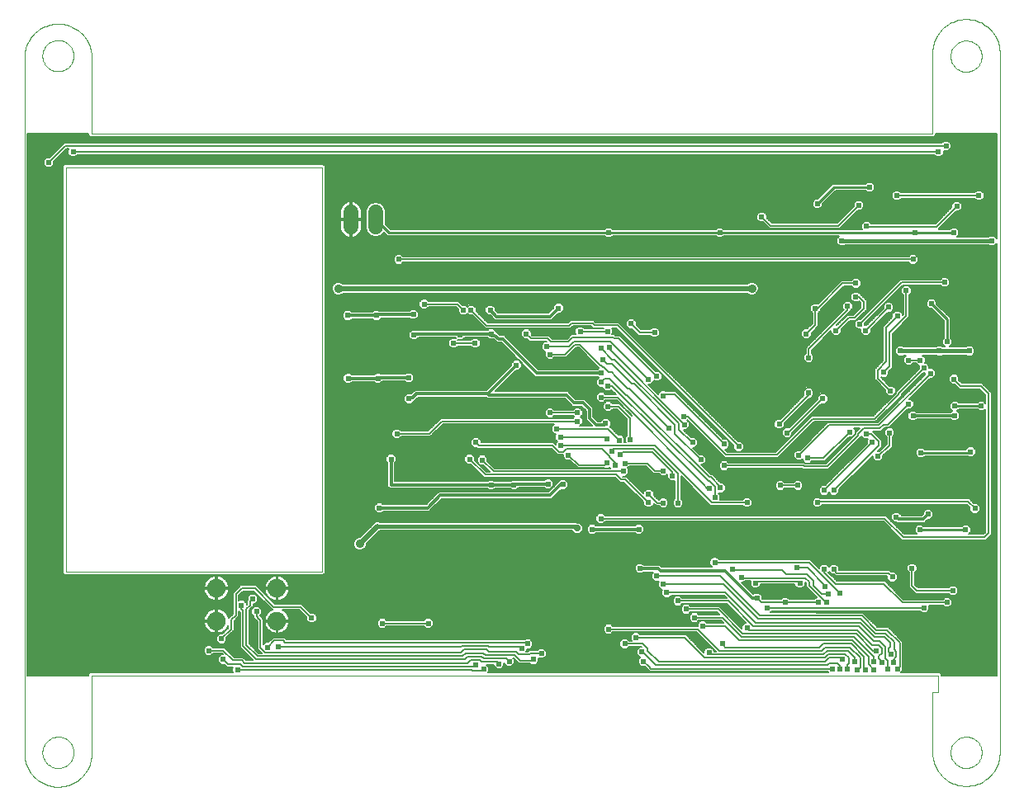
<source format=gbl>
G75*
%MOIN*%
%OFA0B0*%
%FSLAX24Y24*%
%IPPOS*%
%LPD*%
%AMOC8*
5,1,8,0,0,1.08239X$1,22.5*
%
%ADD10C,0.0000*%
%ADD11C,0.0600*%
%ADD12C,0.0748*%
%ADD13C,0.0060*%
%ADD14C,0.0240*%
%ADD15C,0.0238*%
%ADD16C,0.0160*%
%ADD17C,0.0197*%
%ADD18C,0.0120*%
%ADD19C,0.0118*%
%ADD20C,0.0079*%
%ADD21C,0.0277*%
%ADD22C,0.0356*%
%ADD23C,0.0100*%
D10*
X000150Y004791D02*
X000150Y032921D01*
X000878Y032940D02*
X000880Y032990D01*
X000886Y033040D01*
X000896Y033089D01*
X000910Y033137D01*
X000927Y033184D01*
X000948Y033229D01*
X000973Y033273D01*
X001001Y033314D01*
X001033Y033353D01*
X001067Y033390D01*
X001104Y033424D01*
X001144Y033454D01*
X001186Y033481D01*
X001230Y033505D01*
X001276Y033526D01*
X001323Y033542D01*
X001371Y033555D01*
X001421Y033564D01*
X001470Y033569D01*
X001521Y033570D01*
X001571Y033567D01*
X001620Y033560D01*
X001669Y033549D01*
X001717Y033534D01*
X001763Y033516D01*
X001808Y033494D01*
X001851Y033468D01*
X001892Y033439D01*
X001931Y033407D01*
X001967Y033372D01*
X001999Y033334D01*
X002029Y033294D01*
X002056Y033251D01*
X002079Y033207D01*
X002098Y033161D01*
X002114Y033113D01*
X002126Y033064D01*
X002134Y033015D01*
X002138Y032965D01*
X002138Y032915D01*
X002134Y032865D01*
X002126Y032816D01*
X002114Y032767D01*
X002098Y032719D01*
X002079Y032673D01*
X002056Y032629D01*
X002029Y032586D01*
X001999Y032546D01*
X001967Y032508D01*
X001931Y032473D01*
X001892Y032441D01*
X001851Y032412D01*
X001808Y032386D01*
X001763Y032364D01*
X001717Y032346D01*
X001669Y032331D01*
X001620Y032320D01*
X001571Y032313D01*
X001521Y032310D01*
X001470Y032311D01*
X001421Y032316D01*
X001371Y032325D01*
X001323Y032338D01*
X001276Y032354D01*
X001230Y032375D01*
X001186Y032399D01*
X001144Y032426D01*
X001104Y032456D01*
X001067Y032490D01*
X001033Y032527D01*
X001001Y032566D01*
X000973Y032607D01*
X000948Y032651D01*
X000927Y032696D01*
X000910Y032743D01*
X000896Y032791D01*
X000886Y032840D01*
X000880Y032890D01*
X000878Y032940D01*
X000150Y032920D02*
X000154Y032992D01*
X000163Y033064D01*
X000175Y033136D01*
X000191Y033206D01*
X000211Y033276D01*
X000234Y033344D01*
X000261Y033411D01*
X000292Y033477D01*
X000326Y033541D01*
X000363Y033603D01*
X000403Y033663D01*
X000447Y033720D01*
X000494Y033776D01*
X000543Y033828D01*
X000596Y033878D01*
X000651Y033925D01*
X000708Y033970D01*
X000768Y034011D01*
X000829Y034048D01*
X000893Y034083D01*
X000958Y034114D01*
X001025Y034141D01*
X001094Y034165D01*
X001163Y034185D01*
X001233Y034202D01*
X001305Y034215D01*
X001377Y034224D01*
X001449Y034229D01*
X001521Y034230D01*
X001593Y034227D01*
X001665Y034221D01*
X001737Y034211D01*
X001808Y034196D01*
X001878Y034179D01*
X001947Y034157D01*
X002015Y034132D01*
X002081Y034103D01*
X002146Y034071D01*
X002209Y034035D01*
X002270Y033996D01*
X002329Y033954D01*
X002385Y033909D01*
X002439Y033861D01*
X002491Y033810D01*
X002539Y033756D01*
X002585Y033700D01*
X002628Y033641D01*
X002667Y033581D01*
X002703Y033518D01*
X002736Y033454D01*
X002765Y033387D01*
X002791Y033320D01*
X002813Y033251D01*
X002831Y033181D01*
X002846Y033110D01*
X002857Y033038D01*
X002864Y032966D01*
X002867Y032894D01*
X002866Y032822D01*
X002866Y029791D01*
X036803Y029791D01*
X036803Y033058D01*
X036805Y033130D01*
X036811Y033202D01*
X036820Y033274D01*
X036834Y033345D01*
X036851Y033415D01*
X036872Y033485D01*
X036896Y033553D01*
X036924Y033619D01*
X036956Y033684D01*
X036991Y033747D01*
X037029Y033809D01*
X037071Y033868D01*
X037116Y033925D01*
X037163Y033979D01*
X037214Y034031D01*
X037267Y034080D01*
X037322Y034126D01*
X037380Y034169D01*
X037441Y034209D01*
X037503Y034246D01*
X037567Y034279D01*
X037633Y034309D01*
X037700Y034335D01*
X037769Y034358D01*
X037839Y034377D01*
X037909Y034392D01*
X037981Y034404D01*
X038053Y034412D01*
X038125Y034416D01*
X038197Y034416D01*
X038269Y034412D01*
X038341Y034404D01*
X038413Y034392D01*
X038483Y034377D01*
X038553Y034358D01*
X038622Y034335D01*
X038689Y034309D01*
X038755Y034279D01*
X038819Y034246D01*
X038881Y034209D01*
X038942Y034169D01*
X039000Y034126D01*
X039055Y034080D01*
X039108Y034031D01*
X039159Y033979D01*
X039206Y033925D01*
X039251Y033868D01*
X039293Y033809D01*
X039331Y033747D01*
X039366Y033684D01*
X039398Y033619D01*
X039426Y033553D01*
X039450Y033485D01*
X039471Y033415D01*
X039488Y033345D01*
X039502Y033274D01*
X039511Y033202D01*
X039517Y033130D01*
X039519Y033058D01*
X039520Y033058D02*
X039520Y004791D01*
X037531Y004791D02*
X037533Y004841D01*
X037539Y004891D01*
X037549Y004940D01*
X037563Y004988D01*
X037580Y005035D01*
X037601Y005080D01*
X037626Y005124D01*
X037654Y005165D01*
X037686Y005204D01*
X037720Y005241D01*
X037757Y005275D01*
X037797Y005305D01*
X037839Y005332D01*
X037883Y005356D01*
X037929Y005377D01*
X037976Y005393D01*
X038024Y005406D01*
X038074Y005415D01*
X038123Y005420D01*
X038174Y005421D01*
X038224Y005418D01*
X038273Y005411D01*
X038322Y005400D01*
X038370Y005385D01*
X038416Y005367D01*
X038461Y005345D01*
X038504Y005319D01*
X038545Y005290D01*
X038584Y005258D01*
X038620Y005223D01*
X038652Y005185D01*
X038682Y005145D01*
X038709Y005102D01*
X038732Y005058D01*
X038751Y005012D01*
X038767Y004964D01*
X038779Y004915D01*
X038787Y004866D01*
X038791Y004816D01*
X038791Y004766D01*
X038787Y004716D01*
X038779Y004667D01*
X038767Y004618D01*
X038751Y004570D01*
X038732Y004524D01*
X038709Y004480D01*
X038682Y004437D01*
X038652Y004397D01*
X038620Y004359D01*
X038584Y004324D01*
X038545Y004292D01*
X038504Y004263D01*
X038461Y004237D01*
X038416Y004215D01*
X038370Y004197D01*
X038322Y004182D01*
X038273Y004171D01*
X038224Y004164D01*
X038174Y004161D01*
X038123Y004162D01*
X038074Y004167D01*
X038024Y004176D01*
X037976Y004189D01*
X037929Y004205D01*
X037883Y004226D01*
X037839Y004250D01*
X037797Y004277D01*
X037757Y004307D01*
X037720Y004341D01*
X037686Y004378D01*
X037654Y004417D01*
X037626Y004458D01*
X037601Y004502D01*
X037580Y004547D01*
X037563Y004594D01*
X037549Y004642D01*
X037539Y004691D01*
X037533Y004741D01*
X037531Y004791D01*
X036803Y004791D02*
X036805Y004719D01*
X036811Y004647D01*
X036820Y004575D01*
X036834Y004504D01*
X036851Y004434D01*
X036872Y004364D01*
X036896Y004296D01*
X036924Y004230D01*
X036956Y004165D01*
X036991Y004102D01*
X037029Y004040D01*
X037071Y003981D01*
X037116Y003924D01*
X037163Y003870D01*
X037214Y003818D01*
X037267Y003769D01*
X037322Y003723D01*
X037380Y003680D01*
X037441Y003640D01*
X037503Y003603D01*
X037567Y003570D01*
X037633Y003540D01*
X037700Y003514D01*
X037769Y003491D01*
X037839Y003472D01*
X037909Y003457D01*
X037981Y003445D01*
X038053Y003437D01*
X038125Y003433D01*
X038197Y003433D01*
X038269Y003437D01*
X038341Y003445D01*
X038413Y003457D01*
X038483Y003472D01*
X038553Y003491D01*
X038622Y003514D01*
X038689Y003540D01*
X038755Y003570D01*
X038819Y003603D01*
X038881Y003640D01*
X038942Y003680D01*
X039000Y003723D01*
X039055Y003769D01*
X039108Y003818D01*
X039159Y003870D01*
X039206Y003924D01*
X039251Y003981D01*
X039293Y004040D01*
X039331Y004102D01*
X039366Y004165D01*
X039398Y004230D01*
X039426Y004296D01*
X039450Y004364D01*
X039471Y004434D01*
X039488Y004504D01*
X039502Y004575D01*
X039511Y004647D01*
X039517Y004719D01*
X039519Y004791D01*
X036803Y004791D02*
X036803Y007212D01*
X037039Y007212D01*
X037039Y007901D01*
X002866Y007901D01*
X002866Y004732D01*
X002867Y004731D02*
X002863Y004659D01*
X002856Y004587D01*
X002845Y004516D01*
X002830Y004445D01*
X002811Y004375D01*
X002789Y004306D01*
X002763Y004239D01*
X002733Y004173D01*
X002700Y004108D01*
X002664Y004046D01*
X002624Y003985D01*
X002581Y003927D01*
X002535Y003871D01*
X002486Y003818D01*
X002435Y003767D01*
X002380Y003719D01*
X002324Y003674D01*
X002265Y003632D01*
X002204Y003594D01*
X002141Y003558D01*
X002076Y003526D01*
X002009Y003498D01*
X001941Y003473D01*
X001872Y003452D01*
X001802Y003434D01*
X001731Y003420D01*
X001659Y003410D01*
X001587Y003404D01*
X001515Y003402D01*
X001442Y003404D01*
X001370Y003409D01*
X001298Y003418D01*
X001227Y003431D01*
X001157Y003448D01*
X001087Y003469D01*
X001019Y003493D01*
X000953Y003521D01*
X000887Y003552D01*
X000824Y003587D01*
X000762Y003625D01*
X000703Y003666D01*
X000646Y003711D01*
X000591Y003758D01*
X000539Y003808D01*
X000490Y003861D01*
X000443Y003917D01*
X000400Y003974D01*
X000359Y004035D01*
X000322Y004097D01*
X000289Y004161D01*
X000259Y004226D01*
X000232Y004294D01*
X000209Y004362D01*
X000189Y004432D01*
X000174Y004503D01*
X000162Y004574D01*
X000154Y004646D01*
X000150Y004718D01*
X000149Y004791D01*
X000878Y004791D02*
X000880Y004841D01*
X000886Y004891D01*
X000896Y004940D01*
X000910Y004988D01*
X000927Y005035D01*
X000948Y005080D01*
X000973Y005124D01*
X001001Y005165D01*
X001033Y005204D01*
X001067Y005241D01*
X001104Y005275D01*
X001144Y005305D01*
X001186Y005332D01*
X001230Y005356D01*
X001276Y005377D01*
X001323Y005393D01*
X001371Y005406D01*
X001421Y005415D01*
X001470Y005420D01*
X001521Y005421D01*
X001571Y005418D01*
X001620Y005411D01*
X001669Y005400D01*
X001717Y005385D01*
X001763Y005367D01*
X001808Y005345D01*
X001851Y005319D01*
X001892Y005290D01*
X001931Y005258D01*
X001967Y005223D01*
X001999Y005185D01*
X002029Y005145D01*
X002056Y005102D01*
X002079Y005058D01*
X002098Y005012D01*
X002114Y004964D01*
X002126Y004915D01*
X002134Y004866D01*
X002138Y004816D01*
X002138Y004766D01*
X002134Y004716D01*
X002126Y004667D01*
X002114Y004618D01*
X002098Y004570D01*
X002079Y004524D01*
X002056Y004480D01*
X002029Y004437D01*
X001999Y004397D01*
X001967Y004359D01*
X001931Y004324D01*
X001892Y004292D01*
X001851Y004263D01*
X001808Y004237D01*
X001763Y004215D01*
X001717Y004197D01*
X001669Y004182D01*
X001620Y004171D01*
X001571Y004164D01*
X001521Y004161D01*
X001470Y004162D01*
X001421Y004167D01*
X001371Y004176D01*
X001323Y004189D01*
X001276Y004205D01*
X001230Y004226D01*
X001186Y004250D01*
X001144Y004277D01*
X001104Y004307D01*
X001067Y004341D01*
X001033Y004378D01*
X001001Y004417D01*
X000973Y004458D01*
X000948Y004502D01*
X000927Y004547D01*
X000910Y004594D01*
X000896Y004642D01*
X000886Y004691D01*
X000880Y004741D01*
X000878Y004791D01*
X001823Y012094D02*
X001823Y028432D01*
X012158Y028432D01*
X012158Y012094D01*
X001823Y012094D01*
X037531Y032921D02*
X037533Y032971D01*
X037539Y033021D01*
X037549Y033070D01*
X037563Y033118D01*
X037580Y033165D01*
X037601Y033210D01*
X037626Y033254D01*
X037654Y033295D01*
X037686Y033334D01*
X037720Y033371D01*
X037757Y033405D01*
X037797Y033435D01*
X037839Y033462D01*
X037883Y033486D01*
X037929Y033507D01*
X037976Y033523D01*
X038024Y033536D01*
X038074Y033545D01*
X038123Y033550D01*
X038174Y033551D01*
X038224Y033548D01*
X038273Y033541D01*
X038322Y033530D01*
X038370Y033515D01*
X038416Y033497D01*
X038461Y033475D01*
X038504Y033449D01*
X038545Y033420D01*
X038584Y033388D01*
X038620Y033353D01*
X038652Y033315D01*
X038682Y033275D01*
X038709Y033232D01*
X038732Y033188D01*
X038751Y033142D01*
X038767Y033094D01*
X038779Y033045D01*
X038787Y032996D01*
X038791Y032946D01*
X038791Y032896D01*
X038787Y032846D01*
X038779Y032797D01*
X038767Y032748D01*
X038751Y032700D01*
X038732Y032654D01*
X038709Y032610D01*
X038682Y032567D01*
X038652Y032527D01*
X038620Y032489D01*
X038584Y032454D01*
X038545Y032422D01*
X038504Y032393D01*
X038461Y032367D01*
X038416Y032345D01*
X038370Y032327D01*
X038322Y032312D01*
X038273Y032301D01*
X038224Y032294D01*
X038174Y032291D01*
X038123Y032292D01*
X038074Y032297D01*
X038024Y032306D01*
X037976Y032319D01*
X037929Y032335D01*
X037883Y032356D01*
X037839Y032380D01*
X037797Y032407D01*
X037757Y032437D01*
X037720Y032471D01*
X037686Y032508D01*
X037654Y032547D01*
X037626Y032588D01*
X037601Y032632D01*
X037580Y032677D01*
X037563Y032724D01*
X037549Y032772D01*
X037539Y032821D01*
X037533Y032871D01*
X037531Y032921D01*
D11*
X014331Y026626D02*
X014331Y026026D01*
X013331Y026026D02*
X013331Y026626D01*
D12*
X010347Y011424D03*
X010347Y010102D03*
X007906Y010102D03*
X007906Y011424D03*
D13*
X007936Y011447D02*
X008782Y011447D01*
X008809Y011474D02*
X008573Y011238D01*
X008573Y010392D01*
X008398Y010216D01*
X008397Y010220D01*
X008373Y010295D01*
X008337Y010366D01*
X008290Y010430D01*
X008234Y010486D01*
X008170Y010533D01*
X008099Y010569D01*
X008024Y010593D01*
X007945Y010606D01*
X007936Y010606D01*
X007936Y010132D01*
X007876Y010132D01*
X007876Y010606D01*
X007866Y010606D01*
X007788Y010593D01*
X007712Y010569D01*
X007641Y010533D01*
X007577Y010486D01*
X007521Y010430D01*
X007475Y010366D01*
X007439Y010295D01*
X007414Y010220D01*
X007402Y010141D01*
X007402Y010132D01*
X007876Y010132D01*
X007876Y010072D01*
X007936Y010072D01*
X007936Y009598D01*
X007945Y009598D01*
X008024Y009610D01*
X008099Y009635D01*
X008170Y009671D01*
X008234Y009717D01*
X008290Y009773D01*
X008337Y009837D01*
X008373Y009908D01*
X008376Y009919D01*
X008376Y009821D01*
X008142Y009586D01*
X008016Y009586D01*
X007893Y009464D01*
X007893Y009291D01*
X008016Y009168D01*
X008189Y009168D01*
X008311Y009291D01*
X008311Y009417D01*
X008546Y009651D01*
X008616Y009721D01*
X008616Y010095D01*
X008743Y010222D01*
X008813Y010292D01*
X008813Y010505D01*
X008849Y010469D01*
X008849Y009032D01*
X008919Y008962D01*
X009368Y008513D01*
X009097Y008513D01*
X008979Y008631D01*
X008625Y008631D01*
X008231Y009025D01*
X007766Y009025D01*
X007677Y009114D01*
X007504Y009114D01*
X007382Y008991D01*
X007382Y008818D01*
X007504Y008696D01*
X007677Y008696D01*
X007766Y008785D01*
X008131Y008785D01*
X008157Y008760D01*
X008095Y008760D01*
X007972Y008637D01*
X007972Y008464D01*
X008095Y008341D01*
X008221Y008341D01*
X008258Y008304D01*
X008328Y008234D01*
X008553Y008234D01*
X008543Y008224D01*
X008543Y008050D01*
X008563Y008031D01*
X002812Y008031D01*
X002736Y007955D01*
X002736Y007901D01*
X000280Y007901D01*
X000280Y029791D01*
X002736Y029791D01*
X002736Y029737D01*
X002812Y029661D01*
X036857Y029661D01*
X036933Y029737D01*
X036933Y029791D01*
X039390Y029791D01*
X039390Y025572D01*
X039292Y025670D01*
X039118Y025670D01*
X039078Y025630D01*
X037800Y025630D01*
X037878Y025708D01*
X037878Y025881D01*
X037756Y026004D01*
X037583Y026004D01*
X037514Y025935D01*
X037054Y025935D01*
X037066Y025946D01*
X037100Y025981D01*
X037100Y025982D01*
X037750Y026648D01*
X037874Y026648D01*
X037998Y026771D01*
X037998Y026945D01*
X037874Y027068D01*
X037700Y027068D01*
X037577Y026945D01*
X037577Y026814D01*
X036930Y026151D01*
X034342Y026151D01*
X034233Y026261D01*
X034059Y026261D01*
X033936Y026137D01*
X033936Y025963D01*
X033965Y025935D01*
X028376Y025935D01*
X028307Y026004D01*
X028134Y026004D01*
X028065Y025935D01*
X023888Y025935D01*
X023819Y026004D01*
X023646Y026004D01*
X023577Y025935D01*
X014920Y025935D01*
X014721Y026134D01*
X014721Y026704D01*
X014661Y026847D01*
X014552Y026957D01*
X014408Y027016D01*
X014253Y027016D01*
X014110Y026957D01*
X014000Y026847D01*
X013941Y026704D01*
X013941Y025948D01*
X014000Y025805D01*
X014110Y025695D01*
X014253Y025636D01*
X014408Y025636D01*
X014552Y025695D01*
X014658Y025801D01*
X014804Y025655D01*
X023577Y025655D01*
X023646Y025586D01*
X023819Y025586D01*
X023888Y025655D01*
X028065Y025655D01*
X028134Y025586D01*
X028307Y025586D01*
X028376Y025655D01*
X033039Y025655D01*
X032932Y025547D01*
X032932Y025373D01*
X033055Y025250D01*
X033229Y025250D01*
X033269Y025290D01*
X039078Y025290D01*
X039118Y025250D01*
X039292Y025250D01*
X039390Y025348D01*
X039390Y007901D01*
X037169Y007901D01*
X037169Y007955D01*
X037093Y008031D01*
X035537Y008031D01*
X035596Y008089D01*
X035596Y008217D01*
X035604Y008225D01*
X035604Y009269D01*
X035093Y009781D01*
X035022Y009852D01*
X034589Y009852D01*
X034034Y010407D01*
X033999Y010442D01*
X033999Y010442D01*
X033999Y010442D01*
X033949Y010442D01*
X030269Y010460D01*
X030307Y010497D01*
X036311Y010497D01*
X036382Y010427D01*
X036556Y010427D01*
X036679Y010550D01*
X036679Y010724D01*
X036669Y010734D01*
X037217Y010734D01*
X037307Y010644D01*
X037481Y010644D01*
X037604Y010767D01*
X037604Y010941D01*
X037481Y011064D01*
X037307Y011064D01*
X037217Y010974D01*
X035632Y010974D01*
X034884Y011722D01*
X032955Y011722D01*
X032607Y012069D01*
X032630Y012092D01*
X032740Y011982D01*
X032828Y011982D01*
X032895Y011915D01*
X032762Y011915D01*
X032704Y011973D02*
X032837Y011973D01*
X032895Y011915D02*
X034979Y011915D01*
X034979Y011790D01*
X035102Y011667D01*
X035276Y011667D01*
X035399Y011790D01*
X035399Y011964D01*
X035276Y012087D01*
X035149Y012087D01*
X035081Y012155D01*
X033037Y012155D01*
X033037Y012279D01*
X032914Y012402D01*
X032740Y012402D01*
X032630Y012292D01*
X032520Y012402D01*
X032346Y012402D01*
X032223Y012279D01*
X032223Y012237D01*
X031873Y012588D01*
X028201Y012588D01*
X028111Y012678D01*
X027937Y012678D01*
X027814Y012555D01*
X027814Y012381D01*
X027912Y012282D01*
X025881Y012282D01*
X025802Y012361D01*
X025160Y012361D01*
X025079Y012442D01*
X024905Y012442D01*
X024782Y012319D01*
X024782Y012145D01*
X024905Y012022D01*
X025079Y012022D01*
X025121Y012063D01*
X025530Y012063D01*
X025471Y012004D01*
X025471Y011830D01*
X025594Y011707D01*
X025765Y011707D01*
X025727Y011669D01*
X025727Y011495D01*
X025850Y011372D01*
X025902Y011372D01*
X025865Y011334D01*
X025865Y011160D01*
X025988Y011037D01*
X026162Y011037D01*
X026252Y011127D01*
X028387Y011127D01*
X028482Y011033D01*
X026705Y011033D01*
X026615Y011123D01*
X026441Y011123D01*
X026318Y011000D01*
X026318Y010826D01*
X026441Y010703D01*
X026615Y010703D01*
X026705Y010793D01*
X028505Y010793D01*
X029278Y010020D01*
X029236Y010020D01*
X029113Y009897D01*
X029113Y009796D01*
X028211Y010698D01*
X027039Y010698D01*
X026949Y010788D01*
X026775Y010788D01*
X026652Y010665D01*
X026652Y010491D01*
X026775Y010368D01*
X026949Y010368D01*
X027039Y010458D01*
X028112Y010458D01*
X028206Y010363D01*
X027374Y010363D01*
X027284Y010453D01*
X027110Y010453D01*
X026987Y010330D01*
X026987Y010156D01*
X027110Y010033D01*
X027284Y010033D01*
X027374Y010123D01*
X028269Y010123D01*
X028364Y010029D01*
X027709Y010029D01*
X027619Y010119D01*
X027445Y010119D01*
X027322Y009996D01*
X027322Y009891D01*
X023909Y009891D01*
X023819Y009981D01*
X023645Y009981D01*
X023522Y009858D01*
X023522Y009684D01*
X023645Y009561D01*
X023819Y009561D01*
X023909Y009651D01*
X027265Y009651D01*
X028049Y008867D01*
X027998Y008867D01*
X027998Y008913D01*
X027874Y009036D01*
X027700Y009036D01*
X027577Y008913D01*
X027577Y008832D01*
X026923Y009486D01*
X026853Y009556D01*
X025012Y009556D01*
X024922Y009646D01*
X024748Y009646D01*
X024625Y009523D01*
X024625Y009349D01*
X024674Y009300D01*
X024559Y009300D01*
X024469Y009390D01*
X024295Y009390D01*
X024172Y009267D01*
X024172Y009093D01*
X024295Y008970D01*
X024469Y008970D01*
X024559Y009060D01*
X025061Y009060D01*
X025065Y009056D01*
X024984Y009056D01*
X024861Y008933D01*
X024861Y008759D01*
X024984Y008636D01*
X024997Y008636D01*
X024920Y008559D01*
X024920Y008385D01*
X025043Y008262D01*
X025182Y008262D01*
X025283Y008168D01*
X025325Y008127D01*
X025325Y008127D01*
X025395Y008056D01*
X032571Y008056D01*
X032597Y008031D01*
X018863Y008031D01*
X018902Y008070D01*
X018902Y008243D01*
X018813Y008332D01*
X019094Y008332D01*
X019094Y008287D01*
X019217Y008164D01*
X019390Y008164D01*
X019512Y008287D01*
X019512Y008380D01*
X019630Y008263D01*
X019803Y008263D01*
X019926Y008385D01*
X019926Y008558D01*
X019876Y008608D01*
X019883Y008608D01*
X020038Y008454D01*
X020108Y008383D01*
X020572Y008383D01*
X020614Y008341D01*
X020787Y008341D01*
X020910Y008464D01*
X020910Y008597D01*
X020929Y008578D01*
X021102Y008578D01*
X021225Y008700D01*
X021225Y008873D01*
X024861Y008873D01*
X024861Y008931D02*
X021167Y008931D01*
X021225Y008873D02*
X021102Y008996D01*
X020929Y008996D01*
X020860Y008926D01*
X020533Y008926D01*
X020474Y008867D01*
X020408Y008867D01*
X020437Y008897D01*
X020437Y008971D01*
X020551Y008971D01*
X020674Y009094D01*
X020674Y009267D01*
X020551Y009389D01*
X020378Y009389D01*
X020348Y009359D01*
X010727Y009359D01*
X010656Y009430D01*
X010191Y009430D01*
X010012Y009252D01*
X009886Y009252D01*
X009797Y009163D01*
X009797Y010175D01*
X009727Y010245D01*
X009719Y010254D01*
X009654Y010318D01*
X009729Y010393D01*
X009729Y010566D01*
X009606Y010689D01*
X009433Y010689D01*
X009311Y010566D01*
X009311Y010393D01*
X009400Y010304D01*
X009400Y010233D01*
X009470Y010163D01*
X009549Y010084D01*
X009557Y010076D01*
X009557Y008973D01*
X009722Y008808D01*
X009609Y008808D01*
X009226Y009191D01*
X009226Y010528D01*
X009314Y010616D01*
X009384Y010686D01*
X009384Y010782D01*
X009449Y010782D01*
X009571Y010905D01*
X009571Y011078D01*
X009449Y011200D01*
X009276Y011200D01*
X009153Y011078D01*
X009153Y010952D01*
X009144Y010943D01*
X009144Y010785D01*
X009119Y010760D01*
X009119Y010822D01*
X008996Y010945D01*
X008823Y010945D01*
X008813Y010935D01*
X008813Y011139D01*
X008979Y011304D01*
X009411Y011304D01*
X010089Y010627D01*
X010149Y010567D01*
X010082Y010533D01*
X010018Y010486D01*
X009962Y010430D01*
X009915Y010366D01*
X009879Y010295D01*
X009855Y010220D01*
X009843Y010141D01*
X009843Y010132D01*
X010317Y010132D01*
X010317Y010072D01*
X010377Y010072D01*
X010377Y010132D01*
X010851Y010132D01*
X010851Y010141D01*
X010838Y010220D01*
X010814Y010295D01*
X010778Y010366D01*
X010731Y010430D01*
X010675Y010486D01*
X010611Y010533D01*
X010564Y010556D01*
X011242Y010556D01*
X011535Y010263D01*
X011535Y010137D01*
X011658Y010015D01*
X011831Y010015D01*
X011953Y010137D01*
X011953Y010310D01*
X011831Y010433D01*
X011705Y010433D01*
X011411Y010726D01*
X011341Y010796D01*
X010258Y010796D01*
X009510Y011544D01*
X008880Y011544D01*
X008809Y011474D01*
X008840Y011505D02*
X008403Y011505D01*
X008397Y011543D02*
X008373Y011618D01*
X008337Y011689D01*
X008290Y011753D01*
X008234Y011809D01*
X008170Y011856D01*
X008099Y011892D01*
X008024Y011916D01*
X007945Y011929D01*
X007936Y011929D01*
X007936Y011454D01*
X008410Y011454D01*
X008410Y011464D01*
X008397Y011543D01*
X008390Y011564D02*
X009862Y011564D01*
X009855Y011543D02*
X009843Y011464D01*
X009843Y011454D01*
X010317Y011454D01*
X010317Y011394D01*
X010377Y011394D01*
X010377Y011454D01*
X010851Y011454D01*
X010851Y011464D01*
X010838Y011543D01*
X010814Y011618D01*
X010778Y011689D01*
X010731Y011753D01*
X010675Y011809D01*
X010611Y011856D01*
X010540Y011892D01*
X010465Y011916D01*
X010386Y011929D01*
X010377Y011929D01*
X010377Y011454D01*
X010317Y011454D01*
X010317Y011929D01*
X010307Y011929D01*
X010229Y011916D01*
X010153Y011892D01*
X010082Y011856D01*
X010018Y011809D01*
X009962Y011753D01*
X009915Y011689D01*
X009879Y011618D01*
X009855Y011543D01*
X009849Y011505D02*
X009550Y011505D01*
X009608Y011447D02*
X010317Y011447D01*
X010317Y011394D02*
X009843Y011394D01*
X009843Y011385D01*
X009855Y011306D01*
X009879Y011231D01*
X009915Y011160D01*
X009962Y011096D01*
X010018Y011040D01*
X010082Y010993D01*
X010153Y010957D01*
X010229Y010933D01*
X010307Y010920D01*
X010317Y010920D01*
X010317Y011394D01*
X010317Y011388D02*
X010377Y011388D01*
X010377Y011394D02*
X010377Y010920D01*
X010386Y010920D01*
X010465Y010933D01*
X010540Y010957D01*
X010611Y010993D01*
X010675Y011040D01*
X010731Y011096D01*
X010778Y011160D01*
X010814Y011231D01*
X010838Y011306D01*
X010851Y011385D01*
X010851Y011394D01*
X010377Y011394D01*
X010377Y011447D02*
X025775Y011447D01*
X025727Y011505D02*
X010844Y011505D01*
X010831Y011564D02*
X025727Y011564D01*
X025727Y011622D02*
X010811Y011622D01*
X010782Y011681D02*
X025739Y011681D01*
X025561Y011739D02*
X010741Y011739D01*
X010686Y011798D02*
X025503Y011798D01*
X025471Y011856D02*
X010609Y011856D01*
X010468Y011915D02*
X025471Y011915D01*
X025471Y011973D02*
X012221Y011973D01*
X012211Y011964D02*
X001877Y011964D01*
X001769Y011964D01*
X001693Y012040D01*
X001693Y028486D01*
X001769Y028562D01*
X012211Y028562D01*
X012288Y028486D01*
X012288Y012040D01*
X012211Y011964D01*
X012280Y012032D02*
X024895Y012032D01*
X024836Y012090D02*
X012288Y012090D01*
X012288Y012149D02*
X024782Y012149D01*
X024782Y012207D02*
X012288Y012207D01*
X012288Y012266D02*
X024782Y012266D01*
X024788Y012324D02*
X012288Y012324D01*
X012288Y012383D02*
X024846Y012383D01*
X024905Y012441D02*
X012288Y012441D01*
X012288Y012500D02*
X027814Y012500D01*
X027817Y012558D02*
X012288Y012558D01*
X012288Y012617D02*
X027876Y012617D01*
X027934Y012675D02*
X012288Y012675D01*
X012288Y012734D02*
X039390Y012734D01*
X039390Y012792D02*
X012288Y012792D01*
X012288Y012851D02*
X039390Y012851D01*
X039390Y012909D02*
X012288Y012909D01*
X012288Y012968D02*
X013591Y012968D01*
X013640Y012948D02*
X013746Y012948D01*
X013845Y012989D01*
X013920Y013064D01*
X013961Y013162D01*
X013961Y013217D01*
X014498Y013754D01*
X014882Y013754D01*
X022224Y013754D01*
X022224Y013751D01*
X022358Y013617D01*
X022548Y013617D01*
X022682Y013751D01*
X022682Y013940D01*
X022548Y014074D01*
X022465Y014074D01*
X022445Y014094D01*
X014498Y014094D01*
X014480Y014113D01*
X014324Y014113D01*
X013695Y013484D01*
X013640Y013484D01*
X013541Y013443D01*
X013466Y013368D01*
X013425Y013269D01*
X013425Y013162D01*
X013466Y013064D01*
X013541Y012989D01*
X013640Y012948D01*
X013795Y012968D02*
X039390Y012968D01*
X039390Y013026D02*
X013883Y013026D01*
X013929Y013085D02*
X039390Y013085D01*
X039390Y013143D02*
X013953Y013143D01*
X013961Y013202D02*
X039390Y013202D01*
X039390Y013260D02*
X014004Y013260D01*
X014063Y013319D02*
X039390Y013319D01*
X039390Y013377D02*
X038965Y013377D01*
X038959Y013371D02*
X039117Y013529D01*
X039187Y013599D01*
X039187Y019329D01*
X038802Y019714D01*
X037995Y019714D01*
X037879Y019829D01*
X037879Y019956D01*
X037756Y020079D01*
X037582Y020079D01*
X037459Y019956D01*
X037459Y019782D01*
X037582Y019659D01*
X037710Y019659D01*
X037895Y019474D01*
X038702Y019474D01*
X038947Y019229D01*
X038947Y018907D01*
X038858Y018996D01*
X038685Y018996D01*
X038616Y018927D01*
X037864Y018927D01*
X037795Y018996D01*
X037622Y018996D01*
X037500Y018873D01*
X037500Y018700D01*
X037599Y018600D01*
X037541Y018542D01*
X036164Y018542D01*
X036103Y018603D01*
X035929Y018603D01*
X035806Y018480D01*
X035806Y018306D01*
X035929Y018183D01*
X036103Y018183D01*
X036164Y018244D01*
X037541Y018244D01*
X037602Y018183D01*
X037776Y018183D01*
X037899Y018306D01*
X037899Y018480D01*
X037798Y018581D01*
X037864Y018647D01*
X038616Y018647D01*
X038685Y018578D01*
X038858Y018578D01*
X038947Y018666D01*
X038947Y013699D01*
X038860Y013611D01*
X038262Y013611D01*
X038351Y013700D01*
X038351Y013873D01*
X038228Y013996D01*
X038055Y013996D01*
X037986Y013927D01*
X036447Y013927D01*
X036378Y013996D01*
X036205Y013996D01*
X036082Y013873D01*
X036082Y013700D01*
X036171Y013611D01*
X035672Y013611D01*
X034924Y014359D01*
X023594Y014359D01*
X023504Y014449D01*
X023330Y014449D01*
X023207Y014326D01*
X023207Y014152D01*
X023330Y014029D01*
X023504Y014029D01*
X023594Y014119D01*
X034824Y014119D01*
X035502Y013442D01*
X035572Y013371D01*
X038959Y013371D01*
X039024Y013436D02*
X039390Y013436D01*
X039390Y013494D02*
X039082Y013494D01*
X039141Y013553D02*
X039390Y013553D01*
X039390Y013611D02*
X039187Y013611D01*
X039187Y013670D02*
X039390Y013670D01*
X039390Y013728D02*
X039187Y013728D01*
X039187Y013787D02*
X039390Y013787D01*
X039390Y013845D02*
X039187Y013845D01*
X039187Y013904D02*
X039390Y013904D01*
X039390Y013962D02*
X039187Y013962D01*
X039187Y014021D02*
X039390Y014021D01*
X039390Y014079D02*
X039187Y014079D01*
X039187Y014138D02*
X039390Y014138D01*
X039390Y014196D02*
X039187Y014196D01*
X039187Y014255D02*
X039390Y014255D01*
X039390Y014313D02*
X039187Y014313D01*
X039187Y014372D02*
X039390Y014372D01*
X039390Y014430D02*
X039187Y014430D01*
X039187Y014489D02*
X039390Y014489D01*
X039390Y014547D02*
X039187Y014547D01*
X039187Y014606D02*
X039390Y014606D01*
X039390Y014664D02*
X039187Y014664D01*
X039187Y014723D02*
X039390Y014723D01*
X039390Y014781D02*
X039187Y014781D01*
X039187Y014840D02*
X039390Y014840D01*
X039390Y014898D02*
X039187Y014898D01*
X039187Y014957D02*
X039390Y014957D01*
X039390Y015015D02*
X039187Y015015D01*
X039187Y015074D02*
X039390Y015074D01*
X039390Y015132D02*
X039187Y015132D01*
X039187Y015191D02*
X039390Y015191D01*
X039390Y015249D02*
X039187Y015249D01*
X039187Y015308D02*
X039390Y015308D01*
X039390Y015366D02*
X039187Y015366D01*
X039187Y015425D02*
X039390Y015425D01*
X039390Y015483D02*
X039187Y015483D01*
X039187Y015542D02*
X039390Y015542D01*
X039390Y015600D02*
X039187Y015600D01*
X039187Y015659D02*
X039390Y015659D01*
X039390Y015717D02*
X039187Y015717D01*
X039187Y015776D02*
X039390Y015776D01*
X039390Y015834D02*
X039187Y015834D01*
X039187Y015893D02*
X039390Y015893D01*
X039390Y015951D02*
X039187Y015951D01*
X039187Y016010D02*
X039390Y016010D01*
X039390Y016068D02*
X039187Y016068D01*
X039187Y016127D02*
X039390Y016127D01*
X039390Y016185D02*
X039187Y016185D01*
X039187Y016244D02*
X039390Y016244D01*
X039390Y016302D02*
X039187Y016302D01*
X039187Y016361D02*
X039390Y016361D01*
X039390Y016419D02*
X039187Y016419D01*
X039187Y016478D02*
X039390Y016478D01*
X039390Y016536D02*
X039187Y016536D01*
X039187Y016595D02*
X039390Y016595D01*
X039390Y016653D02*
X039187Y016653D01*
X039187Y016712D02*
X039390Y016712D01*
X039390Y016770D02*
X039187Y016770D01*
X039187Y016829D02*
X039390Y016829D01*
X039390Y016887D02*
X039187Y016887D01*
X039187Y016946D02*
X039390Y016946D01*
X039390Y017004D02*
X039187Y017004D01*
X039187Y017063D02*
X039390Y017063D01*
X039390Y017121D02*
X039187Y017121D01*
X039187Y017180D02*
X039390Y017180D01*
X039390Y017238D02*
X039187Y017238D01*
X039187Y017297D02*
X039390Y017297D01*
X039390Y017355D02*
X039187Y017355D01*
X039187Y017414D02*
X039390Y017414D01*
X039390Y017472D02*
X039187Y017472D01*
X039187Y017531D02*
X039390Y017531D01*
X039390Y017589D02*
X039187Y017589D01*
X039187Y017648D02*
X039390Y017648D01*
X039390Y017706D02*
X039187Y017706D01*
X039187Y017765D02*
X039390Y017765D01*
X039390Y017823D02*
X039187Y017823D01*
X039187Y017882D02*
X039390Y017882D01*
X039390Y017940D02*
X039187Y017940D01*
X039187Y017999D02*
X039390Y017999D01*
X039390Y018057D02*
X039187Y018057D01*
X039187Y018116D02*
X039390Y018116D01*
X039390Y018174D02*
X039187Y018174D01*
X039187Y018233D02*
X039390Y018233D01*
X039390Y018291D02*
X039187Y018291D01*
X039187Y018350D02*
X039390Y018350D01*
X039390Y018408D02*
X039187Y018408D01*
X039187Y018467D02*
X039390Y018467D01*
X039390Y018525D02*
X039187Y018525D01*
X039187Y018584D02*
X039390Y018584D01*
X039390Y018642D02*
X039187Y018642D01*
X039187Y018701D02*
X039390Y018701D01*
X039390Y018759D02*
X039187Y018759D01*
X039187Y018818D02*
X039390Y018818D01*
X039390Y018876D02*
X039187Y018876D01*
X039187Y018935D02*
X039390Y018935D01*
X039390Y018993D02*
X039187Y018993D01*
X039187Y019052D02*
X039390Y019052D01*
X039390Y019110D02*
X039187Y019110D01*
X039187Y019169D02*
X039390Y019169D01*
X039390Y019227D02*
X039187Y019227D01*
X039187Y019286D02*
X039390Y019286D01*
X039390Y019344D02*
X039171Y019344D01*
X039113Y019403D02*
X039390Y019403D01*
X039390Y019461D02*
X039054Y019461D01*
X038996Y019520D02*
X039390Y019520D01*
X039390Y019578D02*
X038937Y019578D01*
X038879Y019637D02*
X039390Y019637D01*
X039390Y019695D02*
X038820Y019695D01*
X038752Y019594D02*
X039067Y019279D01*
X039067Y013649D01*
X038910Y013491D01*
X035622Y013491D01*
X034874Y014239D01*
X023417Y014239D01*
X023280Y014079D02*
X022460Y014079D01*
X022601Y014021D02*
X034923Y014021D01*
X034864Y014079D02*
X023554Y014079D01*
X023582Y014372D02*
X035136Y014372D01*
X035136Y014386D02*
X035136Y014212D01*
X035260Y014088D01*
X035346Y014088D01*
X035364Y014071D01*
X036491Y014071D01*
X036578Y014158D01*
X036627Y014207D01*
X036713Y014207D01*
X036836Y014330D01*
X036836Y014504D01*
X036713Y014627D01*
X036539Y014627D01*
X036416Y014504D01*
X036416Y014417D01*
X036367Y014369D01*
X035557Y014369D01*
X035557Y014386D01*
X035434Y014509D01*
X035260Y014509D01*
X035136Y014386D01*
X035181Y014430D02*
X023523Y014430D01*
X023311Y014430D02*
X012288Y014430D01*
X012288Y014372D02*
X023253Y014372D01*
X023207Y014313D02*
X012288Y014313D01*
X012288Y014255D02*
X023207Y014255D01*
X023207Y014196D02*
X012288Y014196D01*
X012288Y014138D02*
X023222Y014138D01*
X023150Y014016D02*
X022976Y014016D01*
X022853Y013893D01*
X022853Y013719D01*
X022976Y013596D01*
X023150Y013596D01*
X023210Y013656D01*
X024806Y013656D01*
X024866Y013596D01*
X025040Y013596D01*
X025163Y013719D01*
X025163Y013893D01*
X025040Y014016D01*
X024866Y014016D01*
X024806Y013956D01*
X023210Y013956D01*
X023150Y014016D01*
X023204Y013962D02*
X024812Y013962D01*
X025094Y013962D02*
X034981Y013962D01*
X035040Y013904D02*
X025152Y013904D01*
X025163Y013845D02*
X035098Y013845D01*
X035157Y013787D02*
X025163Y013787D01*
X025163Y013728D02*
X035215Y013728D01*
X035274Y013670D02*
X025113Y013670D01*
X025055Y013611D02*
X035332Y013611D01*
X035391Y013553D02*
X014297Y013553D01*
X014355Y013611D02*
X022961Y013611D01*
X022903Y013670D02*
X022600Y013670D01*
X022659Y013728D02*
X022853Y013728D01*
X022853Y013787D02*
X022682Y013787D01*
X022682Y013845D02*
X022853Y013845D01*
X022864Y013904D02*
X022682Y013904D01*
X022660Y013962D02*
X022922Y013962D01*
X023165Y013611D02*
X024851Y013611D01*
X025260Y014679D02*
X025434Y014679D01*
X025557Y014802D01*
X025557Y014844D01*
X025581Y014820D01*
X025651Y014749D01*
X025760Y014749D01*
X025850Y014659D01*
X026024Y014659D01*
X026147Y014782D01*
X026147Y014956D01*
X026024Y015079D01*
X025850Y015079D01*
X025760Y014989D01*
X025751Y014989D01*
X025557Y015183D01*
X025557Y015311D01*
X025434Y015434D01*
X025260Y015434D01*
X025136Y015311D01*
X025136Y015263D01*
X024506Y015880D01*
X024451Y015934D01*
X024294Y015934D01*
X024289Y015939D01*
X024410Y015939D01*
X024533Y016062D01*
X024533Y016236D01*
X024492Y016277D01*
X024559Y016344D01*
X025238Y016344D01*
X025533Y016049D01*
X025760Y016049D01*
X025850Y015959D01*
X026024Y015959D01*
X026101Y016036D01*
X026101Y015885D01*
X026224Y015762D01*
X026398Y015762D01*
X026408Y015771D01*
X026408Y015046D01*
X026318Y014956D01*
X026318Y014782D01*
X026441Y014659D01*
X026615Y014659D01*
X026738Y014782D01*
X026738Y014956D01*
X026648Y015046D01*
X026648Y015958D01*
X027766Y014839D01*
X027836Y014769D01*
X029146Y014769D01*
X029236Y014679D01*
X029410Y014679D01*
X029533Y014802D01*
X029533Y014976D01*
X029410Y015099D01*
X029236Y015099D01*
X029146Y015009D01*
X028224Y015009D01*
X028234Y015019D01*
X028234Y015193D01*
X028157Y015270D01*
X028327Y015270D01*
X028450Y015393D01*
X028450Y015567D01*
X028327Y015690D01*
X028259Y015690D01*
X027986Y015962D01*
X027916Y016033D01*
X027857Y016033D01*
X027478Y016411D01*
X027540Y016411D01*
X027663Y016534D01*
X027663Y016708D01*
X027540Y016831D01*
X027410Y016831D01*
X027136Y017100D01*
X027205Y017100D01*
X027328Y017223D01*
X027328Y017397D01*
X027205Y017520D01*
X027058Y017520D01*
X026750Y017829D01*
X026871Y017829D01*
X026994Y017952D01*
X026994Y018126D01*
X026903Y018216D01*
X026906Y018219D01*
X028427Y016698D01*
X030573Y016698D01*
X030644Y016768D01*
X032030Y018155D01*
X034510Y018155D01*
X034581Y018225D01*
X035565Y019209D01*
X035565Y019249D01*
X036428Y020112D01*
X036514Y020112D01*
X036514Y020065D01*
X034588Y018139D01*
X032580Y018139D01*
X031450Y017009D01*
X031323Y017009D01*
X031199Y016886D01*
X031199Y016712D01*
X030587Y016712D01*
X030646Y016770D02*
X031199Y016770D01*
X031199Y016712D02*
X031323Y016588D01*
X031497Y016588D01*
X031554Y016646D01*
X031554Y016593D01*
X031677Y016470D01*
X031851Y016470D01*
X031941Y016560D01*
X032364Y016560D01*
X032463Y016560D01*
X033436Y017533D01*
X033563Y017533D01*
X033686Y017656D01*
X033686Y017830D01*
X033618Y017899D01*
X033876Y017899D01*
X033691Y017714D01*
X033691Y017655D01*
X032502Y016466D01*
X031676Y016466D01*
X031636Y016505D01*
X028575Y016505D01*
X028485Y016595D01*
X031316Y016595D01*
X031258Y016653D02*
X027663Y016653D01*
X027663Y016595D02*
X028310Y016595D01*
X028311Y016595D02*
X028188Y016472D01*
X028188Y016298D01*
X028311Y016175D01*
X028485Y016175D01*
X028575Y016265D01*
X031537Y016265D01*
X031576Y016226D01*
X032601Y016226D01*
X033861Y017486D01*
X033931Y017556D01*
X033931Y017563D01*
X034039Y017455D01*
X034210Y017455D01*
X034152Y017397D01*
X034152Y017270D01*
X032473Y015591D01*
X032346Y015591D01*
X032223Y015468D01*
X032223Y015294D01*
X032346Y015171D01*
X032520Y015171D01*
X032630Y015281D01*
X032740Y015171D01*
X032914Y015171D01*
X033037Y015294D01*
X033037Y015422D01*
X034388Y016773D01*
X034388Y016672D01*
X034512Y016549D01*
X034686Y016549D01*
X034809Y016672D01*
X034809Y016789D01*
X035118Y017072D01*
X035121Y017072D01*
X035154Y017106D01*
X035189Y017137D01*
X035189Y017140D01*
X035191Y017142D01*
X035191Y017190D01*
X035193Y017237D01*
X035191Y017239D01*
X035191Y017527D01*
X035281Y017617D01*
X035281Y017791D01*
X035158Y017914D01*
X034984Y017914D01*
X034861Y017791D01*
X034861Y017617D01*
X034951Y017527D01*
X034951Y017245D01*
X034650Y016969D01*
X034585Y016969D01*
X034758Y017142D01*
X034758Y017399D01*
X034688Y017470D01*
X034396Y017761D01*
X034727Y017761D01*
X034884Y017919D01*
X035062Y017919D01*
X035798Y018655D01*
X035926Y018655D01*
X036049Y018778D01*
X036049Y018952D01*
X035926Y019075D01*
X035864Y019075D01*
X036684Y019896D01*
X036811Y019896D01*
X036935Y020019D01*
X036935Y020193D01*
X036811Y020316D01*
X036679Y020316D01*
X036679Y020409D01*
X036556Y020532D01*
X036503Y020532D01*
X036521Y020550D01*
X036521Y020724D01*
X036404Y020841D01*
X036952Y020841D01*
X036992Y020801D01*
X037166Y020801D01*
X037206Y020841D01*
X038172Y020841D01*
X038212Y020801D01*
X038386Y020801D01*
X038509Y020924D01*
X039390Y020924D01*
X039390Y020982D02*
X038509Y020982D01*
X038509Y020924D02*
X038509Y021098D01*
X038386Y021221D01*
X038212Y021221D01*
X038172Y021181D01*
X037485Y021181D01*
X037603Y021299D01*
X037603Y021472D01*
X037534Y021541D01*
X037534Y022349D01*
X036973Y022909D01*
X036973Y023007D01*
X036850Y023130D01*
X036677Y023130D01*
X036555Y023007D01*
X036555Y022834D01*
X036677Y022711D01*
X036775Y022711D01*
X037254Y022233D01*
X037254Y021541D01*
X037185Y021472D01*
X037185Y021299D01*
X037302Y021181D01*
X037206Y021181D01*
X037166Y021221D01*
X036992Y021221D01*
X036952Y021181D01*
X035631Y021181D01*
X035591Y021221D01*
X035417Y021221D01*
X035294Y021098D01*
X035294Y020924D01*
X035417Y020801D01*
X035591Y020801D01*
X035631Y020841D01*
X035746Y020841D01*
X035629Y020724D01*
X035629Y020550D01*
X035752Y020427D01*
X035926Y020427D01*
X036016Y020517D01*
X036134Y020517D01*
X036224Y020427D01*
X036276Y020427D01*
X036259Y020409D01*
X036259Y020282D01*
X035395Y019419D01*
X035325Y019348D01*
X035325Y019309D01*
X034411Y018395D01*
X031931Y018395D01*
X030474Y016938D01*
X028526Y016938D01*
X028423Y017041D01*
X028485Y017041D01*
X028608Y017164D01*
X028608Y017338D01*
X028485Y017461D01*
X028357Y017461D01*
X026440Y019379D01*
X026055Y019379D01*
X026024Y019410D01*
X025850Y019410D01*
X025727Y019287D01*
X025727Y019273D01*
X025343Y019659D01*
X025434Y019659D01*
X025557Y019782D01*
X025557Y019815D01*
X025594Y019777D01*
X025768Y019777D01*
X025891Y019900D01*
X025891Y020074D01*
X025768Y020198D01*
X025641Y020198D01*
X024266Y021573D01*
X024195Y021643D01*
X023999Y021643D01*
X023959Y021682D01*
X023874Y021682D01*
X023903Y021712D01*
X023903Y021886D01*
X023854Y021934D01*
X024037Y021934D01*
X028778Y017193D01*
X028778Y017066D01*
X028901Y016943D01*
X029075Y016943D01*
X029198Y017066D01*
X029198Y017240D01*
X029075Y017363D01*
X028948Y017363D01*
X024136Y022174D01*
X023211Y022174D01*
X023132Y022253D01*
X022187Y022253D01*
X022116Y022183D01*
X022088Y022155D01*
X018861Y022155D01*
X018391Y022624D01*
X018391Y022752D01*
X018268Y022875D01*
X018094Y022875D01*
X018024Y022804D01*
X017953Y022875D01*
X017826Y022875D01*
X017680Y023021D01*
X016468Y023021D01*
X016378Y023111D01*
X016204Y023111D01*
X016081Y022988D01*
X016081Y022814D01*
X016204Y022691D01*
X016378Y022691D01*
X016468Y022781D01*
X017580Y022781D01*
X017656Y022705D01*
X017656Y022578D01*
X017779Y022455D01*
X017953Y022455D01*
X018024Y022525D01*
X018094Y022455D01*
X018222Y022455D01*
X018691Y021985D01*
X018761Y021915D01*
X022188Y021915D01*
X022286Y022013D01*
X023033Y022013D01*
X023041Y022005D01*
X023112Y021934D01*
X023532Y021934D01*
X023516Y021919D01*
X022768Y021919D01*
X022678Y022009D01*
X022504Y022009D01*
X022381Y021886D01*
X022381Y021712D01*
X022410Y021682D01*
X022226Y021682D01*
X022049Y021505D01*
X021459Y021505D01*
X021321Y021643D01*
X020632Y021643D01*
X020616Y021660D01*
X020616Y021787D01*
X020493Y021910D01*
X020319Y021910D01*
X020196Y021787D01*
X020196Y021613D01*
X020319Y021490D01*
X020446Y021490D01*
X020533Y021403D01*
X021222Y021403D01*
X021227Y021398D01*
X021145Y021398D01*
X021022Y021275D01*
X019900Y021275D01*
X019958Y021216D02*
X021022Y021216D01*
X021022Y021158D02*
X020017Y021158D01*
X020075Y021099D02*
X021024Y021099D01*
X021022Y021101D02*
X021145Y020978D01*
X021178Y020978D01*
X021160Y020960D01*
X021160Y020786D01*
X021283Y020663D01*
X021457Y020663D01*
X021547Y020753D01*
X022030Y020753D01*
X022100Y020824D01*
X022424Y021147D01*
X022521Y021147D01*
X023342Y020327D01*
X023289Y020274D01*
X020900Y020274D01*
X019610Y021565D01*
X019522Y021652D01*
X019345Y021652D01*
X019295Y021703D01*
X019207Y021790D01*
X019195Y021790D01*
X019075Y021910D01*
X018901Y021910D01*
X018840Y021849D01*
X017837Y021849D01*
X017815Y021871D01*
X017641Y021871D01*
X017620Y021849D01*
X015987Y021849D01*
X015965Y021871D01*
X015791Y021871D01*
X015668Y021748D01*
X015668Y021574D01*
X015791Y021451D01*
X015965Y021451D01*
X016065Y021551D01*
X017541Y021551D01*
X017556Y021536D01*
X017386Y021536D01*
X017262Y021413D01*
X017262Y021239D01*
X017386Y021116D01*
X017560Y021116D01*
X017650Y021206D01*
X018162Y021206D01*
X018252Y021116D01*
X018426Y021116D01*
X018549Y021239D01*
X018549Y021413D01*
X018426Y021536D01*
X018252Y021536D01*
X018162Y021446D01*
X017650Y021446D01*
X017645Y021451D01*
X017815Y021451D01*
X017916Y021551D01*
X018840Y021551D01*
X018901Y021490D01*
X019075Y021490D01*
X019077Y021492D01*
X019084Y021492D01*
X019222Y021354D01*
X019399Y021354D01*
X020777Y019976D01*
X023289Y019976D01*
X023327Y019938D01*
X023227Y019838D01*
X023227Y019664D01*
X023350Y019541D01*
X023483Y019541D01*
X023483Y019507D01*
X023606Y019384D01*
X023780Y019384D01*
X023836Y019440D01*
X024017Y019261D01*
X023614Y019261D01*
X023524Y019351D01*
X023350Y019351D01*
X023227Y019228D01*
X023227Y019054D01*
X023350Y018931D01*
X023524Y018931D01*
X023614Y019021D01*
X024056Y019021D01*
X024674Y018389D01*
X024648Y018415D01*
X024176Y018887D01*
X023890Y018887D01*
X023800Y018977D01*
X023626Y018977D01*
X023503Y018854D01*
X023503Y018680D01*
X023626Y018557D01*
X023800Y018557D01*
X023890Y018647D01*
X024076Y018647D01*
X024479Y018245D01*
X024479Y017605D01*
X024388Y017515D01*
X024388Y017341D01*
X024418Y017312D01*
X024366Y017312D01*
X024375Y017322D01*
X024375Y017496D01*
X024252Y017619D01*
X024125Y017619D01*
X023789Y017955D01*
X023824Y017991D01*
X023824Y018165D01*
X023701Y018288D01*
X023527Y018288D01*
X023407Y018168D01*
X023302Y018168D01*
X023114Y018356D01*
X023114Y018711D01*
X023026Y018798D01*
X022751Y019074D01*
X022396Y019074D01*
X022169Y019301D01*
X022082Y019389D01*
X019171Y019389D01*
X020013Y020230D01*
X020099Y020230D01*
X020222Y020353D01*
X020222Y020527D01*
X020099Y020650D01*
X019925Y020650D01*
X019802Y020527D01*
X019802Y020441D01*
X018789Y019428D01*
X015915Y019428D01*
X015777Y019290D01*
X015770Y019290D01*
X015768Y019292D01*
X015594Y019292D01*
X015471Y019169D01*
X015471Y018995D01*
X015594Y018872D01*
X015768Y018872D01*
X015888Y018992D01*
X015900Y018992D01*
X015988Y019079D01*
X016038Y019130D01*
X018789Y019130D01*
X018828Y019090D01*
X021958Y019090D01*
X022186Y018863D01*
X022273Y018775D01*
X022627Y018775D01*
X022816Y018587D01*
X022816Y018233D01*
X022683Y018233D01*
X022683Y018263D02*
X022602Y018344D01*
X022683Y018424D01*
X022683Y018598D01*
X022560Y018721D01*
X022386Y018721D01*
X022295Y018631D01*
X021547Y018631D01*
X021457Y018721D01*
X021283Y018721D01*
X021160Y018598D01*
X021160Y018424D01*
X021283Y018301D01*
X021457Y018301D01*
X021547Y018391D01*
X022295Y018391D01*
X022343Y018344D01*
X022295Y018296D01*
X016950Y018296D01*
X016439Y017785D01*
X015366Y017785D01*
X015276Y017875D01*
X015102Y017875D01*
X014979Y017752D01*
X014979Y017578D01*
X015102Y017455D01*
X015276Y017455D01*
X015366Y017545D01*
X016538Y017545D01*
X016608Y017615D01*
X017050Y018056D01*
X021524Y018056D01*
X021416Y017948D01*
X021416Y017774D01*
X021539Y017651D01*
X021611Y017651D01*
X021574Y017614D01*
X021574Y017440D01*
X021664Y017350D01*
X021593Y017279D01*
X021593Y017237D01*
X021589Y017242D01*
X021518Y017312D01*
X018588Y017312D01*
X018588Y017397D01*
X018465Y017520D01*
X018291Y017520D01*
X018168Y017397D01*
X018168Y017223D01*
X018291Y017100D01*
X018418Y017100D01*
X018446Y017072D01*
X021419Y017072D01*
X021675Y016816D01*
X021888Y016816D01*
X021888Y016712D01*
X018821Y016712D01*
X018844Y016689D02*
X018721Y016812D01*
X018547Y016812D01*
X018424Y016689D01*
X018424Y016515D01*
X018547Y016392D01*
X018674Y016392D01*
X018935Y016131D01*
X018802Y016131D01*
X018332Y016601D01*
X018332Y016728D01*
X018209Y016851D01*
X018035Y016851D01*
X017912Y016728D01*
X017912Y016554D01*
X018035Y016431D01*
X018162Y016431D01*
X018632Y015961D01*
X018702Y015891D01*
X023998Y015891D01*
X024124Y015765D01*
X024124Y015765D01*
X024194Y015694D01*
X024352Y015694D01*
X024372Y015675D01*
X024372Y015675D01*
X025136Y014927D01*
X025136Y014802D01*
X025260Y014679D01*
X025216Y014723D02*
X016690Y014723D01*
X016632Y014664D02*
X025845Y014664D01*
X025787Y014723D02*
X025477Y014723D01*
X025536Y014781D02*
X025619Y014781D01*
X025561Y014840D02*
X025557Y014840D01*
X025701Y014869D02*
X025937Y014869D01*
X026088Y014723D02*
X026377Y014723D01*
X026319Y014781D02*
X026146Y014781D01*
X026147Y014840D02*
X026318Y014840D01*
X026318Y014898D02*
X026147Y014898D01*
X026147Y014957D02*
X026318Y014957D01*
X026377Y015015D02*
X026088Y015015D01*
X026030Y015074D02*
X026408Y015074D01*
X026408Y015132D02*
X025608Y015132D01*
X025557Y015191D02*
X026408Y015191D01*
X026408Y015249D02*
X025557Y015249D01*
X025557Y015308D02*
X026408Y015308D01*
X026408Y015366D02*
X025501Y015366D01*
X025442Y015425D02*
X026408Y015425D01*
X026408Y015483D02*
X024911Y015483D01*
X024971Y015425D02*
X025251Y015425D01*
X025192Y015366D02*
X025030Y015366D01*
X025090Y015308D02*
X025136Y015308D01*
X025347Y015224D02*
X025701Y014869D01*
X025725Y015015D02*
X025786Y015015D01*
X025845Y015074D02*
X025666Y015074D01*
X025347Y014889D02*
X024421Y015795D01*
X024402Y015814D01*
X024244Y015814D01*
X024047Y016011D01*
X018752Y016011D01*
X018122Y016641D01*
X017912Y016653D02*
X015163Y016653D01*
X015163Y016595D02*
X017912Y016595D01*
X017930Y016536D02*
X015145Y016536D01*
X015163Y016554D02*
X015163Y016728D01*
X015040Y016851D01*
X014866Y016851D01*
X014743Y016728D01*
X014743Y016554D01*
X014804Y016493D01*
X014804Y015536D01*
X014891Y015449D01*
X018840Y015449D01*
X018901Y015388D01*
X019075Y015388D01*
X019136Y015449D01*
X019765Y015449D01*
X019826Y015388D01*
X020000Y015388D01*
X020101Y015488D01*
X021143Y015488D01*
X021204Y015427D01*
X021378Y015427D01*
X021501Y015550D01*
X021501Y015724D01*
X021378Y015847D01*
X021204Y015847D01*
X021143Y015786D01*
X020022Y015786D01*
X020000Y015808D01*
X019826Y015808D01*
X019765Y015747D01*
X019136Y015747D01*
X019075Y015808D01*
X018901Y015808D01*
X018840Y015747D01*
X015102Y015747D01*
X015102Y016493D01*
X015163Y016554D01*
X015102Y016478D02*
X017988Y016478D01*
X018174Y016419D02*
X015102Y016419D01*
X015102Y016361D02*
X018233Y016361D01*
X018291Y016302D02*
X015102Y016302D01*
X015102Y016244D02*
X018350Y016244D01*
X018408Y016185D02*
X015102Y016185D01*
X015102Y016127D02*
X018467Y016127D01*
X018525Y016068D02*
X015102Y016068D01*
X015102Y016010D02*
X018584Y016010D01*
X018642Y015951D02*
X015102Y015951D01*
X015102Y015893D02*
X018701Y015893D01*
X018869Y015776D02*
X015102Y015776D01*
X015102Y015834D02*
X021192Y015834D01*
X021391Y015834D02*
X024054Y015834D01*
X024113Y015776D02*
X022020Y015776D01*
X021969Y015827D02*
X021795Y015827D01*
X021672Y015704D01*
X021672Y015697D01*
X021308Y015333D01*
X016879Y015333D01*
X016792Y015246D01*
X016367Y014822D01*
X014628Y014822D01*
X014567Y014883D01*
X014393Y014883D01*
X014270Y014760D01*
X014270Y014586D01*
X014393Y014462D01*
X014567Y014462D01*
X014628Y014523D01*
X016491Y014523D01*
X016578Y014611D01*
X017003Y015035D01*
X021432Y015035D01*
X021519Y015123D01*
X021804Y015407D01*
X021969Y015407D01*
X022092Y015530D01*
X022092Y015704D01*
X021969Y015827D01*
X022079Y015717D02*
X024171Y015717D01*
X024388Y015659D02*
X022092Y015659D01*
X022092Y015600D02*
X024448Y015600D01*
X024508Y015542D02*
X022092Y015542D01*
X022045Y015483D02*
X024568Y015483D01*
X024627Y015425D02*
X021987Y015425D01*
X021763Y015366D02*
X024687Y015366D01*
X024747Y015308D02*
X021705Y015308D01*
X021646Y015249D02*
X024807Y015249D01*
X024867Y015191D02*
X021588Y015191D01*
X021529Y015132D02*
X024926Y015132D01*
X024986Y015074D02*
X021471Y015074D01*
X021341Y015366D02*
X012288Y015366D01*
X012288Y015308D02*
X016854Y015308D01*
X016795Y015249D02*
X012288Y015249D01*
X012288Y015191D02*
X016737Y015191D01*
X016792Y015246D02*
X016792Y015246D01*
X016678Y015132D02*
X012288Y015132D01*
X012288Y015074D02*
X016620Y015074D01*
X016561Y015015D02*
X012288Y015015D01*
X012288Y014957D02*
X016503Y014957D01*
X016444Y014898D02*
X012288Y014898D01*
X012288Y014840D02*
X014351Y014840D01*
X014292Y014781D02*
X012288Y014781D01*
X012288Y014723D02*
X014270Y014723D01*
X014270Y014664D02*
X012288Y014664D01*
X012288Y014606D02*
X014270Y014606D01*
X014308Y014547D02*
X012288Y014547D01*
X012288Y014489D02*
X014367Y014489D01*
X014594Y014489D02*
X035240Y014489D01*
X035136Y014313D02*
X034970Y014313D01*
X035028Y014255D02*
X035136Y014255D01*
X035152Y014196D02*
X035087Y014196D01*
X035145Y014138D02*
X035210Y014138D01*
X035204Y014079D02*
X035355Y014079D01*
X035262Y014021D02*
X038947Y014021D01*
X038947Y014079D02*
X036500Y014079D01*
X036558Y014138D02*
X038947Y014138D01*
X038947Y014196D02*
X036617Y014196D01*
X036761Y014255D02*
X038947Y014255D01*
X038947Y014313D02*
X036820Y014313D01*
X036836Y014372D02*
X038947Y014372D01*
X038947Y014430D02*
X036836Y014430D01*
X036836Y014489D02*
X038383Y014489D01*
X038429Y014443D02*
X038603Y014443D01*
X038726Y014566D01*
X038726Y014740D01*
X038603Y014863D01*
X038475Y014863D01*
X038360Y014978D01*
X038290Y015048D01*
X032295Y015048D01*
X032245Y015099D01*
X032071Y015099D01*
X031948Y014976D01*
X031948Y014802D01*
X032071Y014679D01*
X032245Y014679D01*
X032368Y014802D01*
X032368Y014808D01*
X038191Y014808D01*
X038306Y014693D01*
X038306Y014566D01*
X038429Y014443D01*
X038324Y014547D02*
X036792Y014547D01*
X036734Y014606D02*
X038306Y014606D01*
X038306Y014664D02*
X026620Y014664D01*
X026678Y014723D02*
X029192Y014723D01*
X029323Y014889D02*
X027886Y014889D01*
X025583Y017192D01*
X021803Y017192D01*
X021593Y017238D02*
X021592Y017238D01*
X021611Y017297D02*
X021534Y017297D01*
X021469Y017192D02*
X018496Y017192D01*
X018378Y017310D01*
X018168Y017297D02*
X012288Y017297D01*
X012288Y017355D02*
X018168Y017355D01*
X018185Y017414D02*
X012288Y017414D01*
X012288Y017472D02*
X015084Y017472D01*
X015026Y017531D02*
X012288Y017531D01*
X012288Y017589D02*
X014979Y017589D01*
X014979Y017648D02*
X012288Y017648D01*
X012288Y017706D02*
X014979Y017706D01*
X014992Y017765D02*
X012288Y017765D01*
X012288Y017823D02*
X015051Y017823D01*
X015189Y017665D02*
X016488Y017665D01*
X017000Y018176D01*
X022473Y018176D01*
X022683Y018174D02*
X022874Y018174D01*
X022932Y018116D02*
X022683Y018116D01*
X022683Y018089D02*
X022683Y018263D01*
X022655Y018291D02*
X022816Y018291D01*
X022816Y018233D02*
X023067Y017981D01*
X022575Y017981D01*
X022683Y018089D01*
X022651Y018057D02*
X022991Y018057D01*
X023049Y017999D02*
X022592Y017999D01*
X022608Y018350D02*
X022816Y018350D01*
X022816Y018408D02*
X022667Y018408D01*
X022683Y018467D02*
X022816Y018467D01*
X022816Y018525D02*
X022683Y018525D01*
X022683Y018584D02*
X022816Y018584D01*
X022760Y018642D02*
X022638Y018642D01*
X022580Y018701D02*
X022702Y018701D01*
X022643Y018759D02*
X012288Y018759D01*
X012288Y018701D02*
X021263Y018701D01*
X021204Y018642D02*
X012288Y018642D01*
X012288Y018584D02*
X021160Y018584D01*
X021160Y018525D02*
X012288Y018525D01*
X012288Y018467D02*
X021160Y018467D01*
X021176Y018408D02*
X012288Y018408D01*
X012288Y018350D02*
X021234Y018350D01*
X021370Y018511D02*
X022473Y018511D01*
X022337Y018350D02*
X021506Y018350D01*
X021536Y018642D02*
X022307Y018642D01*
X022365Y018701D02*
X021477Y018701D01*
X021996Y019052D02*
X015960Y019052D01*
X015902Y018993D02*
X022055Y018993D01*
X022113Y018935D02*
X015831Y018935D01*
X015773Y018876D02*
X022172Y018876D01*
X022230Y018818D02*
X012288Y018818D01*
X012288Y018876D02*
X015590Y018876D01*
X015531Y018935D02*
X012288Y018935D01*
X012288Y018993D02*
X015473Y018993D01*
X015471Y019052D02*
X012288Y019052D01*
X012288Y019110D02*
X015471Y019110D01*
X015471Y019169D02*
X012288Y019169D01*
X012288Y019227D02*
X015530Y019227D01*
X015588Y019286D02*
X012288Y019286D01*
X012288Y019344D02*
X015831Y019344D01*
X015890Y019403D02*
X012288Y019403D01*
X012288Y019461D02*
X018822Y019461D01*
X018881Y019520D02*
X012288Y019520D01*
X012288Y019578D02*
X018939Y019578D01*
X018998Y019637D02*
X012288Y019637D01*
X012288Y019695D02*
X019056Y019695D01*
X019115Y019754D02*
X015784Y019754D01*
X015748Y019718D02*
X015872Y019841D01*
X015872Y020015D01*
X015748Y020138D01*
X015574Y020138D01*
X015514Y020077D01*
X014550Y020077D01*
X014508Y020119D01*
X014334Y020119D01*
X014273Y020058D01*
X013369Y020058D01*
X013308Y020119D01*
X013134Y020119D01*
X013011Y019996D01*
X013011Y019822D01*
X013134Y019699D01*
X013308Y019699D01*
X013369Y019760D01*
X014273Y019760D01*
X014334Y019699D01*
X014508Y019699D01*
X014589Y019779D01*
X015514Y019779D01*
X015574Y019718D01*
X015748Y019718D01*
X015843Y019812D02*
X019173Y019812D01*
X019232Y019871D02*
X015872Y019871D01*
X015872Y019929D02*
X019290Y019929D01*
X019349Y019988D02*
X015872Y019988D01*
X015841Y020046D02*
X019407Y020046D01*
X019466Y020105D02*
X015782Y020105D01*
X015541Y020105D02*
X014522Y020105D01*
X014320Y020105D02*
X013321Y020105D01*
X013120Y020105D02*
X012288Y020105D01*
X012288Y020163D02*
X019524Y020163D01*
X019583Y020222D02*
X012288Y020222D01*
X012288Y020280D02*
X019641Y020280D01*
X019700Y020339D02*
X012288Y020339D01*
X012288Y020397D02*
X019758Y020397D01*
X019802Y020456D02*
X012288Y020456D01*
X012288Y020514D02*
X019802Y020514D01*
X019848Y020573D02*
X012288Y020573D01*
X012288Y020631D02*
X019906Y020631D01*
X020005Y020748D02*
X012288Y020748D01*
X012288Y020690D02*
X020063Y020690D01*
X020118Y020631D02*
X020122Y020631D01*
X020176Y020573D02*
X020180Y020573D01*
X020222Y020514D02*
X020239Y020514D01*
X020222Y020456D02*
X020297Y020456D01*
X020356Y020397D02*
X020222Y020397D01*
X020208Y020339D02*
X020414Y020339D01*
X020473Y020280D02*
X020149Y020280D01*
X020004Y020222D02*
X020531Y020222D01*
X020590Y020163D02*
X019946Y020163D01*
X019887Y020105D02*
X020648Y020105D01*
X020707Y020046D02*
X019829Y020046D01*
X019770Y019988D02*
X020765Y019988D01*
X020894Y020280D02*
X023295Y020280D01*
X023329Y020339D02*
X020836Y020339D01*
X020777Y020397D02*
X023271Y020397D01*
X023212Y020456D02*
X020719Y020456D01*
X020660Y020514D02*
X023154Y020514D01*
X023095Y020573D02*
X020602Y020573D01*
X020543Y020631D02*
X023037Y020631D01*
X022978Y020690D02*
X021484Y020690D01*
X021542Y020748D02*
X022920Y020748D01*
X022861Y020807D02*
X022084Y020807D01*
X022142Y020865D02*
X022803Y020865D01*
X022744Y020924D02*
X022201Y020924D01*
X022259Y020982D02*
X022686Y020982D01*
X022627Y021041D02*
X022318Y021041D01*
X022376Y021099D02*
X022569Y021099D01*
X022571Y021267D02*
X022374Y021267D01*
X021980Y020873D01*
X021370Y020873D01*
X021160Y020865D02*
X020309Y020865D01*
X020368Y020807D02*
X021160Y020807D01*
X021198Y020748D02*
X020426Y020748D01*
X020485Y020690D02*
X021256Y020690D01*
X021160Y020924D02*
X020251Y020924D01*
X020192Y020982D02*
X021141Y020982D01*
X021083Y021041D02*
X020134Y021041D01*
X019946Y020807D02*
X012288Y020807D01*
X012288Y020865D02*
X019888Y020865D01*
X019829Y020924D02*
X012288Y020924D01*
X012288Y020982D02*
X019771Y020982D01*
X019712Y021041D02*
X012288Y021041D01*
X012288Y021099D02*
X019654Y021099D01*
X019595Y021158D02*
X018468Y021158D01*
X018526Y021216D02*
X019537Y021216D01*
X019478Y021275D02*
X018549Y021275D01*
X018549Y021333D02*
X019420Y021333D01*
X019184Y021392D02*
X018549Y021392D01*
X018511Y021450D02*
X019126Y021450D01*
X018882Y021509D02*
X018453Y021509D01*
X018339Y021326D02*
X017473Y021326D01*
X017262Y021333D02*
X012288Y021333D01*
X012288Y021275D02*
X017262Y021275D01*
X017285Y021216D02*
X012288Y021216D01*
X012288Y021158D02*
X017344Y021158D01*
X017262Y021392D02*
X012288Y021392D01*
X012288Y021450D02*
X017300Y021450D01*
X017358Y021509D02*
X016023Y021509D01*
X015733Y021509D02*
X012288Y021509D01*
X012288Y021567D02*
X015674Y021567D01*
X015668Y021626D02*
X012288Y021626D01*
X012288Y021684D02*
X015668Y021684D01*
X015668Y021743D02*
X012288Y021743D01*
X012288Y021801D02*
X015722Y021801D01*
X015780Y021860D02*
X012288Y021860D01*
X012288Y021918D02*
X018758Y021918D01*
X018699Y021977D02*
X012288Y021977D01*
X012288Y022035D02*
X018641Y022035D01*
X018582Y022094D02*
X012288Y022094D01*
X012288Y022152D02*
X018524Y022152D01*
X018465Y022211D02*
X012288Y022211D01*
X012288Y022269D02*
X013082Y022269D01*
X013114Y022238D02*
X013288Y022238D01*
X013349Y022299D01*
X014214Y022299D01*
X014275Y022238D01*
X014449Y022238D01*
X014550Y022338D01*
X015710Y022338D01*
X015771Y022277D01*
X015945Y022277D01*
X016068Y022400D01*
X016068Y022574D01*
X015945Y022698D01*
X015771Y022698D01*
X015710Y022637D01*
X014471Y022637D01*
X014449Y022658D01*
X014275Y022658D01*
X014214Y022597D01*
X013349Y022597D01*
X013288Y022658D01*
X013114Y022658D01*
X012991Y022535D01*
X012991Y022361D01*
X013114Y022238D01*
X013024Y022328D02*
X012288Y022328D01*
X012288Y022386D02*
X012991Y022386D01*
X012991Y022445D02*
X012288Y022445D01*
X012288Y022503D02*
X012991Y022503D01*
X013018Y022562D02*
X012288Y022562D01*
X012288Y022620D02*
X013076Y022620D01*
X013326Y022620D02*
X014238Y022620D01*
X014244Y022269D02*
X013319Y022269D01*
X014481Y022269D02*
X018407Y022269D01*
X018348Y022328D02*
X015996Y022328D01*
X016054Y022386D02*
X018290Y022386D01*
X018231Y022445D02*
X016068Y022445D01*
X016068Y022503D02*
X017730Y022503D01*
X017672Y022562D02*
X016068Y022562D01*
X016022Y022620D02*
X017656Y022620D01*
X017656Y022679D02*
X015964Y022679D01*
X016099Y022796D02*
X012288Y022796D01*
X012288Y022854D02*
X016081Y022854D01*
X016081Y022913D02*
X012288Y022913D01*
X012288Y022971D02*
X016081Y022971D01*
X016123Y023030D02*
X012288Y023030D01*
X012288Y023088D02*
X016182Y023088D01*
X016291Y022901D02*
X017630Y022901D01*
X017866Y022665D01*
X018002Y022503D02*
X018045Y022503D01*
X018181Y022665D02*
X018811Y022035D01*
X022138Y022035D01*
X022236Y022133D01*
X023083Y022133D01*
X023161Y022054D01*
X024087Y022054D01*
X028988Y017153D01*
X028840Y017004D02*
X028460Y017004D01*
X028506Y017063D02*
X028781Y017063D01*
X028778Y017121D02*
X028565Y017121D01*
X028608Y017180D02*
X028778Y017180D01*
X028733Y017238D02*
X028608Y017238D01*
X028608Y017297D02*
X028674Y017297D01*
X028616Y017355D02*
X028591Y017355D01*
X028557Y017414D02*
X028532Y017414D01*
X028499Y017472D02*
X028346Y017472D01*
X028288Y017531D02*
X028440Y017531D01*
X028382Y017589D02*
X028229Y017589D01*
X028171Y017648D02*
X028323Y017648D01*
X028265Y017706D02*
X028112Y017706D01*
X028054Y017765D02*
X028206Y017765D01*
X028148Y017823D02*
X027995Y017823D01*
X027937Y017882D02*
X028089Y017882D01*
X028031Y017940D02*
X027878Y017940D01*
X027820Y017999D02*
X027972Y017999D01*
X027914Y018057D02*
X027761Y018057D01*
X027703Y018116D02*
X027855Y018116D01*
X027797Y018174D02*
X027644Y018174D01*
X027586Y018233D02*
X027738Y018233D01*
X027680Y018291D02*
X027527Y018291D01*
X027469Y018350D02*
X027621Y018350D01*
X027563Y018408D02*
X027410Y018408D01*
X027352Y018467D02*
X027504Y018467D01*
X027446Y018525D02*
X027293Y018525D01*
X027235Y018584D02*
X027387Y018584D01*
X027329Y018642D02*
X027176Y018642D01*
X027118Y018701D02*
X027270Y018701D01*
X027212Y018759D02*
X027059Y018759D01*
X027001Y018818D02*
X027153Y018818D01*
X027095Y018876D02*
X026942Y018876D01*
X026884Y018935D02*
X027036Y018935D01*
X026978Y018993D02*
X026825Y018993D01*
X026767Y019052D02*
X026919Y019052D01*
X026861Y019110D02*
X026708Y019110D01*
X026650Y019169D02*
X026802Y019169D01*
X026744Y019227D02*
X026591Y019227D01*
X026533Y019286D02*
X026685Y019286D01*
X026627Y019344D02*
X026474Y019344D01*
X026568Y019403D02*
X026031Y019403D01*
X025937Y019259D02*
X025937Y019200D01*
X025937Y019259D02*
X025898Y019259D01*
X025937Y019259D02*
X026390Y019259D01*
X028398Y017251D01*
X028518Y016946D02*
X028898Y016946D01*
X029078Y016946D02*
X030482Y016946D01*
X030540Y017004D02*
X029137Y017004D01*
X029195Y017063D02*
X030599Y017063D01*
X030657Y017121D02*
X029198Y017121D01*
X029198Y017180D02*
X030716Y017180D01*
X030774Y017238D02*
X029198Y017238D01*
X029141Y017297D02*
X030833Y017297D01*
X030891Y017355D02*
X029083Y017355D01*
X028897Y017414D02*
X030950Y017414D01*
X031008Y017472D02*
X028838Y017472D01*
X028780Y017531D02*
X030813Y017531D01*
X030850Y017494D02*
X031024Y017494D01*
X031147Y017617D01*
X031147Y017705D01*
X032314Y018872D01*
X032461Y018872D01*
X032584Y018995D01*
X032584Y019169D01*
X032461Y019292D01*
X032287Y019292D01*
X032164Y019169D01*
X032164Y019061D01*
X031017Y017914D01*
X030850Y017914D01*
X030727Y017791D01*
X030727Y017617D01*
X030850Y017494D01*
X030755Y017589D02*
X028721Y017589D01*
X028663Y017648D02*
X030727Y017648D01*
X030727Y017706D02*
X028604Y017706D01*
X028546Y017765D02*
X030727Y017765D01*
X030759Y017823D02*
X028487Y017823D01*
X028429Y017882D02*
X030502Y017882D01*
X030535Y017848D02*
X030709Y017848D01*
X030832Y017971D01*
X030832Y018099D01*
X031842Y019108D01*
X031890Y019108D01*
X032013Y019231D01*
X032013Y019405D01*
X031890Y019528D01*
X031716Y019528D01*
X031593Y019405D01*
X031593Y019231D01*
X031609Y019215D01*
X030662Y018268D01*
X030535Y018268D01*
X030412Y018145D01*
X030412Y017971D01*
X030535Y017848D01*
X030443Y017940D02*
X028370Y017940D01*
X028312Y017999D02*
X030412Y017999D01*
X030412Y018057D02*
X028253Y018057D01*
X028195Y018116D02*
X030412Y018116D01*
X030441Y018174D02*
X028136Y018174D01*
X028078Y018233D02*
X030500Y018233D01*
X030686Y018291D02*
X028019Y018291D01*
X027961Y018350D02*
X030744Y018350D01*
X030803Y018408D02*
X027902Y018408D01*
X027844Y018467D02*
X030861Y018467D01*
X030920Y018525D02*
X027785Y018525D01*
X027727Y018584D02*
X030978Y018584D01*
X031037Y018642D02*
X027668Y018642D01*
X027610Y018701D02*
X031095Y018701D01*
X031154Y018759D02*
X027551Y018759D01*
X027493Y018818D02*
X031212Y018818D01*
X031271Y018876D02*
X027434Y018876D01*
X027376Y018935D02*
X031329Y018935D01*
X031388Y018993D02*
X027317Y018993D01*
X027259Y019052D02*
X031446Y019052D01*
X031505Y019110D02*
X027200Y019110D01*
X027142Y019169D02*
X031563Y019169D01*
X031597Y019227D02*
X027083Y019227D01*
X027025Y019286D02*
X031593Y019286D01*
X031593Y019344D02*
X026966Y019344D01*
X026908Y019403D02*
X031593Y019403D01*
X031649Y019461D02*
X026849Y019461D01*
X026791Y019520D02*
X031708Y019520D01*
X031899Y019520D02*
X034818Y019520D01*
X034876Y019461D02*
X031957Y019461D01*
X032013Y019403D02*
X034900Y019403D01*
X034900Y019437D02*
X034900Y019310D01*
X035023Y019187D01*
X035197Y019187D01*
X035320Y019310D01*
X035320Y019484D01*
X035197Y019607D01*
X035070Y019607D01*
X034719Y019958D01*
X034719Y019964D01*
X034748Y019935D01*
X034922Y019935D01*
X035045Y020058D01*
X035045Y020185D01*
X035121Y020261D01*
X035191Y020331D01*
X035191Y021709D01*
X035860Y022379D01*
X035860Y023275D01*
X035950Y023365D01*
X035950Y023539D01*
X035827Y023662D01*
X035653Y023662D01*
X035530Y023539D01*
X035530Y023365D01*
X035620Y023275D01*
X035620Y022478D01*
X035596Y022454D01*
X035596Y022515D01*
X035473Y022638D01*
X035299Y022638D01*
X035176Y022515D01*
X035176Y022388D01*
X034883Y022096D01*
X034813Y022025D01*
X034813Y020628D01*
X034479Y020293D01*
X034479Y019859D01*
X034549Y019789D01*
X034900Y019437D01*
X034900Y019344D02*
X032013Y019344D01*
X032013Y019286D02*
X032281Y019286D01*
X032223Y019227D02*
X032010Y019227D01*
X031951Y019169D02*
X032164Y019169D01*
X032164Y019110D02*
X031893Y019110D01*
X031785Y019052D02*
X032155Y019052D01*
X032096Y018993D02*
X031727Y018993D01*
X031668Y018935D02*
X032038Y018935D01*
X031979Y018876D02*
X031610Y018876D01*
X031551Y018818D02*
X031921Y018818D01*
X031862Y018759D02*
X031493Y018759D01*
X031434Y018701D02*
X031804Y018701D01*
X031745Y018642D02*
X031376Y018642D01*
X031317Y018584D02*
X031687Y018584D01*
X031628Y018525D02*
X031259Y018525D01*
X031200Y018467D02*
X031570Y018467D01*
X031511Y018408D02*
X031142Y018408D01*
X031083Y018350D02*
X031453Y018350D01*
X031394Y018291D02*
X031025Y018291D01*
X030966Y018233D02*
X031336Y018233D01*
X031277Y018174D02*
X030908Y018174D01*
X030849Y018116D02*
X031219Y018116D01*
X031160Y018057D02*
X030832Y018057D01*
X030832Y017999D02*
X031102Y017999D01*
X031043Y017940D02*
X030801Y017940D01*
X030818Y017882D02*
X030743Y017882D01*
X030622Y018058D02*
X031803Y019239D01*
X031803Y019318D01*
X032354Y019082D02*
X030976Y017704D01*
X030937Y017704D01*
X031149Y017706D02*
X031242Y017706D01*
X031207Y017765D02*
X031301Y017765D01*
X031266Y017823D02*
X031359Y017823D01*
X031324Y017882D02*
X031418Y017882D01*
X031383Y017940D02*
X031476Y017940D01*
X031441Y017999D02*
X031535Y017999D01*
X031500Y018057D02*
X031593Y018057D01*
X031558Y018116D02*
X031652Y018116D01*
X031617Y018174D02*
X031710Y018174D01*
X031675Y018233D02*
X031769Y018233D01*
X031734Y018291D02*
X031827Y018291D01*
X031792Y018350D02*
X031886Y018350D01*
X031851Y018408D02*
X034425Y018408D01*
X034483Y018467D02*
X031909Y018467D01*
X031968Y018525D02*
X034542Y018525D01*
X034600Y018584D02*
X032026Y018584D01*
X032085Y018642D02*
X034659Y018642D01*
X034717Y018701D02*
X032143Y018701D01*
X032202Y018759D02*
X034776Y018759D01*
X034834Y018818D02*
X032260Y018818D01*
X032466Y018876D02*
X034893Y018876D01*
X034951Y018935D02*
X032524Y018935D01*
X032583Y018993D02*
X035010Y018993D01*
X035068Y019052D02*
X032584Y019052D01*
X032584Y019110D02*
X035127Y019110D01*
X035185Y019169D02*
X032584Y019169D01*
X032526Y019227D02*
X034983Y019227D01*
X034924Y019286D02*
X032467Y019286D01*
X032374Y019082D02*
X032354Y019082D01*
X031980Y018275D02*
X030524Y016818D01*
X028476Y016818D01*
X026921Y018373D01*
X026764Y018373D01*
X026945Y018174D02*
X026951Y018174D01*
X026994Y018116D02*
X027009Y018116D01*
X026994Y018057D02*
X027068Y018057D01*
X027126Y017999D02*
X026994Y017999D01*
X026982Y017940D02*
X027185Y017940D01*
X027243Y017882D02*
X026924Y017882D01*
X026814Y017765D02*
X027360Y017765D01*
X027302Y017823D02*
X026755Y017823D01*
X026872Y017706D02*
X027419Y017706D01*
X027477Y017648D02*
X026931Y017648D01*
X026989Y017589D02*
X027536Y017589D01*
X027594Y017531D02*
X027048Y017531D01*
X027253Y017472D02*
X027653Y017472D01*
X027711Y017414D02*
X027312Y017414D01*
X027328Y017355D02*
X027770Y017355D01*
X027828Y017297D02*
X027328Y017297D01*
X027328Y017238D02*
X027887Y017238D01*
X027945Y017180D02*
X027285Y017180D01*
X027226Y017121D02*
X028004Y017121D01*
X028062Y017063D02*
X027174Y017063D01*
X027234Y017004D02*
X028121Y017004D01*
X028179Y016946D02*
X027293Y016946D01*
X027353Y016887D02*
X028238Y016887D01*
X028296Y016829D02*
X027542Y016829D01*
X027601Y016770D02*
X028355Y016770D01*
X028413Y016712D02*
X027659Y016712D01*
X027663Y016536D02*
X028252Y016536D01*
X028193Y016478D02*
X027606Y016478D01*
X027548Y016419D02*
X028188Y016419D01*
X028188Y016361D02*
X027529Y016361D01*
X027587Y016302D02*
X028188Y016302D01*
X028242Y016244D02*
X027646Y016244D01*
X027704Y016185D02*
X028300Y016185D01*
X028495Y016185D02*
X033068Y016185D01*
X033009Y016127D02*
X027763Y016127D01*
X027821Y016068D02*
X032951Y016068D01*
X032892Y016010D02*
X027939Y016010D01*
X027997Y015951D02*
X032834Y015951D01*
X032775Y015893D02*
X028056Y015893D01*
X028114Y015834D02*
X032717Y015834D01*
X032658Y015776D02*
X031469Y015776D01*
X031457Y015788D02*
X031283Y015788D01*
X031193Y015698D01*
X030839Y015698D01*
X030748Y015788D01*
X030574Y015788D01*
X030451Y015665D01*
X030451Y015491D01*
X030574Y015368D01*
X030748Y015368D01*
X030839Y015458D01*
X031193Y015458D01*
X031283Y015368D01*
X031457Y015368D01*
X031580Y015491D01*
X031580Y015665D01*
X031457Y015788D01*
X031528Y015717D02*
X032600Y015717D01*
X032541Y015659D02*
X031580Y015659D01*
X031580Y015600D02*
X032483Y015600D01*
X032297Y015542D02*
X031580Y015542D01*
X031573Y015483D02*
X032238Y015483D01*
X032223Y015425D02*
X031514Y015425D01*
X031370Y015578D02*
X030661Y015578D01*
X030518Y015425D02*
X028450Y015425D01*
X028450Y015483D02*
X030459Y015483D01*
X030451Y015542D02*
X028450Y015542D01*
X028416Y015600D02*
X030451Y015600D01*
X030451Y015659D02*
X028358Y015659D01*
X028231Y015717D02*
X030504Y015717D01*
X030562Y015776D02*
X028173Y015776D01*
X028240Y015539D02*
X027866Y015913D01*
X027807Y015913D01*
X024480Y019239D01*
X024421Y019239D01*
X023910Y019751D01*
X023752Y019889D01*
X023575Y019889D01*
X023437Y019751D01*
X023227Y019754D02*
X019536Y019754D01*
X019478Y019695D02*
X023227Y019695D01*
X023254Y019637D02*
X019419Y019637D01*
X019361Y019578D02*
X023313Y019578D01*
X023483Y019520D02*
X019302Y019520D01*
X019244Y019461D02*
X023528Y019461D01*
X023587Y019403D02*
X019185Y019403D01*
X018808Y019110D02*
X016019Y019110D01*
X015539Y019754D02*
X014564Y019754D01*
X014279Y019754D02*
X013363Y019754D01*
X013078Y019754D02*
X012288Y019754D01*
X012288Y019812D02*
X013020Y019812D01*
X013011Y019871D02*
X012288Y019871D01*
X012288Y019929D02*
X013011Y019929D01*
X013011Y019988D02*
X012288Y019988D01*
X012288Y020046D02*
X013061Y020046D01*
X012288Y018291D02*
X016945Y018291D01*
X016887Y018233D02*
X012288Y018233D01*
X012288Y018174D02*
X016828Y018174D01*
X016770Y018116D02*
X012288Y018116D01*
X012288Y018057D02*
X016711Y018057D01*
X016653Y017999D02*
X012288Y017999D01*
X012288Y017940D02*
X016594Y017940D01*
X016536Y017882D02*
X012288Y017882D01*
X012288Y017238D02*
X018168Y017238D01*
X018211Y017180D02*
X012288Y017180D01*
X012288Y017121D02*
X018270Y017121D01*
X018231Y016829D02*
X021662Y016829D01*
X021604Y016887D02*
X012288Y016887D01*
X012288Y016829D02*
X014844Y016829D01*
X014785Y016770D02*
X012288Y016770D01*
X012288Y016712D02*
X014743Y016712D01*
X014743Y016653D02*
X012288Y016653D01*
X012288Y016595D02*
X014743Y016595D01*
X014760Y016536D02*
X012288Y016536D01*
X012288Y016478D02*
X014804Y016478D01*
X014804Y016419D02*
X012288Y016419D01*
X012288Y016361D02*
X014804Y016361D01*
X014804Y016302D02*
X012288Y016302D01*
X012288Y016244D02*
X014804Y016244D01*
X014804Y016185D02*
X012288Y016185D01*
X012288Y016127D02*
X014804Y016127D01*
X014804Y016068D02*
X012288Y016068D01*
X012288Y016010D02*
X014804Y016010D01*
X014804Y015951D02*
X012288Y015951D01*
X012288Y015893D02*
X014804Y015893D01*
X014804Y015834D02*
X012288Y015834D01*
X012288Y015776D02*
X014804Y015776D01*
X014804Y015717D02*
X012288Y015717D01*
X012288Y015659D02*
X014804Y015659D01*
X014804Y015600D02*
X012288Y015600D01*
X012288Y015542D02*
X014804Y015542D01*
X014856Y015483D02*
X012288Y015483D01*
X012288Y015425D02*
X018864Y015425D01*
X019113Y015425D02*
X019789Y015425D01*
X019913Y015598D02*
X019913Y015637D01*
X019795Y015776D02*
X019107Y015776D01*
X019087Y016149D02*
X018634Y016602D01*
X018634Y016621D01*
X018762Y016770D02*
X021888Y016770D01*
X021888Y016712D02*
X022012Y016588D01*
X022151Y016588D01*
X022449Y016318D01*
X022482Y016285D01*
X022485Y016285D01*
X022488Y016283D01*
X022534Y016285D01*
X023555Y016285D01*
X023567Y016274D01*
X023741Y016274D01*
X023778Y016311D01*
X023778Y016298D01*
X023807Y016269D01*
X019136Y016269D01*
X018844Y016561D01*
X018844Y016689D01*
X018844Y016653D02*
X021947Y016653D01*
X022005Y016595D02*
X018844Y016595D01*
X018869Y016536D02*
X022208Y016536D01*
X022273Y016478D02*
X018927Y016478D01*
X018986Y016419D02*
X022337Y016419D01*
X022401Y016361D02*
X019044Y016361D01*
X019103Y016302D02*
X022464Y016302D01*
X022532Y016405D02*
X022099Y016799D01*
X021902Y016936D02*
X021724Y016936D01*
X021469Y017192D01*
X021428Y017063D02*
X012288Y017063D01*
X012288Y017004D02*
X021487Y017004D01*
X021545Y016946D02*
X012288Y016946D01*
X015062Y016829D02*
X018013Y016829D01*
X017954Y016770D02*
X015120Y016770D01*
X015163Y016712D02*
X017912Y016712D01*
X018290Y016770D02*
X018506Y016770D01*
X018447Y016712D02*
X018332Y016712D01*
X018332Y016653D02*
X018424Y016653D01*
X018424Y016595D02*
X018338Y016595D01*
X018396Y016536D02*
X018424Y016536D01*
X018455Y016478D02*
X018461Y016478D01*
X018513Y016419D02*
X018519Y016419D01*
X018572Y016361D02*
X018705Y016361D01*
X018763Y016302D02*
X018630Y016302D01*
X018689Y016244D02*
X018822Y016244D01*
X018880Y016185D02*
X018747Y016185D01*
X019087Y016149D02*
X024323Y016149D01*
X024481Y016010D02*
X025799Y016010D01*
X025937Y016169D02*
X025583Y016169D01*
X025287Y016464D01*
X024382Y016464D01*
X024518Y016302D02*
X025279Y016302D01*
X025338Y016244D02*
X024525Y016244D01*
X024533Y016185D02*
X025396Y016185D01*
X025455Y016127D02*
X024533Y016127D01*
X024533Y016068D02*
X025513Y016068D01*
X026075Y016010D02*
X026101Y016010D01*
X026101Y015951D02*
X024422Y015951D01*
X024493Y015893D02*
X026101Y015893D01*
X026151Y015834D02*
X024552Y015834D01*
X024612Y015776D02*
X026210Y015776D01*
X026408Y015717D02*
X024672Y015717D01*
X024731Y015659D02*
X026408Y015659D01*
X026408Y015600D02*
X024791Y015600D01*
X024851Y015542D02*
X026408Y015542D01*
X026648Y015542D02*
X027063Y015542D01*
X027005Y015600D02*
X026648Y015600D01*
X026648Y015659D02*
X026946Y015659D01*
X026888Y015717D02*
X026648Y015717D01*
X026648Y015776D02*
X026829Y015776D01*
X026771Y015834D02*
X026648Y015834D01*
X026648Y015893D02*
X026712Y015893D01*
X026654Y015951D02*
X026648Y015951D01*
X026528Y016070D02*
X026528Y014869D01*
X026679Y015015D02*
X027590Y015015D01*
X027648Y014957D02*
X026737Y014957D01*
X026738Y014898D02*
X027707Y014898D01*
X027765Y014840D02*
X026738Y014840D01*
X026737Y014781D02*
X027824Y014781D01*
X028024Y015106D02*
X028024Y015539D01*
X027807Y015755D01*
X027748Y015755D01*
X023850Y019594D01*
X023693Y019594D01*
X023799Y019403D02*
X023873Y019403D01*
X023933Y019344D02*
X023531Y019344D01*
X023589Y019286D02*
X023992Y019286D01*
X024106Y019141D02*
X027551Y015617D01*
X027709Y015460D01*
X027787Y015460D01*
X028177Y015249D02*
X032268Y015249D01*
X032223Y015308D02*
X028366Y015308D01*
X028424Y015366D02*
X032223Y015366D01*
X032326Y015191D02*
X028234Y015191D01*
X028234Y015132D02*
X038947Y015132D01*
X038947Y015074D02*
X032270Y015074D01*
X032197Y014928D02*
X032158Y014889D01*
X032197Y014928D02*
X038240Y014928D01*
X038516Y014653D01*
X038726Y014664D02*
X038947Y014664D01*
X038947Y014606D02*
X038726Y014606D01*
X038707Y014547D02*
X038947Y014547D01*
X038947Y014489D02*
X038649Y014489D01*
X038726Y014723D02*
X038947Y014723D01*
X038947Y014781D02*
X038684Y014781D01*
X038626Y014840D02*
X038947Y014840D01*
X038947Y014898D02*
X038440Y014898D01*
X038381Y014957D02*
X038947Y014957D01*
X038947Y015015D02*
X038323Y015015D01*
X038218Y014781D02*
X032347Y014781D01*
X032288Y014723D02*
X038276Y014723D01*
X038262Y013962D02*
X038947Y013962D01*
X038947Y013904D02*
X038320Y013904D01*
X038351Y013845D02*
X038947Y013845D01*
X038947Y013787D02*
X038351Y013787D01*
X038351Y013728D02*
X038947Y013728D01*
X038918Y013670D02*
X038321Y013670D01*
X038022Y013962D02*
X036411Y013962D01*
X036171Y013962D02*
X035321Y013962D01*
X035379Y013904D02*
X036113Y013904D01*
X036082Y013845D02*
X035438Y013845D01*
X035496Y013787D02*
X036082Y013787D01*
X036082Y013728D02*
X035555Y013728D01*
X035613Y013670D02*
X036113Y013670D01*
X035566Y013377D02*
X014121Y013377D01*
X014180Y013436D02*
X035508Y013436D01*
X035449Y013494D02*
X014238Y013494D01*
X014414Y013670D02*
X022305Y013670D01*
X022247Y013728D02*
X014472Y013728D01*
X014232Y014021D02*
X012288Y014021D01*
X012288Y014079D02*
X014290Y014079D01*
X014173Y013962D02*
X012288Y013962D01*
X012288Y013904D02*
X014115Y013904D01*
X014056Y013845D02*
X012288Y013845D01*
X012288Y013787D02*
X013998Y013787D01*
X013939Y013728D02*
X012288Y013728D01*
X012288Y013670D02*
X013881Y013670D01*
X013822Y013611D02*
X012288Y013611D01*
X012288Y013553D02*
X013764Y013553D01*
X013705Y013494D02*
X012288Y013494D01*
X012288Y013436D02*
X013534Y013436D01*
X013475Y013377D02*
X012288Y013377D01*
X012288Y013319D02*
X013445Y013319D01*
X013425Y013260D02*
X012288Y013260D01*
X012288Y013202D02*
X013425Y013202D01*
X013433Y013143D02*
X012288Y013143D01*
X012288Y013085D02*
X013457Y013085D01*
X013503Y013026D02*
X012288Y013026D01*
X010851Y011388D02*
X025834Y011388D01*
X025865Y011330D02*
X010842Y011330D01*
X010827Y011271D02*
X025865Y011271D01*
X025865Y011213D02*
X010804Y011213D01*
X010773Y011154D02*
X025871Y011154D01*
X025929Y011096D02*
X010731Y011096D01*
X010671Y011037D02*
X025988Y011037D01*
X026162Y011037D02*
X026355Y011037D01*
X026318Y010979D02*
X010582Y010979D01*
X010377Y010979D02*
X010317Y010979D01*
X010317Y011037D02*
X010377Y011037D01*
X010377Y011096D02*
X010317Y011096D01*
X010317Y011154D02*
X010377Y011154D01*
X010377Y011213D02*
X010317Y011213D01*
X010317Y011271D02*
X010377Y011271D01*
X010377Y011330D02*
X010317Y011330D01*
X010317Y011505D02*
X010377Y011505D01*
X010377Y011564D02*
X010317Y011564D01*
X010317Y011622D02*
X010377Y011622D01*
X010377Y011681D02*
X010317Y011681D01*
X010317Y011739D02*
X010377Y011739D01*
X010377Y011798D02*
X010317Y011798D01*
X010317Y011856D02*
X010377Y011856D01*
X010377Y011915D02*
X010317Y011915D01*
X010225Y011915D02*
X008027Y011915D01*
X007936Y011915D02*
X007876Y011915D01*
X007876Y011929D02*
X007866Y011929D01*
X007788Y011916D01*
X007712Y011892D01*
X007641Y011856D01*
X007577Y011809D01*
X007521Y011753D01*
X007475Y011689D01*
X007439Y011618D01*
X007414Y011543D01*
X007402Y011464D01*
X007402Y011454D01*
X007876Y011454D01*
X007876Y011394D01*
X007936Y011394D01*
X007936Y011454D01*
X007876Y011454D01*
X007876Y011929D01*
X007876Y011856D02*
X007936Y011856D01*
X007936Y011798D02*
X007876Y011798D01*
X007876Y011739D02*
X007936Y011739D01*
X007936Y011681D02*
X007876Y011681D01*
X007876Y011622D02*
X007936Y011622D01*
X007936Y011564D02*
X007876Y011564D01*
X007876Y011505D02*
X007936Y011505D01*
X007876Y011447D02*
X000280Y011447D01*
X000280Y011505D02*
X007408Y011505D01*
X007421Y011564D02*
X000280Y011564D01*
X000280Y011622D02*
X007441Y011622D01*
X007471Y011681D02*
X000280Y011681D01*
X000280Y011739D02*
X007511Y011739D01*
X007566Y011798D02*
X000280Y011798D01*
X000280Y011856D02*
X007643Y011856D01*
X007784Y011915D02*
X000280Y011915D01*
X000280Y011973D02*
X001759Y011973D01*
X001701Y012032D02*
X000280Y012032D01*
X000280Y012090D02*
X001693Y012090D01*
X001693Y012149D02*
X000280Y012149D01*
X000280Y012207D02*
X001693Y012207D01*
X001693Y012266D02*
X000280Y012266D01*
X000280Y012324D02*
X001693Y012324D01*
X001693Y012383D02*
X000280Y012383D01*
X000280Y012441D02*
X001693Y012441D01*
X001693Y012500D02*
X000280Y012500D01*
X000280Y012558D02*
X001693Y012558D01*
X001693Y012617D02*
X000280Y012617D01*
X000280Y012675D02*
X001693Y012675D01*
X001693Y012734D02*
X000280Y012734D01*
X000280Y012792D02*
X001693Y012792D01*
X001693Y012851D02*
X000280Y012851D01*
X000280Y012909D02*
X001693Y012909D01*
X001693Y012968D02*
X000280Y012968D01*
X000280Y013026D02*
X001693Y013026D01*
X001693Y013085D02*
X000280Y013085D01*
X000280Y013143D02*
X001693Y013143D01*
X001693Y013202D02*
X000280Y013202D01*
X000280Y013260D02*
X001693Y013260D01*
X001693Y013319D02*
X000280Y013319D01*
X000280Y013377D02*
X001693Y013377D01*
X001693Y013436D02*
X000280Y013436D01*
X000280Y013494D02*
X001693Y013494D01*
X001693Y013553D02*
X000280Y013553D01*
X000280Y013611D02*
X001693Y013611D01*
X001693Y013670D02*
X000280Y013670D01*
X000280Y013728D02*
X001693Y013728D01*
X001693Y013787D02*
X000280Y013787D01*
X000280Y013845D02*
X001693Y013845D01*
X001693Y013904D02*
X000280Y013904D01*
X000280Y013962D02*
X001693Y013962D01*
X001693Y014021D02*
X000280Y014021D01*
X000280Y014079D02*
X001693Y014079D01*
X001693Y014138D02*
X000280Y014138D01*
X000280Y014196D02*
X001693Y014196D01*
X001693Y014255D02*
X000280Y014255D01*
X000280Y014313D02*
X001693Y014313D01*
X001693Y014372D02*
X000280Y014372D01*
X000280Y014430D02*
X001693Y014430D01*
X001693Y014489D02*
X000280Y014489D01*
X000280Y014547D02*
X001693Y014547D01*
X001693Y014606D02*
X000280Y014606D01*
X000280Y014664D02*
X001693Y014664D01*
X001693Y014723D02*
X000280Y014723D01*
X000280Y014781D02*
X001693Y014781D01*
X001693Y014840D02*
X000280Y014840D01*
X000280Y014898D02*
X001693Y014898D01*
X001693Y014957D02*
X000280Y014957D01*
X000280Y015015D02*
X001693Y015015D01*
X001693Y015074D02*
X000280Y015074D01*
X000280Y015132D02*
X001693Y015132D01*
X001693Y015191D02*
X000280Y015191D01*
X000280Y015249D02*
X001693Y015249D01*
X001693Y015308D02*
X000280Y015308D01*
X000280Y015366D02*
X001693Y015366D01*
X001693Y015425D02*
X000280Y015425D01*
X000280Y015483D02*
X001693Y015483D01*
X001693Y015542D02*
X000280Y015542D01*
X000280Y015600D02*
X001693Y015600D01*
X001693Y015659D02*
X000280Y015659D01*
X000280Y015717D02*
X001693Y015717D01*
X001693Y015776D02*
X000280Y015776D01*
X000280Y015834D02*
X001693Y015834D01*
X001693Y015893D02*
X000280Y015893D01*
X000280Y015951D02*
X001693Y015951D01*
X001693Y016010D02*
X000280Y016010D01*
X000280Y016068D02*
X001693Y016068D01*
X001693Y016127D02*
X000280Y016127D01*
X000280Y016185D02*
X001693Y016185D01*
X001693Y016244D02*
X000280Y016244D01*
X000280Y016302D02*
X001693Y016302D01*
X001693Y016361D02*
X000280Y016361D01*
X000280Y016419D02*
X001693Y016419D01*
X001693Y016478D02*
X000280Y016478D01*
X000280Y016536D02*
X001693Y016536D01*
X001693Y016595D02*
X000280Y016595D01*
X000280Y016653D02*
X001693Y016653D01*
X001693Y016712D02*
X000280Y016712D01*
X000280Y016770D02*
X001693Y016770D01*
X001693Y016829D02*
X000280Y016829D01*
X000280Y016887D02*
X001693Y016887D01*
X001693Y016946D02*
X000280Y016946D01*
X000280Y017004D02*
X001693Y017004D01*
X001693Y017063D02*
X000280Y017063D01*
X000280Y017121D02*
X001693Y017121D01*
X001693Y017180D02*
X000280Y017180D01*
X000280Y017238D02*
X001693Y017238D01*
X001693Y017297D02*
X000280Y017297D01*
X000280Y017355D02*
X001693Y017355D01*
X001693Y017414D02*
X000280Y017414D01*
X000280Y017472D02*
X001693Y017472D01*
X001693Y017531D02*
X000280Y017531D01*
X000280Y017589D02*
X001693Y017589D01*
X001693Y017648D02*
X000280Y017648D01*
X000280Y017706D02*
X001693Y017706D01*
X001693Y017765D02*
X000280Y017765D01*
X000280Y017823D02*
X001693Y017823D01*
X001693Y017882D02*
X000280Y017882D01*
X000280Y017940D02*
X001693Y017940D01*
X001693Y017999D02*
X000280Y017999D01*
X000280Y018057D02*
X001693Y018057D01*
X001693Y018116D02*
X000280Y018116D01*
X000280Y018174D02*
X001693Y018174D01*
X001693Y018233D02*
X000280Y018233D01*
X000280Y018291D02*
X001693Y018291D01*
X001693Y018350D02*
X000280Y018350D01*
X000280Y018408D02*
X001693Y018408D01*
X001693Y018467D02*
X000280Y018467D01*
X000280Y018525D02*
X001693Y018525D01*
X001693Y018584D02*
X000280Y018584D01*
X000280Y018642D02*
X001693Y018642D01*
X001693Y018701D02*
X000280Y018701D01*
X000280Y018759D02*
X001693Y018759D01*
X001693Y018818D02*
X000280Y018818D01*
X000280Y018876D02*
X001693Y018876D01*
X001693Y018935D02*
X000280Y018935D01*
X000280Y018993D02*
X001693Y018993D01*
X001693Y019052D02*
X000280Y019052D01*
X000280Y019110D02*
X001693Y019110D01*
X001693Y019169D02*
X000280Y019169D01*
X000280Y019227D02*
X001693Y019227D01*
X001693Y019286D02*
X000280Y019286D01*
X000280Y019344D02*
X001693Y019344D01*
X001693Y019403D02*
X000280Y019403D01*
X000280Y019461D02*
X001693Y019461D01*
X001693Y019520D02*
X000280Y019520D01*
X000280Y019578D02*
X001693Y019578D01*
X001693Y019637D02*
X000280Y019637D01*
X000280Y019695D02*
X001693Y019695D01*
X001693Y019754D02*
X000280Y019754D01*
X000280Y019812D02*
X001693Y019812D01*
X001693Y019871D02*
X000280Y019871D01*
X000280Y019929D02*
X001693Y019929D01*
X001693Y019988D02*
X000280Y019988D01*
X000280Y020046D02*
X001693Y020046D01*
X001693Y020105D02*
X000280Y020105D01*
X000280Y020163D02*
X001693Y020163D01*
X001693Y020222D02*
X000280Y020222D01*
X000280Y020280D02*
X001693Y020280D01*
X001693Y020339D02*
X000280Y020339D01*
X000280Y020397D02*
X001693Y020397D01*
X001693Y020456D02*
X000280Y020456D01*
X000280Y020514D02*
X001693Y020514D01*
X001693Y020573D02*
X000280Y020573D01*
X000280Y020631D02*
X001693Y020631D01*
X001693Y020690D02*
X000280Y020690D01*
X000280Y020748D02*
X001693Y020748D01*
X001693Y020807D02*
X000280Y020807D01*
X000280Y020865D02*
X001693Y020865D01*
X001693Y020924D02*
X000280Y020924D01*
X000280Y020982D02*
X001693Y020982D01*
X001693Y021041D02*
X000280Y021041D01*
X000280Y021099D02*
X001693Y021099D01*
X001693Y021158D02*
X000280Y021158D01*
X000280Y021216D02*
X001693Y021216D01*
X001693Y021275D02*
X000280Y021275D01*
X000280Y021333D02*
X001693Y021333D01*
X001693Y021392D02*
X000280Y021392D01*
X000280Y021450D02*
X001693Y021450D01*
X001693Y021509D02*
X000280Y021509D01*
X000280Y021567D02*
X001693Y021567D01*
X001693Y021626D02*
X000280Y021626D01*
X000280Y021684D02*
X001693Y021684D01*
X001693Y021743D02*
X000280Y021743D01*
X000280Y021801D02*
X001693Y021801D01*
X001693Y021860D02*
X000280Y021860D01*
X000280Y021918D02*
X001693Y021918D01*
X001693Y021977D02*
X000280Y021977D01*
X000280Y022035D02*
X001693Y022035D01*
X001693Y022094D02*
X000280Y022094D01*
X000280Y022152D02*
X001693Y022152D01*
X001693Y022211D02*
X000280Y022211D01*
X000280Y022269D02*
X001693Y022269D01*
X001693Y022328D02*
X000280Y022328D01*
X000280Y022386D02*
X001693Y022386D01*
X001693Y022445D02*
X000280Y022445D01*
X000280Y022503D02*
X001693Y022503D01*
X001693Y022562D02*
X000280Y022562D01*
X000280Y022620D02*
X001693Y022620D01*
X001693Y022679D02*
X000280Y022679D01*
X000280Y022737D02*
X001693Y022737D01*
X001693Y022796D02*
X000280Y022796D01*
X000280Y022854D02*
X001693Y022854D01*
X001693Y022913D02*
X000280Y022913D01*
X000280Y022971D02*
X001693Y022971D01*
X001693Y023030D02*
X000280Y023030D01*
X000280Y023088D02*
X001693Y023088D01*
X001693Y023147D02*
X000280Y023147D01*
X000280Y023205D02*
X001693Y023205D01*
X001693Y023264D02*
X000280Y023264D01*
X000280Y023322D02*
X001693Y023322D01*
X001693Y023381D02*
X000280Y023381D01*
X000280Y023439D02*
X001693Y023439D01*
X001693Y023498D02*
X000280Y023498D01*
X000280Y023556D02*
X001693Y023556D01*
X001693Y023615D02*
X000280Y023615D01*
X000280Y023673D02*
X001693Y023673D01*
X001693Y023732D02*
X000280Y023732D01*
X000280Y023790D02*
X001693Y023790D01*
X001693Y023849D02*
X000280Y023849D01*
X000280Y023907D02*
X001693Y023907D01*
X001693Y023966D02*
X000280Y023966D01*
X000280Y024024D02*
X001693Y024024D01*
X001693Y024083D02*
X000280Y024083D01*
X000280Y024141D02*
X001693Y024141D01*
X001693Y024200D02*
X000280Y024200D01*
X000280Y024258D02*
X001693Y024258D01*
X001693Y024317D02*
X000280Y024317D01*
X000280Y024375D02*
X001693Y024375D01*
X001693Y024434D02*
X000280Y024434D01*
X000280Y024492D02*
X001693Y024492D01*
X001693Y024551D02*
X000280Y024551D01*
X000280Y024609D02*
X001693Y024609D01*
X001693Y024668D02*
X000280Y024668D01*
X000280Y024726D02*
X001693Y024726D01*
X001693Y024785D02*
X000280Y024785D01*
X000280Y024843D02*
X001693Y024843D01*
X001693Y024902D02*
X000280Y024902D01*
X000280Y024960D02*
X001693Y024960D01*
X001693Y025019D02*
X000280Y025019D01*
X000280Y025077D02*
X001693Y025077D01*
X001693Y025136D02*
X000280Y025136D01*
X000280Y025194D02*
X001693Y025194D01*
X001693Y025253D02*
X000280Y025253D01*
X000280Y025311D02*
X001693Y025311D01*
X001693Y025370D02*
X000280Y025370D01*
X000280Y025428D02*
X001693Y025428D01*
X001693Y025487D02*
X000280Y025487D01*
X000280Y025545D02*
X001693Y025545D01*
X001693Y025604D02*
X000280Y025604D01*
X000280Y025662D02*
X001693Y025662D01*
X001693Y025721D02*
X000280Y025721D01*
X000280Y025779D02*
X001693Y025779D01*
X001693Y025838D02*
X000280Y025838D01*
X000280Y025896D02*
X001693Y025896D01*
X001693Y025955D02*
X000280Y025955D01*
X000280Y026013D02*
X001693Y026013D01*
X001693Y026072D02*
X000280Y026072D01*
X000280Y026130D02*
X001693Y026130D01*
X001693Y026189D02*
X000280Y026189D01*
X000280Y026247D02*
X001693Y026247D01*
X001693Y026306D02*
X000280Y026306D01*
X000280Y026364D02*
X001693Y026364D01*
X001693Y026423D02*
X000280Y026423D01*
X000280Y026481D02*
X001693Y026481D01*
X001693Y026540D02*
X000280Y026540D01*
X000280Y026598D02*
X001693Y026598D01*
X001693Y026657D02*
X000280Y026657D01*
X000280Y026715D02*
X001693Y026715D01*
X001693Y026774D02*
X000280Y026774D01*
X000280Y026832D02*
X001693Y026832D01*
X001693Y026891D02*
X000280Y026891D01*
X000280Y026949D02*
X001693Y026949D01*
X001693Y027008D02*
X000280Y027008D01*
X000280Y027066D02*
X001693Y027066D01*
X001693Y027125D02*
X000280Y027125D01*
X000280Y027183D02*
X001693Y027183D01*
X001693Y027242D02*
X000280Y027242D01*
X000280Y027300D02*
X001693Y027300D01*
X001693Y027359D02*
X000280Y027359D01*
X000280Y027417D02*
X001693Y027417D01*
X001693Y027476D02*
X000280Y027476D01*
X000280Y027534D02*
X001693Y027534D01*
X001693Y027593D02*
X000280Y027593D01*
X000280Y027651D02*
X001693Y027651D01*
X001693Y027710D02*
X000280Y027710D01*
X000280Y027768D02*
X001693Y027768D01*
X001693Y027827D02*
X000280Y027827D01*
X000280Y027885D02*
X001693Y027885D01*
X001693Y027944D02*
X000280Y027944D01*
X000280Y028002D02*
X001693Y028002D01*
X001693Y028061D02*
X000280Y028061D01*
X000280Y028119D02*
X001693Y028119D01*
X001693Y028178D02*
X000280Y028178D01*
X000280Y028236D02*
X001693Y028236D01*
X001693Y028295D02*
X000280Y028295D01*
X000280Y028353D02*
X001693Y028353D01*
X001693Y028412D02*
X000280Y028412D01*
X000280Y028470D02*
X000997Y028470D01*
X001047Y028420D02*
X001221Y028420D01*
X001343Y028543D01*
X001343Y028669D01*
X001853Y029179D01*
X001939Y029179D01*
X001909Y029149D01*
X001909Y028976D01*
X002032Y028853D01*
X002205Y028853D01*
X002294Y028942D01*
X036864Y028942D01*
X036953Y028853D01*
X037126Y028853D01*
X037249Y028976D01*
X037249Y029109D01*
X037268Y029089D01*
X037441Y029089D01*
X037563Y029212D01*
X037563Y029385D01*
X037441Y029508D01*
X037268Y029508D01*
X037179Y029419D01*
X001754Y029419D01*
X001173Y028838D01*
X001047Y028838D01*
X000925Y028716D01*
X000925Y028543D01*
X001047Y028420D01*
X000939Y028529D02*
X000280Y028529D01*
X000280Y028587D02*
X000925Y028587D01*
X000925Y028646D02*
X000280Y028646D01*
X000280Y028704D02*
X000925Y028704D01*
X000972Y028763D02*
X000280Y028763D01*
X000280Y028821D02*
X001031Y028821D01*
X001215Y028880D02*
X000280Y028880D01*
X000280Y028938D02*
X001273Y028938D01*
X001332Y028997D02*
X000280Y028997D01*
X000280Y029055D02*
X001390Y029055D01*
X001449Y029114D02*
X000280Y029114D01*
X000280Y029172D02*
X001507Y029172D01*
X001566Y029231D02*
X000280Y029231D01*
X000280Y029289D02*
X001624Y029289D01*
X001683Y029348D02*
X000280Y029348D01*
X000280Y029406D02*
X001741Y029406D01*
X001803Y029299D02*
X001134Y028629D01*
X001271Y028470D02*
X001693Y028470D01*
X001736Y028529D02*
X001329Y028529D01*
X001343Y028587D02*
X039390Y028587D01*
X039390Y028529D02*
X012245Y028529D01*
X012288Y028470D02*
X039390Y028470D01*
X039390Y028412D02*
X012288Y028412D01*
X012288Y028353D02*
X039390Y028353D01*
X039390Y028295D02*
X012288Y028295D01*
X012288Y028236D02*
X039390Y028236D01*
X039390Y028178D02*
X012288Y028178D01*
X012288Y028119D02*
X039390Y028119D01*
X039390Y028061D02*
X012288Y028061D01*
X012288Y028002D02*
X039390Y028002D01*
X039390Y027944D02*
X012288Y027944D01*
X012288Y027885D02*
X039390Y027885D01*
X039390Y027827D02*
X034358Y027827D01*
X034350Y027834D02*
X034177Y027834D01*
X034108Y027765D01*
X032769Y027765D01*
X032169Y027165D01*
X032071Y027165D01*
X031949Y027043D01*
X031949Y026869D01*
X032071Y026747D01*
X032244Y026747D01*
X032367Y026869D01*
X032367Y026967D01*
X032885Y027485D01*
X034108Y027485D01*
X034177Y027416D01*
X034350Y027416D01*
X034473Y027539D01*
X034473Y027712D01*
X034350Y027834D01*
X034416Y027768D02*
X039390Y027768D01*
X039390Y027710D02*
X034473Y027710D01*
X034473Y027651D02*
X039390Y027651D01*
X039390Y027593D02*
X034473Y027593D01*
X034469Y027534D02*
X039390Y027534D01*
X039390Y027476D02*
X038784Y027476D01*
X038760Y027500D02*
X038587Y027500D01*
X038498Y027411D01*
X035542Y027411D01*
X035453Y027500D01*
X035280Y027500D01*
X035157Y027377D01*
X035157Y027204D01*
X035280Y027082D01*
X035453Y027082D01*
X035542Y027171D01*
X038498Y027171D01*
X038587Y027082D01*
X038760Y027082D01*
X038882Y027204D01*
X038882Y027377D01*
X038760Y027500D01*
X038842Y027417D02*
X039390Y027417D01*
X039390Y027359D02*
X038882Y027359D01*
X038882Y027300D02*
X039390Y027300D01*
X039390Y027242D02*
X038882Y027242D01*
X038862Y027183D02*
X039390Y027183D01*
X039390Y027125D02*
X038803Y027125D01*
X038673Y027291D02*
X035366Y027291D01*
X035157Y027300D02*
X032700Y027300D01*
X032642Y027242D02*
X035157Y027242D01*
X035178Y027183D02*
X032583Y027183D01*
X032525Y027125D02*
X035236Y027125D01*
X035157Y027359D02*
X032759Y027359D01*
X032817Y027417D02*
X034176Y027417D01*
X034118Y027476D02*
X032876Y027476D01*
X032655Y027651D02*
X012288Y027651D01*
X012288Y027593D02*
X032597Y027593D01*
X032538Y027534D02*
X012288Y027534D01*
X012288Y027476D02*
X032480Y027476D01*
X032421Y027417D02*
X012288Y027417D01*
X012288Y027359D02*
X032363Y027359D01*
X032304Y027300D02*
X012288Y027300D01*
X012288Y027242D02*
X032246Y027242D01*
X032187Y027183D02*
X012288Y027183D01*
X012288Y027125D02*
X032031Y027125D01*
X031972Y027066D02*
X012288Y027066D01*
X012288Y027008D02*
X013133Y027008D01*
X013105Y026994D02*
X013051Y026954D01*
X013003Y026906D01*
X012963Y026851D01*
X012932Y026791D01*
X012911Y026727D01*
X012901Y026660D01*
X012901Y026356D01*
X013301Y026356D01*
X013301Y027056D01*
X013297Y027056D01*
X013230Y027045D01*
X013166Y027025D01*
X013105Y026994D01*
X013046Y026949D02*
X012288Y026949D01*
X012288Y026891D02*
X012992Y026891D01*
X012953Y026832D02*
X012288Y026832D01*
X012288Y026774D02*
X012927Y026774D01*
X012910Y026715D02*
X012288Y026715D01*
X012288Y026657D02*
X012901Y026657D01*
X012901Y026598D02*
X012288Y026598D01*
X012288Y026540D02*
X012901Y026540D01*
X012901Y026481D02*
X012288Y026481D01*
X012288Y026423D02*
X012901Y026423D01*
X012901Y026364D02*
X012288Y026364D01*
X012288Y026306D02*
X013301Y026306D01*
X013301Y026296D02*
X012901Y026296D01*
X012901Y025992D01*
X012911Y025925D01*
X012932Y025861D01*
X012963Y025801D01*
X013003Y025746D01*
X013051Y025698D01*
X013105Y025658D01*
X013166Y025628D01*
X013230Y025607D01*
X013297Y025596D01*
X013301Y025596D01*
X013301Y026296D01*
X013361Y026296D01*
X013361Y026356D01*
X013761Y026356D01*
X013761Y026660D01*
X013750Y026727D01*
X013729Y026791D01*
X013699Y026851D01*
X013659Y026906D01*
X013611Y026954D01*
X013556Y026994D01*
X013496Y027025D01*
X013431Y027045D01*
X013365Y027056D01*
X013361Y027056D01*
X013361Y026356D01*
X013301Y026356D01*
X013301Y026296D01*
X013301Y026247D02*
X013361Y026247D01*
X013361Y026296D02*
X013361Y025596D01*
X013365Y025596D01*
X013431Y025607D01*
X013496Y025628D01*
X013556Y025658D01*
X013611Y025698D01*
X013659Y025746D01*
X013699Y025801D01*
X013729Y025861D01*
X013750Y025925D01*
X013761Y025992D01*
X013761Y026296D01*
X013361Y026296D01*
X013361Y026306D02*
X013941Y026306D01*
X013941Y026364D02*
X013761Y026364D01*
X013761Y026423D02*
X013941Y026423D01*
X013941Y026481D02*
X013761Y026481D01*
X013761Y026540D02*
X013941Y026540D01*
X013941Y026598D02*
X013761Y026598D01*
X013761Y026657D02*
X013941Y026657D01*
X013946Y026715D02*
X013752Y026715D01*
X013735Y026774D02*
X013970Y026774D01*
X013994Y026832D02*
X013708Y026832D01*
X013670Y026891D02*
X014044Y026891D01*
X014103Y026949D02*
X013615Y026949D01*
X013528Y027008D02*
X014234Y027008D01*
X014428Y027008D02*
X031949Y027008D01*
X031949Y026949D02*
X014559Y026949D01*
X014617Y026891D02*
X031949Y026891D01*
X031985Y026832D02*
X014667Y026832D01*
X014692Y026774D02*
X032044Y026774D01*
X032271Y026774D02*
X033538Y026774D01*
X033480Y026715D02*
X014716Y026715D01*
X014721Y026657D02*
X033421Y026657D01*
X033363Y026598D02*
X030035Y026598D01*
X030000Y026634D02*
X029827Y026634D01*
X029704Y026511D01*
X029704Y026338D01*
X029827Y026215D01*
X029953Y026215D01*
X030148Y026020D01*
X030218Y025950D01*
X033054Y025950D01*
X033124Y026020D01*
X033791Y026688D01*
X033917Y026688D01*
X034040Y026810D01*
X034040Y026984D01*
X033917Y027106D01*
X033744Y027106D01*
X033622Y026984D01*
X033622Y026858D01*
X032954Y026190D01*
X030317Y026190D01*
X030123Y026385D01*
X030123Y026511D01*
X030000Y026634D01*
X030094Y026540D02*
X033304Y026540D01*
X033246Y026481D02*
X030123Y026481D01*
X030123Y026423D02*
X033187Y026423D01*
X033129Y026364D02*
X030143Y026364D01*
X030202Y026306D02*
X033070Y026306D01*
X033012Y026247D02*
X030260Y026247D01*
X030268Y026070D02*
X029913Y026424D01*
X029704Y026423D02*
X014721Y026423D01*
X014721Y026481D02*
X029704Y026481D01*
X029733Y026540D02*
X014721Y026540D01*
X014721Y026598D02*
X029792Y026598D01*
X029704Y026364D02*
X014721Y026364D01*
X014721Y026306D02*
X029736Y026306D01*
X029795Y026247D02*
X014721Y026247D01*
X014721Y026189D02*
X029979Y026189D01*
X030038Y026130D02*
X014724Y026130D01*
X014783Y026072D02*
X030096Y026072D01*
X030148Y026020D02*
X030148Y026020D01*
X030155Y026013D02*
X014841Y026013D01*
X014900Y025955D02*
X023597Y025955D01*
X023868Y025955D02*
X028085Y025955D01*
X028356Y025955D02*
X030213Y025955D01*
X030268Y026070D02*
X033004Y026070D01*
X033831Y026897D01*
X034040Y026891D02*
X037577Y026891D01*
X037577Y026832D02*
X034040Y026832D01*
X034003Y026774D02*
X037538Y026774D01*
X037481Y026715D02*
X033945Y026715D01*
X033761Y026657D02*
X037424Y026657D01*
X037367Y026598D02*
X033702Y026598D01*
X033644Y026540D02*
X037310Y026540D01*
X037253Y026481D02*
X033585Y026481D01*
X033527Y026423D02*
X037196Y026423D01*
X037138Y026364D02*
X033468Y026364D01*
X033410Y026306D02*
X037081Y026306D01*
X037024Y026247D02*
X034246Y026247D01*
X034304Y026189D02*
X036967Y026189D01*
X036980Y026031D02*
X034165Y026031D01*
X034146Y026050D01*
X033987Y026189D02*
X033293Y026189D01*
X033351Y026247D02*
X034046Y026247D01*
X033936Y026130D02*
X033234Y026130D01*
X033176Y026072D02*
X033936Y026072D01*
X033936Y026013D02*
X033117Y026013D01*
X033059Y025955D02*
X033944Y025955D01*
X033597Y026832D02*
X032330Y026832D01*
X032367Y026891D02*
X033622Y026891D01*
X033622Y026949D02*
X032367Y026949D01*
X032408Y027008D02*
X033646Y027008D01*
X033705Y027066D02*
X032466Y027066D01*
X032714Y027710D02*
X012288Y027710D01*
X012288Y027768D02*
X034111Y027768D01*
X034170Y027827D02*
X012288Y027827D01*
X013301Y027008D02*
X013361Y027008D01*
X013361Y026949D02*
X013301Y026949D01*
X013301Y026891D02*
X013361Y026891D01*
X013361Y026832D02*
X013301Y026832D01*
X013301Y026774D02*
X013361Y026774D01*
X013361Y026715D02*
X013301Y026715D01*
X013301Y026657D02*
X013361Y026657D01*
X013361Y026598D02*
X013301Y026598D01*
X013301Y026540D02*
X013361Y026540D01*
X013361Y026481D02*
X013301Y026481D01*
X013301Y026423D02*
X013361Y026423D01*
X013361Y026364D02*
X013301Y026364D01*
X013301Y026189D02*
X013361Y026189D01*
X013361Y026130D02*
X013301Y026130D01*
X013301Y026072D02*
X013361Y026072D01*
X013361Y026013D02*
X013301Y026013D01*
X013301Y025955D02*
X013361Y025955D01*
X013361Y025896D02*
X013301Y025896D01*
X013301Y025838D02*
X013361Y025838D01*
X013361Y025779D02*
X013301Y025779D01*
X013301Y025721D02*
X013361Y025721D01*
X013361Y025662D02*
X013301Y025662D01*
X013301Y025604D02*
X013361Y025604D01*
X013414Y025604D02*
X023627Y025604D01*
X023837Y025604D02*
X028116Y025604D01*
X028326Y025604D02*
X032989Y025604D01*
X032932Y025545D02*
X012288Y025545D01*
X012288Y025487D02*
X032932Y025487D01*
X032932Y025428D02*
X012288Y025428D01*
X012288Y025370D02*
X032935Y025370D01*
X032993Y025311D02*
X012288Y025311D01*
X012288Y025253D02*
X033052Y025253D01*
X033232Y025253D02*
X039115Y025253D01*
X039295Y025253D02*
X039390Y025253D01*
X039390Y025311D02*
X039353Y025311D01*
X039390Y025194D02*
X012288Y025194D01*
X012288Y025136D02*
X039390Y025136D01*
X039390Y025077D02*
X012288Y025077D01*
X012288Y025019D02*
X039390Y025019D01*
X039390Y024960D02*
X012288Y024960D01*
X012288Y024902D02*
X015161Y024902D01*
X015181Y024922D02*
X015058Y024799D01*
X015058Y024625D01*
X015181Y024502D01*
X015355Y024502D01*
X015445Y024592D01*
X035839Y024592D01*
X035929Y024502D01*
X036103Y024502D01*
X036226Y024625D01*
X036226Y024799D01*
X036103Y024922D01*
X035929Y024922D01*
X035839Y024832D01*
X015445Y024832D01*
X015355Y024922D01*
X015181Y024922D01*
X015102Y024843D02*
X012288Y024843D01*
X012288Y024785D02*
X015058Y024785D01*
X015058Y024726D02*
X012288Y024726D01*
X012288Y024668D02*
X015058Y024668D01*
X015073Y024609D02*
X012288Y024609D01*
X012288Y024551D02*
X015132Y024551D01*
X015268Y024712D02*
X036016Y024712D01*
X036226Y024726D02*
X039390Y024726D01*
X039390Y024668D02*
X036226Y024668D01*
X036210Y024609D02*
X039390Y024609D01*
X039390Y024551D02*
X036152Y024551D01*
X036226Y024785D02*
X039390Y024785D01*
X039390Y024843D02*
X036181Y024843D01*
X036123Y024902D02*
X039390Y024902D01*
X039390Y024492D02*
X012288Y024492D01*
X012288Y024434D02*
X039390Y024434D01*
X039390Y024375D02*
X012288Y024375D01*
X012288Y024317D02*
X039390Y024317D01*
X039390Y024258D02*
X012288Y024258D01*
X012288Y024200D02*
X039390Y024200D01*
X039390Y024141D02*
X012288Y024141D01*
X012288Y024083D02*
X039390Y024083D01*
X039390Y024024D02*
X012288Y024024D01*
X012288Y023966D02*
X037178Y023966D01*
X037208Y023997D02*
X037118Y023907D01*
X035613Y023907D01*
X035513Y023907D01*
X033910Y022304D01*
X033783Y022304D01*
X033660Y022181D01*
X033660Y022007D01*
X033783Y021884D01*
X033896Y021884D01*
X033896Y021751D01*
X034019Y021628D01*
X034193Y021628D01*
X034316Y021751D01*
X034316Y021881D01*
X034994Y022573D01*
X035119Y022573D01*
X035242Y022696D01*
X035242Y022870D01*
X035119Y022993D01*
X034945Y022993D01*
X034822Y022870D01*
X034822Y022740D01*
X034144Y022048D01*
X034080Y022048D01*
X034080Y022134D01*
X035613Y023667D01*
X037118Y023667D01*
X037208Y023577D01*
X037382Y023577D01*
X037505Y023700D01*
X037505Y023874D01*
X037382Y023997D01*
X037208Y023997D01*
X037119Y023907D02*
X033850Y023907D01*
X033800Y023957D02*
X033626Y023957D01*
X033536Y023867D01*
X033231Y023867D01*
X033131Y023867D01*
X032182Y022918D01*
X032166Y022934D01*
X031992Y022934D01*
X031869Y022811D01*
X031869Y022637D01*
X031959Y022547D01*
X031959Y022124D01*
X031745Y021910D01*
X031618Y021910D01*
X031495Y021787D01*
X031495Y021613D01*
X031618Y021490D01*
X031792Y021490D01*
X031915Y021613D01*
X031915Y021740D01*
X032199Y022024D01*
X032199Y022547D01*
X032289Y022637D01*
X032289Y022685D01*
X032297Y022694D01*
X033231Y023627D01*
X033536Y023627D01*
X033626Y023537D01*
X033800Y023537D01*
X033923Y023660D01*
X033923Y023834D01*
X033800Y023957D01*
X033908Y023849D02*
X035456Y023849D01*
X035397Y023790D02*
X033923Y023790D01*
X033923Y023732D02*
X035339Y023732D01*
X035280Y023673D02*
X033923Y023673D01*
X033877Y023615D02*
X035222Y023615D01*
X035163Y023556D02*
X033819Y023556D01*
X033800Y023406D02*
X033626Y023406D01*
X033503Y023283D01*
X033503Y023109D01*
X033626Y022986D01*
X033800Y022986D01*
X033835Y023022D01*
X033908Y022950D01*
X033908Y022773D01*
X033604Y022470D01*
X033368Y022470D01*
X033297Y022399D01*
X032946Y022048D01*
X032931Y022048D01*
X033498Y022615D01*
X033498Y022645D01*
X033588Y022735D01*
X033588Y022909D01*
X033465Y023032D01*
X033291Y023032D01*
X033168Y022909D01*
X033168Y022735D01*
X033223Y022680D01*
X031754Y021210D01*
X031683Y021140D01*
X031683Y020913D01*
X031593Y020823D01*
X031593Y020649D01*
X031716Y020525D01*
X031890Y020525D01*
X032013Y020649D01*
X032013Y020823D01*
X031923Y020913D01*
X031923Y021040D01*
X032696Y021812D01*
X032696Y021751D01*
X032819Y021628D01*
X032993Y021628D01*
X033116Y021751D01*
X033116Y021878D01*
X033467Y022230D01*
X033703Y022230D01*
X034077Y022604D01*
X034148Y022674D01*
X034148Y023049D01*
X033951Y023246D01*
X033923Y023274D01*
X033923Y023283D01*
X033800Y023406D01*
X033825Y023381D02*
X034988Y023381D01*
X035046Y023439D02*
X033043Y023439D01*
X032985Y023381D02*
X033600Y023381D01*
X033542Y023322D02*
X032926Y023322D01*
X032868Y023264D02*
X033503Y023264D01*
X033503Y023205D02*
X032809Y023205D01*
X032751Y023147D02*
X033503Y023147D01*
X033523Y023088D02*
X032692Y023088D01*
X032634Y023030D02*
X033289Y023030D01*
X033230Y022971D02*
X032575Y022971D01*
X032517Y022913D02*
X033172Y022913D01*
X033168Y022854D02*
X032458Y022854D01*
X032400Y022796D02*
X033168Y022796D01*
X033168Y022737D02*
X032341Y022737D01*
X032289Y022679D02*
X033223Y022679D01*
X033164Y022620D02*
X032273Y022620D01*
X032214Y022562D02*
X033106Y022562D01*
X033047Y022503D02*
X032199Y022503D01*
X032199Y022445D02*
X032989Y022445D01*
X032930Y022386D02*
X032199Y022386D01*
X032199Y022328D02*
X032872Y022328D01*
X032813Y022269D02*
X032199Y022269D01*
X032199Y022211D02*
X032755Y022211D01*
X032696Y022152D02*
X032199Y022152D01*
X032199Y022094D02*
X032638Y022094D01*
X032579Y022035D02*
X032199Y022035D01*
X032151Y021977D02*
X032521Y021977D01*
X032462Y021918D02*
X032093Y021918D01*
X032034Y021860D02*
X032404Y021860D01*
X032345Y021801D02*
X031976Y021801D01*
X031917Y021743D02*
X032287Y021743D01*
X032228Y021684D02*
X031915Y021684D01*
X031915Y021626D02*
X032170Y021626D01*
X032111Y021567D02*
X031869Y021567D01*
X031811Y021509D02*
X032053Y021509D01*
X031994Y021450D02*
X024860Y021450D01*
X024919Y021392D02*
X031936Y021392D01*
X031877Y021333D02*
X024977Y021333D01*
X025036Y021275D02*
X031819Y021275D01*
X031760Y021216D02*
X025094Y021216D01*
X025153Y021158D02*
X031702Y021158D01*
X031683Y021099D02*
X025211Y021099D01*
X025270Y021041D02*
X031683Y021041D01*
X031683Y020982D02*
X025328Y020982D01*
X025387Y020924D02*
X031683Y020924D01*
X031636Y020865D02*
X025445Y020865D01*
X025504Y020807D02*
X031593Y020807D01*
X031593Y020748D02*
X025562Y020748D01*
X025621Y020690D02*
X031593Y020690D01*
X031610Y020631D02*
X025679Y020631D01*
X025738Y020573D02*
X031669Y020573D01*
X031803Y020736D02*
X031803Y021090D01*
X033378Y022665D01*
X033378Y022822D01*
X033532Y022679D02*
X033813Y022679D01*
X033755Y022620D02*
X033498Y022620D01*
X033445Y022562D02*
X033696Y022562D01*
X033638Y022503D02*
X033387Y022503D01*
X033343Y022445D02*
X033328Y022445D01*
X033284Y022386D02*
X033270Y022386D01*
X033226Y022328D02*
X033211Y022328D01*
X033167Y022269D02*
X033153Y022269D01*
X033109Y022211D02*
X033094Y022211D01*
X033050Y022152D02*
X033036Y022152D01*
X032992Y022094D02*
X032977Y022094D01*
X033156Y021918D02*
X033748Y021918D01*
X033690Y021977D02*
X033214Y021977D01*
X033273Y022035D02*
X033660Y022035D01*
X033660Y022094D02*
X033331Y022094D01*
X033390Y022152D02*
X033660Y022152D01*
X033690Y022211D02*
X033448Y022211D01*
X033417Y022350D02*
X033654Y022350D01*
X034028Y022724D01*
X034028Y022999D01*
X033831Y023196D01*
X033713Y023196D01*
X033582Y023030D02*
X033467Y023030D01*
X033526Y022971D02*
X033886Y022971D01*
X033908Y022913D02*
X033584Y022913D01*
X033588Y022854D02*
X033908Y022854D01*
X033908Y022796D02*
X033588Y022796D01*
X033588Y022737D02*
X033872Y022737D01*
X034036Y022562D02*
X034169Y022562D01*
X034227Y022620D02*
X034094Y022620D01*
X034148Y022679D02*
X034286Y022679D01*
X034344Y022737D02*
X034148Y022737D01*
X034148Y022796D02*
X034403Y022796D01*
X034461Y022854D02*
X034148Y022854D01*
X034148Y022913D02*
X034520Y022913D01*
X034578Y022971D02*
X034148Y022971D01*
X034148Y023030D02*
X034637Y023030D01*
X034695Y023088D02*
X034108Y023088D01*
X034050Y023147D02*
X034754Y023147D01*
X034812Y023205D02*
X033991Y023205D01*
X033933Y023264D02*
X034871Y023264D01*
X034929Y023322D02*
X033883Y023322D01*
X033607Y023556D02*
X033160Y023556D01*
X033102Y023498D02*
X035105Y023498D01*
X035269Y023322D02*
X035573Y023322D01*
X035530Y023381D02*
X035327Y023381D01*
X035386Y023439D02*
X035530Y023439D01*
X035530Y023498D02*
X035444Y023498D01*
X035503Y023556D02*
X035548Y023556D01*
X035561Y023615D02*
X035606Y023615D01*
X035563Y023787D02*
X033870Y022094D01*
X034080Y022094D02*
X034189Y022094D01*
X034246Y022152D02*
X034099Y022152D01*
X034157Y022211D02*
X034304Y022211D01*
X034361Y022269D02*
X034216Y022269D01*
X034274Y022328D02*
X034418Y022328D01*
X034476Y022386D02*
X034333Y022386D01*
X034391Y022445D02*
X034533Y022445D01*
X034590Y022503D02*
X034450Y022503D01*
X034508Y022562D02*
X034647Y022562D01*
X034705Y022620D02*
X034567Y022620D01*
X034625Y022679D02*
X034762Y022679D01*
X034819Y022737D02*
X034684Y022737D01*
X034742Y022796D02*
X034822Y022796D01*
X034822Y022854D02*
X034801Y022854D01*
X034859Y022913D02*
X034865Y022913D01*
X034918Y022971D02*
X034923Y022971D01*
X034976Y023030D02*
X035620Y023030D01*
X035620Y023088D02*
X035035Y023088D01*
X035093Y023147D02*
X035620Y023147D01*
X035620Y023205D02*
X035152Y023205D01*
X035210Y023264D02*
X035620Y023264D01*
X035740Y023452D02*
X035740Y022428D01*
X035071Y021759D01*
X035071Y020381D01*
X034835Y020145D01*
X034975Y019988D02*
X035965Y019988D01*
X036023Y020046D02*
X035033Y020046D01*
X035045Y020105D02*
X036082Y020105D01*
X036140Y020163D02*
X035045Y020163D01*
X035081Y020222D02*
X036199Y020222D01*
X036257Y020280D02*
X035140Y020280D01*
X035121Y020261D02*
X035121Y020261D01*
X035191Y020339D02*
X036259Y020339D01*
X036259Y020397D02*
X035191Y020397D01*
X035191Y020456D02*
X035723Y020456D01*
X035664Y020514D02*
X035191Y020514D01*
X035191Y020573D02*
X035629Y020573D01*
X035629Y020631D02*
X035191Y020631D01*
X035191Y020690D02*
X035629Y020690D01*
X035653Y020748D02*
X035191Y020748D01*
X035191Y020807D02*
X035411Y020807D01*
X035353Y020865D02*
X035191Y020865D01*
X035191Y020924D02*
X035294Y020924D01*
X035294Y020982D02*
X035191Y020982D01*
X035191Y021041D02*
X035294Y021041D01*
X035295Y021099D02*
X035191Y021099D01*
X035191Y021158D02*
X035354Y021158D01*
X035412Y021216D02*
X035191Y021216D01*
X035191Y021275D02*
X037208Y021275D01*
X037185Y021333D02*
X035191Y021333D01*
X035191Y021392D02*
X037185Y021392D01*
X037185Y021450D02*
X035191Y021450D01*
X035191Y021509D02*
X037222Y021509D01*
X037254Y021567D02*
X035191Y021567D01*
X035191Y021626D02*
X037254Y021626D01*
X037254Y021684D02*
X035191Y021684D01*
X035224Y021743D02*
X037254Y021743D01*
X037254Y021801D02*
X035283Y021801D01*
X035341Y021860D02*
X037254Y021860D01*
X037254Y021918D02*
X035400Y021918D01*
X035458Y021977D02*
X037254Y021977D01*
X037254Y022035D02*
X035517Y022035D01*
X035575Y022094D02*
X037254Y022094D01*
X037254Y022152D02*
X035634Y022152D01*
X035692Y022211D02*
X037254Y022211D01*
X037217Y022269D02*
X035751Y022269D01*
X035809Y022328D02*
X037158Y022328D01*
X037100Y022386D02*
X035860Y022386D01*
X035860Y022445D02*
X037041Y022445D01*
X036983Y022503D02*
X035860Y022503D01*
X035860Y022562D02*
X036924Y022562D01*
X036866Y022620D02*
X035860Y022620D01*
X035860Y022679D02*
X036807Y022679D01*
X036651Y022737D02*
X035860Y022737D01*
X035860Y022796D02*
X036593Y022796D01*
X036555Y022854D02*
X035860Y022854D01*
X035860Y022913D02*
X036555Y022913D01*
X036555Y022971D02*
X035860Y022971D01*
X035860Y023030D02*
X036578Y023030D01*
X036636Y023088D02*
X035860Y023088D01*
X035860Y023147D02*
X039390Y023147D01*
X039390Y023205D02*
X035860Y023205D01*
X035860Y023264D02*
X039390Y023264D01*
X039390Y023322D02*
X035908Y023322D01*
X035950Y023381D02*
X039390Y023381D01*
X039390Y023439D02*
X035950Y023439D01*
X035950Y023498D02*
X039390Y023498D01*
X039390Y023556D02*
X035933Y023556D01*
X035874Y023615D02*
X037170Y023615D01*
X037295Y023787D02*
X035563Y023787D01*
X035620Y022971D02*
X035140Y022971D01*
X035198Y022913D02*
X035620Y022913D01*
X035620Y022854D02*
X035242Y022854D01*
X035242Y022796D02*
X035620Y022796D01*
X035620Y022737D02*
X035242Y022737D01*
X035225Y022679D02*
X035620Y022679D01*
X035620Y022620D02*
X035491Y022620D01*
X035549Y022562D02*
X035620Y022562D01*
X035620Y022503D02*
X035596Y022503D01*
X035386Y022428D02*
X034933Y021976D01*
X034933Y020578D01*
X034599Y020243D01*
X034599Y019909D01*
X035110Y019397D01*
X035320Y019403D02*
X035380Y019403D01*
X035325Y019344D02*
X035320Y019344D01*
X035302Y019286D02*
X035296Y019286D01*
X035244Y019227D02*
X035238Y019227D01*
X035445Y019259D02*
X034461Y018275D01*
X031980Y018275D01*
X031991Y018116D02*
X032557Y018116D01*
X032499Y018057D02*
X031933Y018057D01*
X031874Y017999D02*
X032440Y017999D01*
X032382Y017940D02*
X031816Y017940D01*
X031757Y017882D02*
X032323Y017882D01*
X032265Y017823D02*
X031699Y017823D01*
X031640Y017765D02*
X032206Y017765D01*
X032148Y017706D02*
X031582Y017706D01*
X031523Y017648D02*
X032089Y017648D01*
X032031Y017589D02*
X031465Y017589D01*
X031406Y017531D02*
X031972Y017531D01*
X031914Y017472D02*
X031348Y017472D01*
X031289Y017414D02*
X031855Y017414D01*
X031797Y017355D02*
X031231Y017355D01*
X031172Y017297D02*
X031738Y017297D01*
X031680Y017238D02*
X031114Y017238D01*
X031055Y017180D02*
X031621Y017180D01*
X031563Y017121D02*
X030997Y017121D01*
X030938Y017063D02*
X031504Y017063D01*
X031318Y017004D02*
X030880Y017004D01*
X030821Y016946D02*
X031260Y016946D01*
X031201Y016887D02*
X030763Y016887D01*
X030704Y016829D02*
X031199Y016829D01*
X031410Y016799D02*
X032630Y018019D01*
X034638Y018019D01*
X036724Y020106D01*
X036514Y020105D02*
X036421Y020105D01*
X036363Y020046D02*
X036496Y020046D01*
X036437Y019988D02*
X036304Y019988D01*
X036246Y019929D02*
X036379Y019929D01*
X036320Y019871D02*
X036187Y019871D01*
X036129Y019812D02*
X036262Y019812D01*
X036203Y019754D02*
X036070Y019754D01*
X036012Y019695D02*
X036145Y019695D01*
X036086Y019637D02*
X035953Y019637D01*
X035895Y019578D02*
X036028Y019578D01*
X035969Y019520D02*
X035836Y019520D01*
X035778Y019461D02*
X035911Y019461D01*
X035852Y019403D02*
X035719Y019403D01*
X035661Y019344D02*
X035794Y019344D01*
X035735Y019286D02*
X035602Y019286D01*
X035565Y019227D02*
X035677Y019227D01*
X035618Y019169D02*
X035524Y019169D01*
X035560Y019110D02*
X035466Y019110D01*
X035501Y019052D02*
X035407Y019052D01*
X035443Y018993D02*
X035349Y018993D01*
X035384Y018935D02*
X035290Y018935D01*
X035326Y018876D02*
X035232Y018876D01*
X035267Y018818D02*
X035173Y018818D01*
X035209Y018759D02*
X035115Y018759D01*
X035150Y018701D02*
X035056Y018701D01*
X035092Y018642D02*
X034998Y018642D01*
X035033Y018584D02*
X034939Y018584D01*
X034975Y018525D02*
X034881Y018525D01*
X034916Y018467D02*
X034822Y018467D01*
X034858Y018408D02*
X034764Y018408D01*
X034799Y018350D02*
X034705Y018350D01*
X034741Y018291D02*
X034647Y018291D01*
X034682Y018233D02*
X034588Y018233D01*
X034624Y018174D02*
X034530Y018174D01*
X034677Y017881D02*
X034835Y018039D01*
X035012Y018039D01*
X035839Y018865D01*
X036049Y018876D02*
X037503Y018876D01*
X037500Y018818D02*
X036049Y018818D01*
X036030Y018759D02*
X037500Y018759D01*
X037500Y018701D02*
X035971Y018701D01*
X035910Y018584D02*
X035727Y018584D01*
X035785Y018642D02*
X037557Y018642D01*
X037583Y018584D02*
X036122Y018584D01*
X035851Y018525D02*
X035668Y018525D01*
X035610Y018467D02*
X035806Y018467D01*
X035806Y018408D02*
X035551Y018408D01*
X035493Y018350D02*
X035806Y018350D01*
X035820Y018291D02*
X035434Y018291D01*
X035376Y018233D02*
X035879Y018233D01*
X036153Y018233D02*
X037552Y018233D01*
X037826Y018233D02*
X038947Y018233D01*
X038947Y018291D02*
X037885Y018291D01*
X037899Y018350D02*
X038947Y018350D01*
X038947Y018408D02*
X037899Y018408D01*
X037899Y018467D02*
X038947Y018467D01*
X038947Y018525D02*
X037854Y018525D01*
X037802Y018584D02*
X038679Y018584D01*
X038620Y018642D02*
X037860Y018642D01*
X037856Y018935D02*
X038624Y018935D01*
X038683Y018993D02*
X037798Y018993D01*
X037620Y018993D02*
X036008Y018993D01*
X036049Y018935D02*
X037561Y018935D01*
X037849Y019520D02*
X036309Y019520D01*
X036367Y019578D02*
X037791Y019578D01*
X037732Y019637D02*
X036426Y019637D01*
X036484Y019695D02*
X037546Y019695D01*
X037488Y019754D02*
X036543Y019754D01*
X036601Y019812D02*
X037459Y019812D01*
X037459Y019871D02*
X036660Y019871D01*
X036845Y019929D02*
X037459Y019929D01*
X037491Y019988D02*
X036904Y019988D01*
X036935Y020046D02*
X037549Y020046D01*
X037669Y019869D02*
X037945Y019594D01*
X038752Y019594D01*
X038715Y019461D02*
X036250Y019461D01*
X036192Y019403D02*
X038773Y019403D01*
X038832Y019344D02*
X036133Y019344D01*
X036075Y019286D02*
X038890Y019286D01*
X038947Y019227D02*
X036016Y019227D01*
X035958Y019169D02*
X038947Y019169D01*
X038947Y019110D02*
X035899Y019110D01*
X035949Y019052D02*
X038947Y019052D01*
X038947Y018993D02*
X038861Y018993D01*
X038919Y018935D02*
X038947Y018935D01*
X038923Y018642D02*
X038947Y018642D01*
X038947Y018584D02*
X038865Y018584D01*
X038947Y018174D02*
X035317Y018174D01*
X035259Y018116D02*
X038947Y018116D01*
X038947Y018057D02*
X035200Y018057D01*
X035142Y017999D02*
X038947Y017999D01*
X038947Y017940D02*
X035083Y017940D01*
X035190Y017882D02*
X038947Y017882D01*
X038947Y017823D02*
X035249Y017823D01*
X035281Y017765D02*
X038947Y017765D01*
X038947Y017706D02*
X035281Y017706D01*
X035281Y017648D02*
X038947Y017648D01*
X038947Y017589D02*
X035253Y017589D01*
X035195Y017531D02*
X038947Y017531D01*
X038947Y017472D02*
X035191Y017472D01*
X035191Y017414D02*
X038947Y017414D01*
X038947Y017355D02*
X035191Y017355D01*
X035191Y017297D02*
X038947Y017297D01*
X038947Y017238D02*
X035191Y017238D01*
X035191Y017180D02*
X038947Y017180D01*
X038947Y017121D02*
X038449Y017121D01*
X038425Y017145D02*
X038252Y017145D01*
X038144Y017037D01*
X036486Y017037D01*
X036417Y017106D01*
X036244Y017106D01*
X036122Y016984D01*
X036122Y016810D01*
X036244Y016688D01*
X036417Y016688D01*
X036486Y016757D01*
X038222Y016757D01*
X038252Y016727D01*
X038425Y016727D01*
X038548Y016850D01*
X038548Y017023D01*
X038425Y017145D01*
X038508Y017063D02*
X038947Y017063D01*
X038947Y017004D02*
X038548Y017004D01*
X038548Y016946D02*
X038947Y016946D01*
X038947Y016887D02*
X038548Y016887D01*
X038527Y016829D02*
X038947Y016829D01*
X038947Y016770D02*
X038468Y016770D01*
X038170Y017063D02*
X036460Y017063D01*
X036201Y017063D02*
X035107Y017063D01*
X035044Y017004D02*
X036143Y017004D01*
X036122Y016946D02*
X034980Y016946D01*
X034916Y016887D02*
X036122Y016887D01*
X036122Y016829D02*
X034852Y016829D01*
X034809Y016770D02*
X036162Y016770D01*
X036220Y016712D02*
X034809Y016712D01*
X034790Y016653D02*
X038947Y016653D01*
X038947Y016595D02*
X034731Y016595D01*
X034599Y016759D02*
X035071Y017192D01*
X035071Y017704D01*
X034861Y017706D02*
X034451Y017706D01*
X034509Y017648D02*
X034861Y017648D01*
X034888Y017589D02*
X034568Y017589D01*
X034626Y017531D02*
X034947Y017531D01*
X034951Y017472D02*
X034685Y017472D01*
X034743Y017414D02*
X034951Y017414D01*
X034951Y017355D02*
X034758Y017355D01*
X034758Y017297D02*
X034951Y017297D01*
X034944Y017238D02*
X034758Y017238D01*
X034758Y017180D02*
X034880Y017180D01*
X034816Y017121D02*
X034737Y017121D01*
X034752Y017063D02*
X034678Y017063D01*
X034689Y017004D02*
X034620Y017004D01*
X034638Y017192D02*
X032827Y015381D01*
X033037Y015366D02*
X038947Y015366D01*
X038947Y015308D02*
X033037Y015308D01*
X032992Y015249D02*
X038947Y015249D01*
X038947Y015191D02*
X032934Y015191D01*
X032720Y015191D02*
X032540Y015191D01*
X032598Y015249D02*
X032662Y015249D01*
X032433Y015381D02*
X034362Y017310D01*
X034152Y017297D02*
X033672Y017297D01*
X033614Y017238D02*
X034121Y017238D01*
X034062Y017180D02*
X033555Y017180D01*
X033497Y017121D02*
X034004Y017121D01*
X033945Y017063D02*
X033438Y017063D01*
X033380Y017004D02*
X033887Y017004D01*
X033828Y016946D02*
X033321Y016946D01*
X033263Y016887D02*
X033770Y016887D01*
X033711Y016829D02*
X033204Y016829D01*
X033146Y016770D02*
X033653Y016770D01*
X033594Y016712D02*
X033087Y016712D01*
X033029Y016653D02*
X033536Y016653D01*
X033477Y016595D02*
X032970Y016595D01*
X032912Y016536D02*
X033419Y016536D01*
X033360Y016478D02*
X032853Y016478D01*
X032795Y016419D02*
X033302Y016419D01*
X033243Y016361D02*
X032736Y016361D01*
X032678Y016302D02*
X033185Y016302D01*
X033126Y016244D02*
X032619Y016244D01*
X032551Y016346D02*
X033811Y017606D01*
X033811Y017665D01*
X034028Y017881D01*
X034677Y017881D01*
X034789Y017823D02*
X034893Y017823D01*
X034861Y017765D02*
X034731Y017765D01*
X034848Y017882D02*
X034952Y017882D01*
X034638Y017350D02*
X034638Y017192D01*
X034638Y017350D02*
X034323Y017665D01*
X034126Y017665D01*
X033963Y017531D02*
X033906Y017531D01*
X033848Y017472D02*
X034021Y017472D01*
X034169Y017414D02*
X033789Y017414D01*
X033731Y017355D02*
X034152Y017355D01*
X033684Y017648D02*
X033678Y017648D01*
X033686Y017706D02*
X033691Y017706D01*
X033686Y017765D02*
X033742Y017765D01*
X033686Y017823D02*
X033800Y017823D01*
X033859Y017882D02*
X033635Y017882D01*
X033476Y017743D02*
X032413Y016680D01*
X031764Y016680D01*
X031917Y016536D02*
X032572Y016536D01*
X032514Y016478D02*
X031858Y016478D01*
X031669Y016478D02*
X031664Y016478D01*
X031611Y016536D02*
X028543Y016536D01*
X028485Y016595D02*
X028311Y016595D01*
X028398Y016385D02*
X031587Y016385D01*
X031626Y016346D01*
X032551Y016346D01*
X032498Y016595D02*
X032631Y016595D01*
X032689Y016653D02*
X032556Y016653D01*
X032615Y016712D02*
X032748Y016712D01*
X032806Y016770D02*
X032673Y016770D01*
X032732Y016829D02*
X032865Y016829D01*
X032923Y016887D02*
X032790Y016887D01*
X032849Y016946D02*
X032982Y016946D01*
X033040Y017004D02*
X032907Y017004D01*
X032966Y017063D02*
X033099Y017063D01*
X033157Y017121D02*
X033024Y017121D01*
X033083Y017180D02*
X033216Y017180D01*
X033274Y017238D02*
X033141Y017238D01*
X033200Y017297D02*
X033333Y017297D01*
X033391Y017355D02*
X033258Y017355D01*
X033317Y017414D02*
X033450Y017414D01*
X033508Y017472D02*
X033375Y017472D01*
X033434Y017531D02*
X033567Y017531D01*
X033620Y017589D02*
X033625Y017589D01*
X034386Y016770D02*
X034388Y016770D01*
X034388Y016712D02*
X034327Y016712D01*
X034269Y016653D02*
X034407Y016653D01*
X034466Y016595D02*
X034210Y016595D01*
X034152Y016536D02*
X038947Y016536D01*
X038947Y016478D02*
X034093Y016478D01*
X034035Y016419D02*
X038947Y016419D01*
X038947Y016361D02*
X033976Y016361D01*
X033918Y016302D02*
X038947Y016302D01*
X038947Y016244D02*
X033859Y016244D01*
X033801Y016185D02*
X038947Y016185D01*
X038947Y016127D02*
X033742Y016127D01*
X033684Y016068D02*
X038947Y016068D01*
X038947Y016010D02*
X033625Y016010D01*
X033567Y015951D02*
X038947Y015951D01*
X038947Y015893D02*
X033508Y015893D01*
X033450Y015834D02*
X038947Y015834D01*
X038947Y015776D02*
X033391Y015776D01*
X033333Y015717D02*
X038947Y015717D01*
X038947Y015659D02*
X033274Y015659D01*
X033216Y015600D02*
X038947Y015600D01*
X038947Y015542D02*
X033157Y015542D01*
X033099Y015483D02*
X038947Y015483D01*
X038947Y015425D02*
X033040Y015425D01*
X032045Y015074D02*
X029435Y015074D01*
X029494Y015015D02*
X031987Y015015D01*
X031948Y014957D02*
X029533Y014957D01*
X029533Y014898D02*
X031948Y014898D01*
X031948Y014840D02*
X029533Y014840D01*
X029512Y014781D02*
X031968Y014781D01*
X032027Y014723D02*
X029454Y014723D01*
X029152Y015015D02*
X028231Y015015D01*
X028234Y015074D02*
X029211Y015074D01*
X028240Y015480D02*
X028240Y015539D01*
X028554Y016244D02*
X031558Y016244D01*
X031554Y016595D02*
X031503Y016595D01*
X031067Y017531D02*
X031061Y017531D01*
X031120Y017589D02*
X031125Y017589D01*
X031147Y017648D02*
X031184Y017648D01*
X031271Y015776D02*
X030761Y015776D01*
X030819Y015717D02*
X031213Y015717D01*
X031226Y015425D02*
X030805Y015425D01*
X031902Y012558D02*
X039390Y012558D01*
X039390Y012500D02*
X031961Y012500D01*
X032019Y012441D02*
X035889Y012441D01*
X035889Y012442D02*
X035766Y012319D01*
X035766Y012145D01*
X035856Y012055D01*
X035856Y011473D01*
X035927Y011403D01*
X036124Y011206D01*
X037453Y011206D01*
X037543Y011116D01*
X037717Y011116D01*
X037840Y011239D01*
X037840Y011413D01*
X037717Y011536D01*
X037543Y011536D01*
X037453Y011446D01*
X036223Y011446D01*
X036096Y011573D01*
X036096Y012055D01*
X036186Y012145D01*
X036186Y012319D01*
X036063Y012442D01*
X035889Y012442D01*
X035831Y012383D02*
X032933Y012383D01*
X032992Y012324D02*
X035772Y012324D01*
X035766Y012266D02*
X033037Y012266D01*
X033037Y012207D02*
X035766Y012207D01*
X035766Y012149D02*
X035087Y012149D01*
X035146Y012090D02*
X035821Y012090D01*
X035856Y012032D02*
X035331Y012032D01*
X035390Y011973D02*
X035856Y011973D01*
X035856Y011915D02*
X035399Y011915D01*
X035399Y011856D02*
X035856Y011856D01*
X035856Y011798D02*
X035399Y011798D01*
X035348Y011739D02*
X035856Y011739D01*
X035856Y011681D02*
X035290Y011681D01*
X035088Y011681D02*
X034925Y011681D01*
X034984Y011622D02*
X035856Y011622D01*
X035856Y011564D02*
X035042Y011564D01*
X035101Y011505D02*
X035856Y011505D01*
X035883Y011447D02*
X035159Y011447D01*
X035218Y011388D02*
X035941Y011388D01*
X036000Y011330D02*
X035276Y011330D01*
X035335Y011271D02*
X036058Y011271D01*
X036117Y011213D02*
X035393Y011213D01*
X035452Y011154D02*
X037505Y011154D01*
X037507Y011037D02*
X039390Y011037D01*
X039390Y010979D02*
X037566Y010979D01*
X037604Y010920D02*
X039390Y010920D01*
X039390Y010862D02*
X037604Y010862D01*
X037604Y010803D02*
X039390Y010803D01*
X039390Y010745D02*
X037582Y010745D01*
X037524Y010686D02*
X039390Y010686D01*
X039390Y010628D02*
X036679Y010628D01*
X036679Y010686D02*
X037264Y010686D01*
X037394Y010854D02*
X035583Y010854D01*
X034835Y011602D01*
X032906Y011602D01*
X032433Y012074D01*
X032433Y012192D01*
X032268Y012324D02*
X032136Y012324D01*
X032195Y012266D02*
X032223Y012266D01*
X032327Y012383D02*
X032078Y012383D01*
X031823Y012468D02*
X033063Y011228D01*
X032591Y011208D02*
X032335Y011208D01*
X032000Y011543D01*
X032000Y011739D01*
X031744Y011995D01*
X030898Y011995D01*
X030721Y012173D01*
X028752Y012173D01*
X028732Y012192D01*
X029087Y011858D02*
X029106Y011838D01*
X031665Y011838D01*
X031823Y011680D01*
X031823Y011543D01*
X032492Y010873D01*
X032532Y010873D01*
X032132Y011064D02*
X032110Y011064D01*
X032029Y010983D01*
X031026Y010983D01*
X030945Y011064D01*
X030771Y011064D01*
X030691Y010983D01*
X029947Y010983D01*
X029927Y011004D01*
X029927Y011118D01*
X029804Y011241D01*
X029630Y011241D01*
X029575Y011186D01*
X029114Y011648D01*
X029174Y011648D01*
X029244Y011718D01*
X029457Y011718D01*
X029448Y011708D01*
X029448Y011534D01*
X029571Y011411D01*
X029745Y011411D01*
X029868Y011534D01*
X029868Y011580D01*
X031239Y011580D01*
X031239Y011534D01*
X031362Y011411D01*
X031536Y011411D01*
X031659Y011534D01*
X031659Y011675D01*
X031703Y011631D01*
X031703Y011493D01*
X031773Y011423D01*
X032132Y011064D01*
X032100Y011096D02*
X029927Y011096D01*
X029927Y011037D02*
X030745Y011037D01*
X030972Y011037D02*
X032084Y011037D01*
X032041Y011154D02*
X029890Y011154D01*
X029832Y011213D02*
X031983Y011213D01*
X031924Y011271D02*
X029490Y011271D01*
X029548Y011213D02*
X029602Y011213D01*
X029431Y011330D02*
X031866Y011330D01*
X031807Y011388D02*
X029373Y011388D01*
X029314Y011447D02*
X029535Y011447D01*
X029476Y011505D02*
X029256Y011505D01*
X029197Y011564D02*
X029448Y011564D01*
X029448Y011622D02*
X029139Y011622D01*
X029207Y011681D02*
X029448Y011681D01*
X029658Y011621D02*
X029736Y011700D01*
X031370Y011700D01*
X031449Y011621D01*
X031659Y011622D02*
X031703Y011622D01*
X031703Y011564D02*
X031659Y011564D01*
X031630Y011505D02*
X031703Y011505D01*
X031749Y011447D02*
X031571Y011447D01*
X031773Y011423D02*
X031773Y011423D01*
X031326Y011447D02*
X029780Y011447D01*
X029839Y011505D02*
X031268Y011505D01*
X031239Y011564D02*
X029868Y011564D01*
X030130Y010617D02*
X036449Y010617D01*
X036469Y010637D01*
X036639Y010511D02*
X039390Y010511D01*
X039390Y010569D02*
X036679Y010569D01*
X036581Y010452D02*
X039390Y010452D01*
X039390Y010394D02*
X034047Y010394D01*
X034105Y010335D02*
X039390Y010335D01*
X039390Y010277D02*
X034164Y010277D01*
X034222Y010218D02*
X039390Y010218D01*
X039390Y010160D02*
X034281Y010160D01*
X034339Y010101D02*
X039390Y010101D01*
X039390Y010043D02*
X034398Y010043D01*
X034456Y009984D02*
X039390Y009984D01*
X039390Y009926D02*
X034515Y009926D01*
X034573Y009867D02*
X039390Y009867D01*
X039390Y009809D02*
X035065Y009809D01*
X035123Y009750D02*
X039390Y009750D01*
X039390Y009692D02*
X035182Y009692D01*
X035240Y009633D02*
X039390Y009633D01*
X039390Y009575D02*
X035299Y009575D01*
X035357Y009516D02*
X039390Y009516D01*
X039390Y009458D02*
X035416Y009458D01*
X035474Y009399D02*
X039390Y009399D01*
X039390Y009341D02*
X035533Y009341D01*
X035591Y009282D02*
X039390Y009282D01*
X039390Y009224D02*
X035604Y009224D01*
X035604Y009165D02*
X039390Y009165D01*
X039390Y009107D02*
X035604Y009107D01*
X035604Y009048D02*
X039390Y009048D01*
X039390Y008990D02*
X035604Y008990D01*
X035604Y008931D02*
X039390Y008931D01*
X039390Y008873D02*
X035604Y008873D01*
X035604Y008814D02*
X039390Y008814D01*
X039390Y008756D02*
X035604Y008756D01*
X035604Y008697D02*
X039390Y008697D01*
X039390Y008639D02*
X035604Y008639D01*
X035604Y008580D02*
X039390Y008580D01*
X039390Y008522D02*
X035604Y008522D01*
X035604Y008463D02*
X039390Y008463D01*
X039390Y008405D02*
X035604Y008405D01*
X035604Y008346D02*
X039390Y008346D01*
X039390Y008288D02*
X035604Y008288D01*
X035604Y008229D02*
X039390Y008229D01*
X039390Y008171D02*
X035596Y008171D01*
X035596Y008112D02*
X039390Y008112D01*
X039390Y008054D02*
X035560Y008054D01*
X035386Y008176D02*
X035484Y008275D01*
X035484Y009220D01*
X034973Y009732D01*
X034539Y009732D01*
X033949Y010322D01*
X029815Y010342D01*
X028221Y011936D01*
X025681Y011917D01*
X025499Y012032D02*
X025090Y012032D01*
X025012Y012212D02*
X024992Y012232D01*
X025138Y012383D02*
X027814Y012383D01*
X027814Y012441D02*
X025079Y012441D01*
X025839Y012324D02*
X027870Y012324D01*
X028024Y012468D02*
X031823Y012468D01*
X031764Y012251D02*
X031331Y012251D01*
X031764Y012251D02*
X032453Y011543D01*
X032453Y011484D01*
X032821Y011856D02*
X034979Y011856D01*
X034979Y011798D02*
X032879Y011798D01*
X032938Y011739D02*
X035030Y011739D01*
X035189Y011877D02*
X035032Y012035D01*
X032945Y012035D01*
X032827Y012153D01*
X032827Y012192D01*
X032690Y012032D02*
X032645Y012032D01*
X032632Y012090D02*
X032628Y012090D01*
X032598Y012324D02*
X032662Y012324D01*
X032721Y012383D02*
X032539Y012383D01*
X031793Y010452D02*
X036356Y010452D01*
X036173Y011326D02*
X035976Y011523D01*
X035976Y012232D01*
X036122Y012383D02*
X039390Y012383D01*
X039390Y012441D02*
X036064Y012441D01*
X036181Y012324D02*
X039390Y012324D01*
X039390Y012266D02*
X036186Y012266D01*
X036186Y012207D02*
X039390Y012207D01*
X039390Y012149D02*
X036186Y012149D01*
X036132Y012090D02*
X039390Y012090D01*
X039390Y012032D02*
X036096Y012032D01*
X036096Y011973D02*
X039390Y011973D01*
X039390Y011915D02*
X036096Y011915D01*
X036096Y011856D02*
X039390Y011856D01*
X039390Y011798D02*
X036096Y011798D01*
X036096Y011739D02*
X039390Y011739D01*
X039390Y011681D02*
X036096Y011681D01*
X036096Y011622D02*
X039390Y011622D01*
X039390Y011564D02*
X036105Y011564D01*
X036164Y011505D02*
X037512Y011505D01*
X037454Y011447D02*
X036222Y011447D01*
X036173Y011326D02*
X037630Y011326D01*
X037840Y011330D02*
X039390Y011330D01*
X039390Y011388D02*
X037840Y011388D01*
X037806Y011447D02*
X039390Y011447D01*
X039390Y011505D02*
X037748Y011505D01*
X037840Y011271D02*
X039390Y011271D01*
X039390Y011213D02*
X037814Y011213D01*
X037755Y011154D02*
X039390Y011154D01*
X039390Y011096D02*
X035510Y011096D01*
X035569Y011037D02*
X037281Y011037D01*
X037222Y010979D02*
X035627Y010979D01*
X034913Y009594D02*
X034500Y009594D01*
X033910Y010184D01*
X029756Y010184D01*
X028358Y011582D01*
X025937Y011582D01*
X026075Y011247D02*
X028437Y011247D01*
X029658Y010027D01*
X033890Y010027D01*
X034461Y009456D01*
X034874Y009456D01*
X035110Y009220D01*
X035110Y009062D01*
X035032Y008984D01*
X035032Y008846D01*
X035130Y008747D01*
X035228Y008531D02*
X035228Y008432D01*
X035228Y008531D02*
X035347Y008649D01*
X035347Y008865D01*
X035248Y008964D01*
X035248Y009259D01*
X034913Y009594D01*
X034677Y009279D02*
X034441Y009279D01*
X033831Y009889D01*
X029579Y009889D01*
X028555Y010913D01*
X026528Y010913D01*
X026318Y010920D02*
X010135Y010920D01*
X010111Y010979D02*
X010076Y010979D01*
X010022Y011037D02*
X010018Y011037D01*
X009962Y011096D02*
X009959Y011096D01*
X009920Y011154D02*
X009901Y011154D01*
X009889Y011213D02*
X009842Y011213D01*
X009866Y011271D02*
X009784Y011271D01*
X009725Y011330D02*
X009851Y011330D01*
X009843Y011388D02*
X009667Y011388D01*
X009461Y011424D02*
X010209Y010676D01*
X011291Y010676D01*
X011744Y010224D01*
X011535Y010218D02*
X010838Y010218D01*
X010848Y010160D02*
X011535Y010160D01*
X011571Y010101D02*
X010377Y010101D01*
X010377Y010072D02*
X010851Y010072D01*
X010851Y010062D01*
X010838Y009984D01*
X010814Y009908D01*
X010778Y009837D01*
X010731Y009773D01*
X010675Y009717D01*
X010611Y009671D01*
X010540Y009635D01*
X010465Y009610D01*
X010386Y009598D01*
X010377Y009598D01*
X010377Y010072D01*
X010377Y010043D02*
X010317Y010043D01*
X010317Y010072D02*
X010317Y009598D01*
X010307Y009598D01*
X010229Y009610D01*
X010153Y009635D01*
X010082Y009671D01*
X010018Y009717D01*
X009962Y009773D01*
X009915Y009837D01*
X009879Y009908D01*
X009855Y009984D01*
X009843Y010062D01*
X009843Y010072D01*
X010317Y010072D01*
X010317Y010101D02*
X009797Y010101D01*
X009797Y010043D02*
X009846Y010043D01*
X009855Y009984D02*
X009797Y009984D01*
X009797Y009926D02*
X009874Y009926D01*
X009900Y009867D02*
X009797Y009867D01*
X009797Y009809D02*
X009936Y009809D01*
X009985Y009750D02*
X009797Y009750D01*
X009797Y009692D02*
X010053Y009692D01*
X010157Y009633D02*
X009797Y009633D01*
X009797Y009575D02*
X023631Y009575D01*
X023573Y009633D02*
X010536Y009633D01*
X010640Y009692D02*
X023522Y009692D01*
X023522Y009750D02*
X010708Y009750D01*
X010757Y009809D02*
X014501Y009809D01*
X014512Y009798D02*
X014685Y009798D01*
X014774Y009887D01*
X016273Y009887D01*
X016362Y009798D01*
X016535Y009798D01*
X016658Y009921D01*
X016658Y010094D01*
X016535Y010216D01*
X016362Y010216D01*
X016273Y010127D01*
X014774Y010127D01*
X014685Y010216D01*
X014512Y010216D01*
X014389Y010094D01*
X014389Y009921D01*
X014512Y009798D01*
X014443Y009867D02*
X010793Y009867D01*
X010819Y009926D02*
X014389Y009926D01*
X014389Y009984D02*
X010838Y009984D01*
X010848Y010043D02*
X011629Y010043D01*
X011859Y010043D02*
X014389Y010043D01*
X014397Y010101D02*
X011918Y010101D01*
X011953Y010160D02*
X014456Y010160D01*
X014599Y010007D02*
X016449Y010007D01*
X016605Y009867D02*
X023532Y009867D01*
X023522Y009809D02*
X016546Y009809D01*
X016658Y009926D02*
X023590Y009926D01*
X023732Y009771D02*
X027315Y009771D01*
X028201Y008885D01*
X032315Y008885D01*
X032473Y009043D01*
X033457Y009043D01*
X033890Y008610D01*
X033890Y008236D01*
X033772Y008137D01*
X034028Y008216D02*
X034028Y008669D01*
X033516Y009180D01*
X032394Y009180D01*
X032236Y009023D01*
X028437Y009023D01*
X028319Y009180D01*
X028043Y008873D02*
X027998Y008873D01*
X027985Y008931D02*
X027979Y008931D01*
X027926Y008990D02*
X027921Y008990D01*
X027868Y009048D02*
X027361Y009048D01*
X027419Y008990D02*
X027654Y008990D01*
X027596Y008931D02*
X027478Y008931D01*
X027536Y008873D02*
X027577Y008873D01*
X027787Y008826D02*
X027866Y008747D01*
X032394Y008747D01*
X032551Y008905D01*
X033398Y008905D01*
X033673Y008629D01*
X033673Y008452D01*
X033437Y008393D02*
X033378Y008334D01*
X033378Y008157D01*
X033437Y008393D02*
X033437Y008610D01*
X033280Y008767D01*
X032610Y008767D01*
X032453Y008610D01*
X027650Y008610D01*
X027630Y008629D01*
X027610Y008629D01*
X026803Y009436D01*
X024835Y009436D01*
X024993Y009575D02*
X027341Y009575D01*
X027283Y009633D02*
X024935Y009633D01*
X024735Y009633D02*
X023892Y009633D01*
X023833Y009575D02*
X024676Y009575D01*
X024625Y009516D02*
X009797Y009516D01*
X009797Y009458D02*
X024625Y009458D01*
X024625Y009399D02*
X010687Y009399D01*
X010606Y009310D02*
X010240Y009310D01*
X009973Y009043D01*
X009800Y009165D02*
X009797Y009165D01*
X009797Y009224D02*
X009858Y009224D01*
X009797Y009282D02*
X010043Y009282D01*
X010101Y009341D02*
X009797Y009341D01*
X009797Y009399D02*
X010160Y009399D01*
X010317Y009633D02*
X010377Y009633D01*
X010377Y009692D02*
X010317Y009692D01*
X010317Y009750D02*
X010377Y009750D01*
X010377Y009809D02*
X010317Y009809D01*
X010317Y009867D02*
X010377Y009867D01*
X010377Y009926D02*
X010317Y009926D01*
X010317Y009984D02*
X010377Y009984D01*
X010793Y010335D02*
X011463Y010335D01*
X011521Y010277D02*
X010820Y010277D01*
X010757Y010394D02*
X011404Y010394D01*
X011346Y010452D02*
X010709Y010452D01*
X010641Y010511D02*
X011287Y010511D01*
X011451Y010686D02*
X026674Y010686D01*
X026657Y010745D02*
X026732Y010745D01*
X026652Y010628D02*
X011510Y010628D01*
X011568Y010569D02*
X026652Y010569D01*
X026652Y010511D02*
X011627Y010511D01*
X011685Y010452D02*
X026691Y010452D01*
X026749Y010394D02*
X011870Y010394D01*
X011928Y010335D02*
X026992Y010335D01*
X026987Y010277D02*
X011953Y010277D01*
X011953Y010218D02*
X026987Y010218D01*
X026987Y010160D02*
X016592Y010160D01*
X016650Y010101D02*
X027042Y010101D01*
X027100Y010043D02*
X016658Y010043D01*
X016658Y009984D02*
X027322Y009984D01*
X027322Y009926D02*
X023874Y009926D01*
X024245Y009341D02*
X020600Y009341D01*
X020658Y009282D02*
X024187Y009282D01*
X024172Y009224D02*
X020674Y009224D01*
X020674Y009165D02*
X024172Y009165D01*
X024172Y009107D02*
X020674Y009107D01*
X020628Y009048D02*
X024217Y009048D01*
X024275Y008990D02*
X021108Y008990D01*
X020923Y008990D02*
X020570Y008990D01*
X020437Y008931D02*
X020865Y008931D01*
X020996Y008806D02*
X020583Y008806D01*
X020524Y008747D01*
X020110Y008747D01*
X019992Y008865D01*
X018890Y008865D01*
X018811Y008944D01*
X017886Y008944D01*
X017768Y008826D01*
X009874Y008826D01*
X009677Y009023D01*
X009677Y010125D01*
X009599Y010204D01*
X009520Y010283D01*
X009520Y010480D01*
X009667Y010628D02*
X010088Y010628D01*
X010146Y010569D02*
X009726Y010569D01*
X009729Y010511D02*
X010052Y010511D01*
X009984Y010452D02*
X009729Y010452D01*
X009729Y010394D02*
X009936Y010394D01*
X009900Y010335D02*
X009671Y010335D01*
X009695Y010277D02*
X009874Y010277D01*
X009855Y010218D02*
X009754Y010218D01*
X009719Y010254D02*
X009719Y010254D01*
X009797Y010160D02*
X009845Y010160D01*
X009549Y010084D02*
X009549Y010084D01*
X009531Y010101D02*
X009226Y010101D01*
X009226Y010043D02*
X009557Y010043D01*
X009557Y009984D02*
X009226Y009984D01*
X009226Y009926D02*
X009557Y009926D01*
X009557Y009867D02*
X009226Y009867D01*
X009226Y009809D02*
X009557Y009809D01*
X009557Y009750D02*
X009226Y009750D01*
X009226Y009692D02*
X009557Y009692D01*
X009557Y009633D02*
X009226Y009633D01*
X009226Y009575D02*
X009557Y009575D01*
X009557Y009516D02*
X009226Y009516D01*
X009226Y009458D02*
X009557Y009458D01*
X009557Y009399D02*
X009226Y009399D01*
X009226Y009341D02*
X009557Y009341D01*
X009557Y009282D02*
X009226Y009282D01*
X009226Y009224D02*
X009557Y009224D01*
X009557Y009165D02*
X009252Y009165D01*
X009310Y009107D02*
X009557Y009107D01*
X009557Y009048D02*
X009369Y009048D01*
X009427Y008990D02*
X009557Y008990D01*
X009599Y008931D02*
X009486Y008931D01*
X009544Y008873D02*
X009658Y008873D01*
X009603Y008814D02*
X009716Y008814D01*
X009559Y008688D02*
X009106Y009141D01*
X009106Y010578D01*
X009264Y010736D01*
X009264Y010893D01*
X009362Y010991D01*
X009284Y010913D01*
X009144Y010920D02*
X009020Y010920D01*
X009079Y010862D02*
X009144Y010862D01*
X009144Y010803D02*
X009119Y010803D01*
X009153Y010979D02*
X008813Y010979D01*
X008813Y011037D02*
X009153Y011037D01*
X009171Y011096D02*
X008813Y011096D01*
X008829Y011154D02*
X009230Y011154D01*
X009444Y011271D02*
X008946Y011271D01*
X008887Y011213D02*
X009503Y011213D01*
X009495Y011154D02*
X009561Y011154D01*
X009553Y011096D02*
X009620Y011096D01*
X009571Y011037D02*
X009678Y011037D01*
X009737Y010979D02*
X009571Y010979D01*
X009571Y010920D02*
X009795Y010920D01*
X009854Y010862D02*
X009528Y010862D01*
X009470Y010803D02*
X009912Y010803D01*
X009971Y010745D02*
X009384Y010745D01*
X009384Y010686D02*
X009431Y010686D01*
X009372Y010628D02*
X009326Y010628D01*
X009314Y010569D02*
X009267Y010569D01*
X009226Y010511D02*
X009311Y010511D01*
X009311Y010452D02*
X009226Y010452D01*
X009226Y010394D02*
X009311Y010394D01*
X009368Y010335D02*
X009226Y010335D01*
X009226Y010277D02*
X009400Y010277D01*
X009414Y010218D02*
X009226Y010218D01*
X009226Y010160D02*
X009473Y010160D01*
X009609Y010686D02*
X010029Y010686D01*
X010193Y010862D02*
X026318Y010862D01*
X026340Y010803D02*
X010252Y010803D01*
X009882Y011622D02*
X008370Y011622D01*
X008341Y011681D02*
X009912Y011681D01*
X009952Y011739D02*
X008300Y011739D01*
X008245Y011798D02*
X010007Y011798D01*
X010084Y011856D02*
X008168Y011856D01*
X007936Y011394D02*
X008410Y011394D01*
X008410Y011385D01*
X008397Y011306D01*
X008373Y011231D01*
X008337Y011160D01*
X008290Y011096D01*
X008234Y011040D01*
X008170Y010993D01*
X008099Y010957D01*
X008024Y010933D01*
X007945Y010920D01*
X007936Y010920D01*
X007936Y011394D01*
X007936Y011388D02*
X007876Y011388D01*
X007876Y011394D02*
X007876Y010920D01*
X007866Y010920D01*
X007788Y010933D01*
X007712Y010957D01*
X007641Y010993D01*
X007577Y011040D01*
X007521Y011096D01*
X007475Y011160D01*
X007439Y011231D01*
X007414Y011306D01*
X007402Y011385D01*
X007402Y011394D01*
X007876Y011394D01*
X007876Y011330D02*
X007936Y011330D01*
X007936Y011271D02*
X007876Y011271D01*
X007876Y011213D02*
X007936Y011213D01*
X007936Y011154D02*
X007876Y011154D01*
X007876Y011096D02*
X007936Y011096D01*
X007936Y011037D02*
X007876Y011037D01*
X007876Y010979D02*
X007936Y010979D01*
X008141Y010979D02*
X008573Y010979D01*
X008573Y011037D02*
X008230Y011037D01*
X008290Y011096D02*
X008573Y011096D01*
X008573Y011154D02*
X008332Y011154D01*
X008363Y011213D02*
X008573Y011213D01*
X008606Y011271D02*
X008386Y011271D01*
X008401Y011330D02*
X008665Y011330D01*
X008723Y011388D02*
X008410Y011388D01*
X008693Y011188D02*
X008929Y011424D01*
X009461Y011424D01*
X008693Y011188D02*
X008693Y010342D01*
X008496Y010145D01*
X008496Y009771D01*
X008102Y009377D01*
X007960Y009224D02*
X000280Y009224D01*
X000280Y009282D02*
X007902Y009282D01*
X007893Y009341D02*
X000280Y009341D01*
X000280Y009399D02*
X007893Y009399D01*
X007893Y009458D02*
X000280Y009458D01*
X000280Y009516D02*
X007946Y009516D01*
X008004Y009575D02*
X000280Y009575D01*
X000280Y009633D02*
X007716Y009633D01*
X007712Y009635D02*
X007788Y009610D01*
X007866Y009598D01*
X007876Y009598D01*
X007876Y010072D01*
X007402Y010072D01*
X007402Y010062D01*
X007414Y009984D01*
X007439Y009908D01*
X007475Y009837D01*
X007521Y009773D01*
X007577Y009717D01*
X007641Y009671D01*
X007712Y009635D01*
X007612Y009692D02*
X000280Y009692D01*
X000280Y009750D02*
X007544Y009750D01*
X007495Y009809D02*
X000280Y009809D01*
X000280Y009867D02*
X007459Y009867D01*
X007433Y009926D02*
X000280Y009926D01*
X000280Y009984D02*
X007414Y009984D01*
X007405Y010043D02*
X000280Y010043D01*
X000280Y010101D02*
X007876Y010101D01*
X007876Y010043D02*
X007936Y010043D01*
X007936Y009984D02*
X007876Y009984D01*
X007876Y009926D02*
X007936Y009926D01*
X007936Y009867D02*
X007876Y009867D01*
X007876Y009809D02*
X007936Y009809D01*
X007936Y009750D02*
X007876Y009750D01*
X007876Y009692D02*
X007936Y009692D01*
X007936Y009633D02*
X007876Y009633D01*
X008095Y009633D02*
X008189Y009633D01*
X008199Y009692D02*
X008247Y009692D01*
X008267Y009750D02*
X008306Y009750D01*
X008316Y009809D02*
X008364Y009809D01*
X008352Y009867D02*
X008376Y009867D01*
X008616Y009867D02*
X008849Y009867D01*
X008849Y009809D02*
X008616Y009809D01*
X008616Y009750D02*
X008849Y009750D01*
X008849Y009692D02*
X008587Y009692D01*
X008528Y009633D02*
X008849Y009633D01*
X008849Y009575D02*
X008470Y009575D01*
X008411Y009516D02*
X008849Y009516D01*
X008849Y009458D02*
X008353Y009458D01*
X008311Y009399D02*
X008849Y009399D01*
X008849Y009341D02*
X008311Y009341D01*
X008303Y009282D02*
X008849Y009282D01*
X008849Y009224D02*
X008245Y009224D01*
X008266Y008990D02*
X008891Y008990D01*
X008849Y009048D02*
X007743Y009048D01*
X007684Y009107D02*
X008849Y009107D01*
X008849Y009165D02*
X000280Y009165D01*
X000280Y009107D02*
X007497Y009107D01*
X007439Y009048D02*
X000280Y009048D01*
X000280Y008990D02*
X007382Y008990D01*
X007382Y008931D02*
X000280Y008931D01*
X000280Y008873D02*
X007382Y008873D01*
X007385Y008814D02*
X000280Y008814D01*
X000280Y008756D02*
X007444Y008756D01*
X007502Y008697D02*
X000280Y008697D01*
X000280Y008639D02*
X007974Y008639D01*
X007972Y008580D02*
X000280Y008580D01*
X000280Y008522D02*
X007972Y008522D01*
X007973Y008463D02*
X000280Y008463D01*
X000280Y008405D02*
X008031Y008405D01*
X008090Y008346D02*
X000280Y008346D01*
X000280Y008288D02*
X008274Y008288D01*
X008378Y008354D02*
X008181Y008550D01*
X008032Y008697D02*
X007679Y008697D01*
X007737Y008756D02*
X008091Y008756D01*
X008181Y008905D02*
X008575Y008511D01*
X008929Y008511D01*
X009047Y008393D01*
X018024Y008393D01*
X018161Y008531D01*
X018536Y008531D01*
X018614Y008452D01*
X019224Y008452D01*
X019303Y008373D01*
X019152Y008229D02*
X018902Y008229D01*
X018902Y008171D02*
X019210Y008171D01*
X019094Y008288D02*
X018858Y008288D01*
X018902Y008112D02*
X025339Y008112D01*
X025281Y008171D02*
X019396Y008171D01*
X019455Y008229D02*
X025217Y008229D01*
X025366Y008255D02*
X025130Y008472D01*
X024920Y008463D02*
X020909Y008463D01*
X020910Y008522D02*
X024920Y008522D01*
X024942Y008580D02*
X021105Y008580D01*
X021164Y008639D02*
X024981Y008639D01*
X024922Y008697D02*
X021222Y008697D01*
X021225Y008756D02*
X024864Y008756D01*
X024861Y008814D02*
X021225Y008814D01*
X021016Y008787D02*
X020996Y008806D01*
X020926Y008580D02*
X020910Y008580D01*
X020851Y008405D02*
X024920Y008405D01*
X024958Y008346D02*
X020792Y008346D01*
X020609Y008346D02*
X019887Y008346D01*
X019926Y008405D02*
X020086Y008405D01*
X020038Y008454D02*
X020038Y008454D01*
X020028Y008463D02*
X019926Y008463D01*
X019926Y008522D02*
X019969Y008522D01*
X019911Y008580D02*
X019904Y008580D01*
X019933Y008728D02*
X018752Y008728D01*
X018673Y008806D01*
X017965Y008806D01*
X017847Y008688D01*
X009559Y008688D01*
X009500Y008550D02*
X008969Y009082D01*
X008969Y010519D01*
X008910Y010578D01*
X008910Y010736D01*
X008849Y010452D02*
X008813Y010452D01*
X008813Y010394D02*
X008849Y010394D01*
X008849Y010335D02*
X008813Y010335D01*
X008798Y010277D02*
X008849Y010277D01*
X008849Y010218D02*
X008739Y010218D01*
X008681Y010160D02*
X008849Y010160D01*
X008849Y010101D02*
X008622Y010101D01*
X008616Y010043D02*
X008849Y010043D01*
X008849Y009984D02*
X008616Y009984D01*
X008616Y009926D02*
X008849Y009926D01*
X008458Y010277D02*
X008379Y010277D01*
X008397Y010218D02*
X008400Y010218D01*
X008352Y010335D02*
X008517Y010335D01*
X008573Y010394D02*
X008316Y010394D01*
X008268Y010452D02*
X008573Y010452D01*
X008573Y010511D02*
X008200Y010511D01*
X008097Y010569D02*
X008573Y010569D01*
X008573Y010628D02*
X000280Y010628D01*
X000280Y010686D02*
X008573Y010686D01*
X008573Y010745D02*
X000280Y010745D01*
X000280Y010803D02*
X008573Y010803D01*
X008573Y010862D02*
X000280Y010862D01*
X000280Y010920D02*
X008573Y010920D01*
X007936Y010569D02*
X007876Y010569D01*
X007876Y010511D02*
X007936Y010511D01*
X007936Y010452D02*
X007876Y010452D01*
X007876Y010394D02*
X007936Y010394D01*
X007936Y010335D02*
X007876Y010335D01*
X007876Y010277D02*
X007936Y010277D01*
X007936Y010218D02*
X007876Y010218D01*
X007876Y010160D02*
X007936Y010160D01*
X007714Y010569D02*
X000280Y010569D01*
X000280Y010511D02*
X007611Y010511D01*
X007544Y010452D02*
X000280Y010452D01*
X000280Y010394D02*
X007495Y010394D01*
X007459Y010335D02*
X000280Y010335D01*
X000280Y010277D02*
X007433Y010277D01*
X007414Y010218D02*
X000280Y010218D01*
X000280Y010160D02*
X007405Y010160D01*
X007670Y010979D02*
X000280Y010979D01*
X000280Y011037D02*
X007581Y011037D01*
X007521Y011096D02*
X000280Y011096D01*
X000280Y011154D02*
X007479Y011154D01*
X007448Y011213D02*
X000280Y011213D01*
X000280Y011271D02*
X007425Y011271D01*
X007410Y011330D02*
X000280Y011330D01*
X000280Y011388D02*
X007402Y011388D01*
X007591Y008905D02*
X008181Y008905D01*
X008324Y008931D02*
X008949Y008931D01*
X009008Y008873D02*
X008383Y008873D01*
X008441Y008814D02*
X009066Y008814D01*
X009125Y008756D02*
X008500Y008756D01*
X008558Y008697D02*
X009183Y008697D01*
X009242Y008639D02*
X008617Y008639D01*
X008378Y008354D02*
X008870Y008354D01*
X008969Y008255D01*
X018319Y008255D01*
X018378Y008314D01*
X018221Y008117D02*
X018240Y008098D01*
X018634Y008098D01*
X018693Y008157D01*
X018886Y008054D02*
X032574Y008054D01*
X032748Y008176D02*
X025445Y008176D01*
X025366Y008255D01*
X025622Y008314D02*
X025091Y008846D01*
X025071Y008846D01*
X024918Y008990D02*
X024489Y008990D01*
X024547Y009048D02*
X024977Y009048D01*
X025110Y009180D02*
X025307Y008984D01*
X025307Y008905D01*
X025760Y008452D01*
X032473Y008452D01*
X032630Y008610D01*
X033161Y008610D01*
X033161Y008550D01*
X032965Y008393D02*
X032630Y008393D01*
X032551Y008314D01*
X025622Y008314D01*
X025017Y008288D02*
X019828Y008288D01*
X019717Y008472D02*
X019599Y008590D01*
X018693Y008590D01*
X018614Y008669D01*
X018043Y008669D01*
X017925Y008550D01*
X009500Y008550D01*
X009359Y008522D02*
X009088Y008522D01*
X009030Y008580D02*
X009300Y008580D01*
X008772Y008117D02*
X018221Y008117D01*
X017768Y009062D02*
X017787Y009082D01*
X018890Y009082D01*
X018910Y009062D01*
X020150Y009062D01*
X020228Y008984D01*
X020413Y008873D02*
X020480Y008873D01*
X020465Y009180D02*
X020406Y009239D01*
X010677Y009239D01*
X010606Y009310D01*
X010413Y009058D02*
X010410Y009058D01*
X017768Y009062D01*
X016352Y009809D02*
X014696Y009809D01*
X014754Y009867D02*
X016293Y009867D01*
X016306Y010160D02*
X014741Y010160D01*
X011411Y010726D02*
X011411Y010726D01*
X011393Y010745D02*
X026398Y010745D01*
X026414Y011096D02*
X026220Y011096D01*
X026641Y011096D02*
X028419Y011096D01*
X028477Y011037D02*
X026700Y011037D01*
X026992Y010745D02*
X028553Y010745D01*
X028612Y010686D02*
X028223Y010686D01*
X028281Y010628D02*
X028670Y010628D01*
X028729Y010569D02*
X028340Y010569D01*
X028398Y010511D02*
X028787Y010511D01*
X028846Y010452D02*
X028457Y010452D01*
X028515Y010394D02*
X028904Y010394D01*
X028963Y010335D02*
X028574Y010335D01*
X028632Y010277D02*
X029021Y010277D01*
X029080Y010218D02*
X028691Y010218D01*
X028749Y010160D02*
X029138Y010160D01*
X029197Y010101D02*
X028808Y010101D01*
X028866Y010043D02*
X029255Y010043D01*
X029200Y009984D02*
X028925Y009984D01*
X028983Y009926D02*
X029141Y009926D01*
X029113Y009867D02*
X029042Y009867D01*
X029100Y009809D02*
X029113Y009809D01*
X029323Y009810D02*
X029402Y009732D01*
X033772Y009732D01*
X034362Y009141D01*
X034618Y009141D01*
X034756Y009003D01*
X034756Y008806D01*
X034638Y008688D01*
X034638Y008590D01*
X034756Y008472D01*
X034756Y008413D01*
X034894Y008590D02*
X034992Y008491D01*
X034992Y008176D01*
X034894Y008590D02*
X034894Y009062D01*
X034677Y009279D01*
X034539Y008905D02*
X034402Y008905D01*
X033732Y009594D01*
X029146Y009594D01*
X028161Y010578D01*
X026862Y010578D01*
X027034Y010452D02*
X027109Y010452D01*
X027050Y010394D02*
X026975Y010394D01*
X027197Y010243D02*
X028319Y010243D01*
X029106Y009456D01*
X033634Y009456D01*
X034441Y008669D01*
X034441Y008472D01*
X034224Y008354D02*
X034224Y008669D01*
X033555Y009318D01*
X029008Y009318D01*
X028417Y009909D01*
X027532Y009909D01*
X027694Y010043D02*
X028350Y010043D01*
X028291Y010101D02*
X027636Y010101D01*
X027427Y010101D02*
X027352Y010101D01*
X027369Y010043D02*
X027293Y010043D01*
X027343Y010394D02*
X028176Y010394D01*
X028117Y010452D02*
X027285Y010452D01*
X027400Y009516D02*
X026893Y009516D01*
X026951Y009458D02*
X027458Y009458D01*
X027517Y009399D02*
X027010Y009399D01*
X027068Y009341D02*
X027575Y009341D01*
X027634Y009282D02*
X027127Y009282D01*
X027185Y009224D02*
X027692Y009224D01*
X027751Y009165D02*
X027244Y009165D01*
X027302Y009107D02*
X027809Y009107D01*
X025110Y009180D02*
X024382Y009180D01*
X024519Y009341D02*
X024633Y009341D01*
X028113Y012675D02*
X039390Y012675D01*
X039390Y012617D02*
X028172Y012617D01*
X026436Y014664D02*
X026029Y014664D01*
X026648Y015074D02*
X027531Y015074D01*
X027473Y015132D02*
X026648Y015132D01*
X026648Y015191D02*
X027414Y015191D01*
X027356Y015249D02*
X026648Y015249D01*
X026648Y015308D02*
X027297Y015308D01*
X027239Y015366D02*
X026648Y015366D01*
X026648Y015425D02*
X027180Y015425D01*
X027122Y015483D02*
X026648Y015483D01*
X026311Y015972D02*
X026311Y016110D01*
X025504Y016917D01*
X024284Y016917D01*
X024205Y016838D01*
X023929Y017054D02*
X025543Y017054D01*
X026528Y016070D01*
X027453Y016621D02*
X026410Y017645D01*
X026410Y018019D01*
X024756Y019692D01*
X024658Y019692D01*
X023870Y020480D01*
X023673Y020480D01*
X023496Y020657D01*
X023417Y020440D02*
X023398Y020440D01*
X022571Y021267D01*
X022335Y021405D02*
X022118Y021188D01*
X021232Y021188D01*
X021080Y021333D02*
X019841Y021333D01*
X019783Y021392D02*
X021139Y021392D01*
X021022Y021275D02*
X021022Y021101D01*
X021410Y021385D02*
X021272Y021523D01*
X020583Y021523D01*
X020406Y021700D01*
X020616Y021684D02*
X022408Y021684D01*
X022381Y021743D02*
X020616Y021743D01*
X020601Y021801D02*
X022381Y021801D01*
X022381Y021860D02*
X020543Y021860D01*
X020268Y021860D02*
X019125Y021860D01*
X019184Y021801D02*
X020210Y021801D01*
X020196Y021743D02*
X019255Y021743D01*
X019313Y021684D02*
X020196Y021684D01*
X020196Y021626D02*
X019549Y021626D01*
X019607Y021567D02*
X020241Y021567D01*
X020300Y021509D02*
X019666Y021509D01*
X019724Y021450D02*
X020486Y021450D01*
X021338Y021626D02*
X022170Y021626D01*
X022111Y021567D02*
X021397Y021567D01*
X021455Y021509D02*
X022053Y021509D01*
X022099Y021385D02*
X022276Y021562D01*
X023910Y021562D01*
X023949Y021523D01*
X024146Y021523D01*
X025681Y019987D01*
X025891Y019988D02*
X025983Y019988D01*
X025925Y020046D02*
X025891Y020046D01*
X025866Y020105D02*
X025861Y020105D01*
X025808Y020163D02*
X025802Y020163D01*
X025749Y020222D02*
X025616Y020222D01*
X025558Y020280D02*
X025691Y020280D01*
X025632Y020339D02*
X025499Y020339D01*
X025441Y020397D02*
X025574Y020397D01*
X025515Y020456D02*
X025382Y020456D01*
X025324Y020514D02*
X025457Y020514D01*
X025398Y020573D02*
X025265Y020573D01*
X025207Y020631D02*
X025340Y020631D01*
X025281Y020690D02*
X025148Y020690D01*
X025090Y020748D02*
X025223Y020748D01*
X025164Y020807D02*
X025031Y020807D01*
X024973Y020865D02*
X025106Y020865D01*
X025047Y020924D02*
X024914Y020924D01*
X024856Y020982D02*
X024989Y020982D01*
X024930Y021041D02*
X024797Y021041D01*
X024739Y021099D02*
X024872Y021099D01*
X024813Y021158D02*
X024680Y021158D01*
X024622Y021216D02*
X024755Y021216D01*
X024696Y021275D02*
X024563Y021275D01*
X024505Y021333D02*
X024638Y021333D01*
X024579Y021392D02*
X024446Y021392D01*
X024388Y021450D02*
X024521Y021450D01*
X024462Y021509D02*
X024329Y021509D01*
X024271Y021567D02*
X024404Y021567D01*
X024345Y021626D02*
X024212Y021626D01*
X024266Y021573D02*
X024266Y021573D01*
X024287Y021684D02*
X023876Y021684D01*
X023903Y021743D02*
X024228Y021743D01*
X024170Y021801D02*
X023903Y021801D01*
X023903Y021860D02*
X024111Y021860D01*
X024053Y021918D02*
X023870Y021918D01*
X023693Y021799D02*
X022591Y021799D01*
X022709Y021977D02*
X023069Y021977D01*
X023175Y022211D02*
X024438Y022211D01*
X024428Y022200D02*
X024428Y022026D01*
X024551Y021903D01*
X024678Y021903D01*
X024942Y021639D01*
X025406Y021639D01*
X025496Y021549D01*
X025670Y021549D01*
X025793Y021672D01*
X025793Y021846D01*
X025670Y021969D01*
X025496Y021969D01*
X025406Y021879D01*
X025042Y021879D01*
X024848Y022073D01*
X024848Y022200D01*
X024725Y022324D01*
X024551Y022324D01*
X024428Y022200D01*
X024428Y022152D02*
X024158Y022152D01*
X024217Y022094D02*
X024428Y022094D01*
X024428Y022035D02*
X024275Y022035D01*
X024334Y021977D02*
X024477Y021977D01*
X024536Y021918D02*
X024392Y021918D01*
X024451Y021860D02*
X024722Y021860D01*
X024780Y021801D02*
X024509Y021801D01*
X024568Y021743D02*
X024839Y021743D01*
X024897Y021684D02*
X024626Y021684D01*
X024685Y021626D02*
X025419Y021626D01*
X025477Y021567D02*
X024743Y021567D01*
X024802Y021509D02*
X031599Y021509D01*
X031540Y021567D02*
X025688Y021567D01*
X025747Y021626D02*
X031495Y021626D01*
X031495Y021684D02*
X025793Y021684D01*
X025793Y021743D02*
X031495Y021743D01*
X031509Y021801D02*
X025793Y021801D01*
X025779Y021860D02*
X031568Y021860D01*
X031753Y021918D02*
X025720Y021918D01*
X025583Y021759D02*
X024992Y021759D01*
X024638Y022113D01*
X024779Y022269D02*
X031959Y022269D01*
X031959Y022211D02*
X024837Y022211D01*
X024848Y022152D02*
X031959Y022152D01*
X031929Y022094D02*
X024848Y022094D01*
X024886Y022035D02*
X031870Y022035D01*
X031812Y021977D02*
X024944Y021977D01*
X025003Y021918D02*
X025445Y021918D01*
X024497Y022269D02*
X021442Y022269D01*
X021432Y022260D02*
X021519Y022347D01*
X021706Y022533D01*
X021792Y022533D01*
X021915Y022656D01*
X021915Y022830D01*
X021792Y022953D01*
X021618Y022953D01*
X021495Y022830D01*
X021495Y022744D01*
X021308Y022558D01*
X019267Y022558D01*
X019159Y022665D01*
X019159Y022752D01*
X019036Y022875D01*
X018862Y022875D01*
X018739Y022752D01*
X018739Y022578D01*
X018862Y022455D01*
X018948Y022455D01*
X019143Y022260D01*
X021432Y022260D01*
X021500Y022328D02*
X031959Y022328D01*
X031959Y022386D02*
X021559Y022386D01*
X021519Y022347D02*
X021519Y022347D01*
X021617Y022445D02*
X031959Y022445D01*
X031959Y022503D02*
X021676Y022503D01*
X021820Y022562D02*
X031944Y022562D01*
X031885Y022620D02*
X021879Y022620D01*
X021915Y022679D02*
X031869Y022679D01*
X031869Y022737D02*
X021915Y022737D01*
X021915Y022796D02*
X031869Y022796D01*
X031913Y022854D02*
X021891Y022854D01*
X021832Y022913D02*
X031971Y022913D01*
X032099Y022743D02*
X032079Y022724D01*
X032079Y022074D01*
X031705Y021700D01*
X032158Y021275D02*
X034813Y021275D01*
X034813Y021333D02*
X032217Y021333D01*
X032275Y021392D02*
X034813Y021392D01*
X034813Y021450D02*
X032334Y021450D01*
X032392Y021509D02*
X034813Y021509D01*
X034813Y021567D02*
X032451Y021567D01*
X032509Y021626D02*
X034813Y021626D01*
X034813Y021684D02*
X034250Y021684D01*
X034308Y021743D02*
X034813Y021743D01*
X034813Y021801D02*
X034316Y021801D01*
X034316Y021860D02*
X034813Y021860D01*
X034813Y021918D02*
X034353Y021918D01*
X034410Y021977D02*
X034813Y021977D01*
X034823Y022035D02*
X034468Y022035D01*
X034525Y022094D02*
X034882Y022094D01*
X034940Y022152D02*
X034582Y022152D01*
X034640Y022211D02*
X034999Y022211D01*
X035057Y022269D02*
X034697Y022269D01*
X034754Y022328D02*
X035116Y022328D01*
X035174Y022386D02*
X034811Y022386D01*
X034869Y022445D02*
X035176Y022445D01*
X035176Y022503D02*
X034926Y022503D01*
X034983Y022562D02*
X035222Y022562D01*
X035166Y022620D02*
X035281Y022620D01*
X035032Y022783D02*
X034106Y021838D01*
X033963Y021684D02*
X033049Y021684D01*
X033108Y021743D02*
X033904Y021743D01*
X033896Y021801D02*
X033116Y021801D01*
X033116Y021860D02*
X033896Y021860D01*
X033749Y022269D02*
X033743Y022269D01*
X033802Y022328D02*
X033935Y022328D01*
X033993Y022386D02*
X033860Y022386D01*
X033919Y022445D02*
X034052Y022445D01*
X034110Y022503D02*
X033977Y022503D01*
X033417Y022350D02*
X032906Y021838D01*
X032762Y021684D02*
X032568Y021684D01*
X032626Y021743D02*
X032703Y021743D01*
X032696Y021801D02*
X032685Y021801D01*
X032100Y021216D02*
X034813Y021216D01*
X034813Y021158D02*
X032041Y021158D01*
X031983Y021099D02*
X034813Y021099D01*
X034813Y021041D02*
X031924Y021041D01*
X031923Y020982D02*
X034813Y020982D01*
X034813Y020924D02*
X031923Y020924D01*
X031970Y020865D02*
X034813Y020865D01*
X034813Y020807D02*
X032013Y020807D01*
X032013Y020748D02*
X034813Y020748D01*
X034813Y020690D02*
X032013Y020690D01*
X031996Y020631D02*
X034813Y020631D01*
X034758Y020573D02*
X031938Y020573D01*
X032099Y022743D02*
X032177Y022743D01*
X033181Y023747D01*
X033713Y023747D01*
X033576Y023907D02*
X012288Y023907D01*
X012288Y023849D02*
X033113Y023849D01*
X033055Y023790D02*
X029593Y023790D01*
X029573Y023799D02*
X029466Y023799D01*
X029368Y023758D01*
X029329Y023719D01*
X013018Y023719D01*
X012979Y023758D01*
X012880Y023799D01*
X012774Y023799D01*
X012675Y023758D01*
X012600Y023683D01*
X012559Y023584D01*
X012559Y023477D01*
X012600Y023379D01*
X012675Y023303D01*
X012774Y023263D01*
X012880Y023263D01*
X012979Y023303D01*
X013018Y023342D01*
X029329Y023342D01*
X029368Y023303D01*
X029466Y023263D01*
X029573Y023263D01*
X029672Y023303D01*
X029747Y023379D01*
X029788Y023477D01*
X029788Y023584D01*
X029747Y023683D01*
X029672Y023758D01*
X029573Y023799D01*
X029446Y023790D02*
X012901Y023790D01*
X013005Y023732D02*
X029342Y023732D01*
X029698Y023732D02*
X032996Y023732D01*
X032938Y023673D02*
X029751Y023673D01*
X029775Y023615D02*
X032879Y023615D01*
X032821Y023556D02*
X029788Y023556D01*
X029788Y023498D02*
X032762Y023498D01*
X032704Y023439D02*
X029772Y023439D01*
X029748Y023381D02*
X032645Y023381D01*
X032587Y023322D02*
X029691Y023322D01*
X029576Y023264D02*
X032528Y023264D01*
X032470Y023205D02*
X012288Y023205D01*
X012288Y023147D02*
X032411Y023147D01*
X032353Y023088D02*
X016401Y023088D01*
X016459Y023030D02*
X032294Y023030D01*
X032236Y022971D02*
X017729Y022971D01*
X017788Y022913D02*
X021577Y022913D01*
X021519Y022854D02*
X019056Y022854D01*
X019115Y022796D02*
X021495Y022796D01*
X021488Y022737D02*
X019159Y022737D01*
X019159Y022679D02*
X021430Y022679D01*
X021371Y022620D02*
X019204Y022620D01*
X019262Y022562D02*
X021313Y022562D01*
X022144Y022211D02*
X018805Y022211D01*
X018746Y022269D02*
X019133Y022269D01*
X019075Y022328D02*
X018688Y022328D01*
X018629Y022386D02*
X019016Y022386D01*
X018958Y022445D02*
X018571Y022445D01*
X018512Y022503D02*
X018813Y022503D01*
X018755Y022562D02*
X018454Y022562D01*
X018395Y022620D02*
X018739Y022620D01*
X018739Y022679D02*
X018391Y022679D01*
X018391Y022737D02*
X018739Y022737D01*
X018783Y022796D02*
X018347Y022796D01*
X018288Y022854D02*
X018842Y022854D01*
X018074Y022854D02*
X017973Y022854D01*
X017624Y022737D02*
X016425Y022737D01*
X016158Y022737D02*
X012288Y022737D01*
X012288Y022679D02*
X015753Y022679D01*
X015721Y022328D02*
X014539Y022328D01*
X012998Y023322D02*
X029349Y023322D01*
X029463Y023264D02*
X012883Y023264D01*
X012770Y023264D02*
X012288Y023264D01*
X012288Y023322D02*
X012656Y023322D01*
X012599Y023381D02*
X012288Y023381D01*
X012288Y023439D02*
X012574Y023439D01*
X012559Y023498D02*
X012288Y023498D01*
X012288Y023556D02*
X012559Y023556D01*
X012572Y023615D02*
X012288Y023615D01*
X012288Y023673D02*
X012596Y023673D01*
X012649Y023732D02*
X012288Y023732D01*
X012288Y023790D02*
X012753Y023790D01*
X012288Y025604D02*
X013247Y025604D01*
X013100Y025662D02*
X012288Y025662D01*
X012288Y025721D02*
X013028Y025721D01*
X012978Y025779D02*
X012288Y025779D01*
X012288Y025838D02*
X012944Y025838D01*
X012921Y025896D02*
X012288Y025896D01*
X012288Y025955D02*
X012907Y025955D01*
X012901Y026013D02*
X012288Y026013D01*
X012288Y026072D02*
X012901Y026072D01*
X012901Y026130D02*
X012288Y026130D01*
X012288Y026189D02*
X012901Y026189D01*
X012901Y026247D02*
X012288Y026247D01*
X013562Y025662D02*
X014189Y025662D01*
X014084Y025721D02*
X013634Y025721D01*
X013683Y025779D02*
X014026Y025779D01*
X013987Y025838D02*
X013718Y025838D01*
X013741Y025896D02*
X013962Y025896D01*
X013941Y025955D02*
X013755Y025955D01*
X013761Y026013D02*
X013941Y026013D01*
X013941Y026072D02*
X013761Y026072D01*
X013761Y026130D02*
X013941Y026130D01*
X013941Y026189D02*
X013761Y026189D01*
X013761Y026247D02*
X013941Y026247D01*
X014472Y025662D02*
X014796Y025662D01*
X014738Y025721D02*
X014577Y025721D01*
X014636Y025779D02*
X014679Y025779D01*
X015375Y024902D02*
X035909Y024902D01*
X035850Y024843D02*
X015433Y024843D01*
X015404Y024551D02*
X035880Y024551D01*
X037413Y023966D02*
X039390Y023966D01*
X039390Y023907D02*
X037472Y023907D01*
X037505Y023849D02*
X039390Y023849D01*
X039390Y023790D02*
X037505Y023790D01*
X037505Y023732D02*
X039390Y023732D01*
X039390Y023673D02*
X037479Y023673D01*
X037421Y023615D02*
X039390Y023615D01*
X039390Y023088D02*
X036892Y023088D01*
X036950Y023030D02*
X039390Y023030D01*
X039390Y022971D02*
X036973Y022971D01*
X036973Y022913D02*
X039390Y022913D01*
X039390Y022854D02*
X037028Y022854D01*
X037086Y022796D02*
X039390Y022796D01*
X039390Y022737D02*
X037145Y022737D01*
X037203Y022679D02*
X039390Y022679D01*
X039390Y022620D02*
X037262Y022620D01*
X037320Y022562D02*
X039390Y022562D01*
X039390Y022503D02*
X037379Y022503D01*
X037437Y022445D02*
X039390Y022445D01*
X039390Y022386D02*
X037496Y022386D01*
X037534Y022328D02*
X039390Y022328D01*
X039390Y022269D02*
X037534Y022269D01*
X037534Y022211D02*
X039390Y022211D01*
X039390Y022152D02*
X037534Y022152D01*
X037534Y022094D02*
X039390Y022094D01*
X039390Y022035D02*
X037534Y022035D01*
X037534Y021977D02*
X039390Y021977D01*
X039390Y021918D02*
X037534Y021918D01*
X037534Y021860D02*
X039390Y021860D01*
X039390Y021801D02*
X037534Y021801D01*
X037534Y021743D02*
X039390Y021743D01*
X039390Y021684D02*
X037534Y021684D01*
X037534Y021626D02*
X039390Y021626D01*
X039390Y021567D02*
X037534Y021567D01*
X037566Y021509D02*
X039390Y021509D01*
X039390Y021450D02*
X037603Y021450D01*
X037603Y021392D02*
X039390Y021392D01*
X039390Y021333D02*
X037603Y021333D01*
X037579Y021275D02*
X039390Y021275D01*
X039390Y021216D02*
X038391Y021216D01*
X038449Y021158D02*
X039390Y021158D01*
X039390Y021099D02*
X038508Y021099D01*
X038509Y021041D02*
X039390Y021041D01*
X039390Y020865D02*
X038451Y020865D01*
X038392Y020807D02*
X039390Y020807D01*
X039390Y020748D02*
X036497Y020748D01*
X036521Y020690D02*
X039390Y020690D01*
X039390Y020631D02*
X036521Y020631D01*
X036521Y020573D02*
X039390Y020573D01*
X039390Y020514D02*
X036573Y020514D01*
X036632Y020456D02*
X039390Y020456D01*
X039390Y020397D02*
X036679Y020397D01*
X036679Y020339D02*
X039390Y020339D01*
X039390Y020280D02*
X036847Y020280D01*
X036905Y020222D02*
X039390Y020222D01*
X039390Y020163D02*
X036935Y020163D01*
X036935Y020105D02*
X039390Y020105D01*
X039390Y020046D02*
X037789Y020046D01*
X037848Y019988D02*
X039390Y019988D01*
X039390Y019929D02*
X037879Y019929D01*
X037879Y019871D02*
X039390Y019871D01*
X039390Y019812D02*
X037896Y019812D01*
X037955Y019754D02*
X039390Y019754D01*
X038206Y020807D02*
X037172Y020807D01*
X036986Y020807D02*
X036438Y020807D01*
X036311Y020637D02*
X035839Y020637D01*
X035711Y020807D02*
X035597Y020807D01*
X035596Y021216D02*
X036987Y021216D01*
X037171Y021216D02*
X037267Y021216D01*
X037521Y021216D02*
X038208Y021216D01*
X036469Y020322D02*
X035445Y019299D01*
X035445Y019259D01*
X035438Y019461D02*
X035320Y019461D01*
X035284Y019520D02*
X035497Y019520D01*
X035555Y019578D02*
X035226Y019578D01*
X035040Y019637D02*
X035614Y019637D01*
X035672Y019695D02*
X034982Y019695D01*
X034923Y019754D02*
X035731Y019754D01*
X035789Y019812D02*
X034865Y019812D01*
X034806Y019871D02*
X035848Y019871D01*
X035906Y019929D02*
X034748Y019929D01*
X034584Y019754D02*
X026557Y019754D01*
X026615Y019695D02*
X034642Y019695D01*
X034701Y019637D02*
X026674Y019637D01*
X026732Y019578D02*
X034759Y019578D01*
X034549Y019789D02*
X034549Y019789D01*
X034525Y019812D02*
X026498Y019812D01*
X026440Y019871D02*
X034479Y019871D01*
X034479Y019929D02*
X026381Y019929D01*
X026323Y019988D02*
X034479Y019988D01*
X034479Y020046D02*
X026264Y020046D01*
X026206Y020105D02*
X034479Y020105D01*
X034479Y020163D02*
X026147Y020163D01*
X026089Y020222D02*
X034479Y020222D01*
X034479Y020280D02*
X026030Y020280D01*
X025972Y020339D02*
X034524Y020339D01*
X034583Y020397D02*
X025913Y020397D01*
X025855Y020456D02*
X034641Y020456D01*
X034700Y020514D02*
X025796Y020514D01*
X025891Y019929D02*
X026042Y019929D01*
X026100Y019871D02*
X025862Y019871D01*
X025803Y019812D02*
X026159Y019812D01*
X026217Y019754D02*
X025528Y019754D01*
X025557Y019812D02*
X025559Y019812D01*
X025470Y019695D02*
X026276Y019695D01*
X026334Y019637D02*
X025365Y019637D01*
X025423Y019578D02*
X026393Y019578D01*
X026451Y019520D02*
X025482Y019520D01*
X025540Y019461D02*
X026510Y019461D01*
X025843Y019403D02*
X025598Y019403D01*
X025656Y019344D02*
X025784Y019344D01*
X025727Y019286D02*
X025714Y019286D01*
X025347Y019869D02*
X023811Y021405D01*
X022335Y021405D01*
X022099Y021385D02*
X021410Y021385D01*
X022191Y021918D02*
X022414Y021918D01*
X022472Y021977D02*
X022250Y021977D01*
X023417Y021129D02*
X023850Y020676D01*
X023969Y020676D01*
X026567Y018078D01*
X026567Y017842D01*
X027099Y017310D01*
X027118Y017310D01*
X026784Y018039D02*
X023929Y020913D01*
X023752Y021090D01*
X023752Y021149D01*
X023417Y020440D02*
X023496Y020361D01*
X023516Y020361D01*
X023732Y020145D01*
X023850Y020145D01*
X023988Y020007D01*
X024008Y020007D01*
X024146Y019869D01*
X024146Y019850D01*
X024500Y019495D01*
X024579Y019495D01*
X026173Y017881D01*
X024655Y018408D02*
X024654Y018408D01*
X024598Y018467D02*
X024596Y018467D01*
X024540Y018525D02*
X024537Y018525D01*
X024483Y018584D02*
X024479Y018584D01*
X024426Y018642D02*
X024420Y018642D01*
X024369Y018701D02*
X024362Y018701D01*
X024312Y018759D02*
X024303Y018759D01*
X024254Y018818D02*
X024245Y018818D01*
X024197Y018876D02*
X024186Y018876D01*
X024140Y018935D02*
X023842Y018935D01*
X023713Y018767D02*
X024126Y018767D01*
X024599Y018295D01*
X024599Y017428D01*
X024388Y017414D02*
X024375Y017414D01*
X024375Y017472D02*
X024388Y017472D01*
X024404Y017531D02*
X024340Y017531D01*
X024282Y017589D02*
X024462Y017589D01*
X024479Y017648D02*
X024096Y017648D01*
X024037Y017706D02*
X024479Y017706D01*
X024479Y017765D02*
X023979Y017765D01*
X023920Y017823D02*
X024479Y017823D01*
X024479Y017882D02*
X023862Y017882D01*
X023803Y017940D02*
X024479Y017940D01*
X024479Y017999D02*
X023824Y017999D01*
X023824Y018057D02*
X024479Y018057D01*
X024479Y018116D02*
X023824Y018116D01*
X023815Y018174D02*
X024479Y018174D01*
X024479Y018233D02*
X023756Y018233D01*
X023472Y018233D02*
X023237Y018233D01*
X023179Y018291D02*
X024432Y018291D01*
X024373Y018350D02*
X023120Y018350D01*
X023114Y018408D02*
X024315Y018408D01*
X024256Y018467D02*
X023114Y018467D01*
X023114Y018525D02*
X024198Y018525D01*
X024139Y018584D02*
X023827Y018584D01*
X023885Y018642D02*
X024081Y018642D01*
X024083Y018993D02*
X023587Y018993D01*
X023584Y018935D02*
X023528Y018935D01*
X023525Y018876D02*
X022948Y018876D01*
X023006Y018818D02*
X023503Y018818D01*
X023503Y018759D02*
X023065Y018759D01*
X023114Y018701D02*
X023503Y018701D01*
X023540Y018642D02*
X023114Y018642D01*
X023114Y018584D02*
X023599Y018584D01*
X023346Y018935D02*
X022889Y018935D01*
X022831Y018993D02*
X023288Y018993D01*
X023229Y019052D02*
X022772Y019052D01*
X022360Y019110D02*
X023227Y019110D01*
X023227Y019169D02*
X022301Y019169D01*
X022243Y019227D02*
X023227Y019227D01*
X023285Y019286D02*
X022184Y019286D01*
X022126Y019344D02*
X023343Y019344D01*
X023437Y019141D02*
X024106Y019141D01*
X023227Y019812D02*
X019595Y019812D01*
X019653Y019871D02*
X023260Y019871D01*
X023318Y019929D02*
X019712Y019929D01*
X018210Y021158D02*
X017601Y021158D01*
X017645Y021450D02*
X018166Y021450D01*
X018224Y021509D02*
X017874Y021509D01*
X017826Y021860D02*
X018851Y021860D01*
X017631Y021860D02*
X015976Y021860D01*
X019402Y023964D02*
X019520Y024082D01*
X021095Y024082D01*
X021331Y023846D01*
X021466Y017999D02*
X016992Y017999D01*
X016934Y017940D02*
X021416Y017940D01*
X021416Y017882D02*
X016875Y017882D01*
X016817Y017823D02*
X021416Y017823D01*
X021426Y017765D02*
X016758Y017765D01*
X016700Y017706D02*
X021484Y017706D01*
X021608Y017648D02*
X016641Y017648D01*
X016583Y017589D02*
X021574Y017589D01*
X021574Y017531D02*
X015352Y017531D01*
X015294Y017472D02*
X018243Y017472D01*
X018513Y017472D02*
X021574Y017472D01*
X021599Y017414D02*
X018571Y017414D01*
X018588Y017355D02*
X021658Y017355D01*
X021784Y017527D02*
X023575Y017527D01*
X023654Y017448D01*
X023713Y017861D02*
X024165Y017409D01*
X024375Y017355D02*
X024388Y017355D01*
X023929Y017054D02*
X023850Y016976D01*
X023752Y016759D02*
X023457Y017054D01*
X022020Y017054D01*
X021902Y016936D01*
X022532Y016405D02*
X023575Y016405D01*
X023654Y016484D01*
X023770Y016302D02*
X023778Y016302D01*
X023988Y016385D02*
X023988Y016503D01*
X023752Y016739D01*
X023752Y016759D01*
X023713Y017861D02*
X021626Y017861D01*
X023296Y018174D02*
X023414Y018174D01*
X021743Y015776D02*
X021450Y015776D01*
X021501Y015717D02*
X021685Y015717D01*
X021634Y015659D02*
X021501Y015659D01*
X021501Y015600D02*
X021575Y015600D01*
X021517Y015542D02*
X021493Y015542D01*
X021458Y015483D02*
X021435Y015483D01*
X021400Y015425D02*
X020038Y015425D01*
X020096Y015483D02*
X021148Y015483D01*
X019973Y014397D02*
X019973Y014318D01*
X019992Y014318D01*
X019047Y014358D02*
X019047Y014239D01*
X019028Y014318D02*
X019047Y014358D01*
X016983Y015015D02*
X025046Y015015D01*
X025106Y014957D02*
X016924Y014957D01*
X016866Y014898D02*
X025136Y014898D01*
X025136Y014840D02*
X016807Y014840D01*
X016749Y014781D02*
X025157Y014781D01*
X019933Y008728D02*
X020158Y008503D01*
X020650Y008503D01*
X020701Y008550D01*
X019605Y008288D02*
X019512Y008288D01*
X019512Y008346D02*
X019546Y008346D01*
X016515Y014547D02*
X036460Y014547D01*
X036416Y014489D02*
X035453Y014489D01*
X035512Y014430D02*
X036416Y014430D01*
X036371Y014372D02*
X035557Y014372D01*
X036518Y014606D02*
X016573Y014606D01*
X016578Y014611D02*
X016578Y014611D01*
X016386Y014840D02*
X014610Y014840D01*
X015327Y017823D02*
X016477Y017823D01*
X008752Y008137D02*
X008772Y008117D01*
X008543Y008112D02*
X000280Y008112D01*
X000280Y008054D02*
X008543Y008054D01*
X008543Y008171D02*
X000280Y008171D01*
X000280Y008229D02*
X008549Y008229D01*
X002777Y007995D02*
X000280Y007995D01*
X000280Y007937D02*
X002736Y007937D01*
X001343Y028646D02*
X039390Y028646D01*
X039390Y028704D02*
X001379Y028704D01*
X001437Y028763D02*
X039390Y028763D01*
X039390Y028821D02*
X001496Y028821D01*
X001554Y028880D02*
X002005Y028880D01*
X001946Y028938D02*
X001613Y028938D01*
X001671Y028997D02*
X001909Y028997D01*
X001909Y029055D02*
X001730Y029055D01*
X001788Y029114D02*
X001909Y029114D01*
X001933Y029172D02*
X001847Y029172D01*
X001803Y029299D02*
X037354Y029299D01*
X037563Y029289D02*
X039390Y029289D01*
X039390Y029231D02*
X037563Y029231D01*
X037524Y029172D02*
X039390Y029172D01*
X039390Y029114D02*
X037466Y029114D01*
X037249Y029055D02*
X039390Y029055D01*
X039390Y028997D02*
X037249Y028997D01*
X037211Y028938D02*
X039390Y028938D01*
X039390Y028880D02*
X037153Y028880D01*
X037039Y029062D02*
X002118Y029062D01*
X002290Y028938D02*
X036868Y028938D01*
X036926Y028880D02*
X002232Y028880D01*
X002774Y029699D02*
X000280Y029699D01*
X000280Y029757D02*
X002736Y029757D01*
X000280Y029640D02*
X039390Y029640D01*
X039390Y029582D02*
X000280Y029582D01*
X000280Y029523D02*
X039390Y029523D01*
X039390Y029465D02*
X037484Y029465D01*
X037542Y029406D02*
X039390Y029406D01*
X039390Y029348D02*
X037563Y029348D01*
X037225Y029465D02*
X000280Y029465D01*
X033219Y023615D02*
X033548Y023615D01*
X036980Y026031D02*
X037787Y026858D01*
X037641Y027008D02*
X034015Y027008D01*
X034040Y026949D02*
X037582Y026949D01*
X037699Y027066D02*
X033957Y027066D01*
X034352Y027417D02*
X035197Y027417D01*
X035256Y027476D02*
X034410Y027476D01*
X035477Y027476D02*
X038563Y027476D01*
X038504Y027417D02*
X035535Y027417D01*
X035496Y027125D02*
X038543Y027125D01*
X037993Y026949D02*
X039390Y026949D01*
X039390Y026891D02*
X037998Y026891D01*
X037998Y026832D02*
X039390Y026832D01*
X039390Y026774D02*
X037998Y026774D01*
X037942Y026715D02*
X039390Y026715D01*
X039390Y026657D02*
X037884Y026657D01*
X037702Y026598D02*
X039390Y026598D01*
X039390Y026540D02*
X037645Y026540D01*
X037588Y026481D02*
X039390Y026481D01*
X039390Y026423D02*
X037531Y026423D01*
X037474Y026364D02*
X039390Y026364D01*
X039390Y026306D02*
X037417Y026306D01*
X037360Y026247D02*
X039390Y026247D01*
X039390Y026189D02*
X037302Y026189D01*
X037245Y026130D02*
X039390Y026130D01*
X039390Y026072D02*
X037188Y026072D01*
X037131Y026013D02*
X039390Y026013D01*
X039390Y025955D02*
X037805Y025955D01*
X037863Y025896D02*
X039390Y025896D01*
X039390Y025838D02*
X037878Y025838D01*
X037878Y025779D02*
X039390Y025779D01*
X039390Y025721D02*
X037878Y025721D01*
X037833Y025662D02*
X039110Y025662D01*
X039299Y025662D02*
X039390Y025662D01*
X039390Y025604D02*
X039358Y025604D01*
X039390Y027008D02*
X037934Y027008D01*
X037876Y027066D02*
X039390Y027066D01*
X037534Y025955D02*
X037074Y025955D01*
X036895Y029699D02*
X039390Y029699D01*
X039390Y029757D02*
X036933Y029757D01*
X036137Y020514D02*
X036013Y020514D01*
X035955Y020456D02*
X036195Y020456D01*
X035171Y017121D02*
X038228Y017121D01*
X038947Y016712D02*
X036441Y016712D01*
X034224Y008354D02*
X034441Y008137D01*
X034106Y008137D02*
X034028Y008216D01*
X033063Y008157D02*
X033063Y008295D01*
X032965Y008393D01*
X037129Y007995D02*
X039390Y007995D01*
X039390Y007937D02*
X037169Y007937D01*
D14*
X035386Y008176D03*
X035228Y008432D03*
X035130Y008747D03*
X034756Y008413D03*
X034441Y008472D03*
X034441Y008137D03*
X034106Y008137D03*
X033772Y008137D03*
X033673Y008452D03*
X033378Y008157D03*
X033063Y008157D03*
X032748Y008176D03*
X033161Y008550D03*
X034539Y008905D03*
X034992Y008176D03*
X037177Y009515D03*
X037177Y009830D03*
X037177Y010125D03*
X037394Y010854D03*
X037630Y011326D03*
X036469Y010637D03*
X035189Y011877D03*
X035976Y012232D03*
X035347Y014299D03*
X036626Y014417D03*
X038516Y014653D03*
X034599Y016759D03*
X034362Y017310D03*
X034126Y017665D03*
X033476Y017743D03*
X035071Y017704D03*
X036016Y018393D03*
X035839Y018865D03*
X035110Y019397D03*
X034835Y020145D03*
X034559Y020913D03*
X034559Y021228D03*
X034106Y021838D03*
X033870Y022094D03*
X033378Y022822D03*
X033713Y023196D03*
X033713Y023747D03*
X035032Y022783D03*
X035740Y023452D03*
X035386Y022428D03*
X035504Y021011D03*
X035839Y020637D03*
X036311Y020637D03*
X036469Y020322D03*
X036724Y020106D03*
X037079Y021011D03*
X038299Y021011D03*
X037669Y019869D03*
X037689Y018393D03*
X032906Y021838D03*
X032079Y022724D03*
X031252Y022921D03*
X031252Y023255D03*
X030937Y023255D03*
X030917Y022921D03*
X031705Y021700D03*
X031803Y020736D03*
X031803Y019318D03*
X032374Y019082D03*
X030937Y017704D03*
X030622Y018058D03*
X031410Y016799D03*
X031764Y016680D03*
X031154Y016149D03*
X031154Y015873D03*
X030878Y015873D03*
X030878Y016149D03*
X030661Y015578D03*
X031370Y015578D03*
X032158Y014889D03*
X032433Y015381D03*
X032827Y015381D03*
X031016Y013767D03*
X031016Y013491D03*
X030721Y013491D03*
X030721Y013767D03*
X031331Y012251D03*
X031449Y011621D03*
X031252Y011306D03*
X030917Y011306D03*
X030858Y010854D03*
X030130Y010617D03*
X029717Y011031D03*
X030130Y011110D03*
X030130Y011424D03*
X029658Y011621D03*
X029087Y011858D03*
X028732Y012192D03*
X028024Y012468D03*
X026528Y010913D03*
X026862Y010578D03*
X027197Y010243D03*
X027532Y009909D03*
X028319Y009180D03*
X027787Y008826D03*
X029323Y009810D03*
X032197Y010854D03*
X032532Y010873D03*
X032591Y011208D03*
X032453Y011484D03*
X033063Y011228D03*
X032827Y012192D03*
X032433Y012192D03*
X029323Y014889D03*
X028240Y015480D03*
X028024Y015106D03*
X027787Y015460D03*
X028398Y016385D03*
X028398Y017251D03*
X028988Y017153D03*
X027453Y016621D03*
X027118Y017310D03*
X026784Y018039D03*
X026764Y018373D03*
X026173Y017881D03*
X024599Y017428D03*
X024165Y017409D03*
X023850Y016976D03*
X024205Y016838D03*
X024382Y016464D03*
X024323Y016149D03*
X023988Y016385D03*
X023654Y016484D03*
X023654Y017448D03*
X023614Y018078D03*
X023713Y018767D03*
X023437Y019141D03*
X023693Y019594D03*
X023437Y019751D03*
X023437Y020125D03*
X023496Y020657D03*
X023417Y021129D03*
X023752Y021149D03*
X023693Y021799D03*
X022591Y021799D03*
X021882Y021720D03*
X021232Y021188D03*
X021370Y020873D03*
X020406Y021700D03*
X020012Y020440D03*
X018988Y021700D03*
X018339Y021326D03*
X017728Y021661D03*
X017473Y021326D03*
X017866Y022665D03*
X018181Y022665D03*
X018949Y022665D03*
X019402Y023964D03*
X021331Y023846D03*
X021705Y022743D03*
X022473Y021050D03*
X022473Y020736D03*
X022473Y020421D03*
X024638Y022113D03*
X025583Y021759D03*
X026626Y021247D03*
X026626Y020932D03*
X026961Y020932D03*
X026961Y021247D03*
X025681Y019987D03*
X025347Y019869D03*
X025937Y019200D03*
X022473Y018511D03*
X022473Y018176D03*
X021626Y017861D03*
X021784Y017527D03*
X021803Y017192D03*
X022099Y016799D03*
X021882Y015617D03*
X021291Y015637D03*
X021370Y014299D03*
X019992Y014318D03*
X019028Y014318D03*
X018083Y014299D03*
X018988Y015598D03*
X019913Y015598D03*
X018634Y016602D03*
X018122Y016641D03*
X018378Y017310D03*
X019402Y017468D03*
X019736Y017468D03*
X020130Y017468D03*
X020445Y017468D03*
X021370Y018511D03*
X025347Y015224D03*
X025347Y014889D03*
X025937Y014869D03*
X026528Y014869D03*
X026311Y015972D03*
X025937Y016169D03*
X023417Y014239D03*
X023063Y013806D03*
X024953Y013806D03*
X024992Y012232D03*
X024973Y011877D03*
X024973Y011562D03*
X024973Y011228D03*
X024973Y010893D03*
X026075Y011247D03*
X025937Y011582D03*
X025681Y011917D03*
X023732Y009771D03*
X022945Y009889D03*
X022650Y009909D03*
X022354Y009909D03*
X022059Y009909D03*
X024382Y009180D03*
X024835Y009436D03*
X025071Y008846D03*
X025130Y008472D03*
X019382Y010066D03*
X019382Y010460D03*
X019382Y010893D03*
X018004Y009515D03*
X014480Y014673D03*
X016311Y016070D03*
X016311Y016346D03*
X016606Y016346D03*
X016606Y016070D03*
X014953Y016641D03*
X015189Y017665D03*
X015681Y019082D03*
X015661Y019928D03*
X014421Y019909D03*
X013221Y019909D03*
X015878Y021661D03*
X015858Y022487D03*
X016291Y022901D03*
X014362Y022448D03*
X013201Y022448D03*
X015268Y024712D03*
X030504Y025302D03*
X030524Y024987D03*
X031154Y026444D03*
X031469Y027684D03*
X032138Y027684D03*
X031016Y029535D03*
X034146Y026050D03*
X033142Y025460D03*
X036016Y024712D03*
X036587Y024633D03*
X036882Y024633D03*
X036882Y024928D03*
X036587Y024928D03*
X037295Y023787D03*
X037630Y022940D03*
X037630Y022665D03*
X037925Y022665D03*
X037925Y022940D03*
X039205Y025460D03*
X037787Y026858D03*
X038417Y010106D03*
X038732Y010106D03*
X038732Y009791D03*
X038417Y009791D03*
X005721Y009909D03*
X005721Y010224D03*
X005721Y010539D03*
X002433Y010499D03*
X002433Y010204D03*
X002433Y009889D03*
D15*
X007591Y008905D03*
X008181Y008550D03*
X008752Y008137D03*
X008988Y008747D03*
X009421Y009161D03*
X009973Y009043D03*
X010413Y009058D03*
X011744Y010224D03*
X009520Y010480D03*
X009362Y010991D03*
X009008Y011169D03*
X008910Y010736D03*
X008417Y010637D03*
X008102Y009377D03*
X014599Y010007D03*
X016449Y010007D03*
X018378Y008314D03*
X018693Y008157D03*
X019303Y008373D03*
X019717Y008472D03*
X020228Y008984D03*
X020465Y009180D03*
X021016Y008787D03*
X020701Y008550D03*
X036291Y013787D03*
X038142Y013787D03*
X036331Y016897D03*
X038339Y016936D03*
X038772Y018787D03*
X037709Y018787D03*
X037394Y021385D03*
X036764Y022921D03*
X036095Y025795D03*
X037669Y025795D03*
X038673Y027291D03*
X037354Y029299D03*
X037039Y029062D03*
X035366Y027291D03*
X034264Y027625D03*
X033831Y026897D03*
X032158Y026956D03*
X029913Y026424D03*
X028221Y025795D03*
X023732Y025795D03*
X002118Y029062D03*
X001134Y028629D03*
D16*
X014402Y013924D02*
X014953Y013924D01*
X022374Y013924D01*
X022453Y013846D01*
X035504Y021011D02*
X037079Y021011D01*
X038299Y021011D01*
X039205Y025460D02*
X033142Y025460D01*
D17*
X029520Y023531D02*
X012827Y023531D01*
X014402Y013924D02*
X013693Y013216D01*
D18*
X023063Y013806D02*
X024953Y013806D01*
D19*
X025012Y012212D02*
X025740Y012212D01*
X025819Y012133D01*
X028417Y012133D01*
X029520Y011031D01*
X029717Y011031D01*
X035347Y014299D02*
X035425Y014220D01*
X036429Y014220D01*
X036626Y014417D01*
X036016Y018393D02*
X037689Y018393D01*
X023614Y018078D02*
X023555Y018019D01*
X023240Y018019D01*
X022965Y018295D01*
X022965Y018649D01*
X022689Y018924D01*
X022335Y018924D01*
X022020Y019239D01*
X018890Y019239D01*
X018850Y019279D01*
X015976Y019279D01*
X015839Y019141D01*
X015701Y019141D01*
X015681Y019121D01*
X015681Y019082D01*
X015661Y019928D02*
X014520Y019928D01*
X014500Y019909D01*
X014421Y019909D01*
X013221Y019909D01*
X014421Y019909D02*
X014441Y019928D01*
X015878Y021661D02*
X015858Y021700D01*
X017728Y021700D01*
X017728Y021661D01*
X017728Y021700D02*
X018988Y021700D01*
X018988Y021661D01*
X019008Y021641D01*
X019146Y021641D01*
X019284Y021503D01*
X019461Y021503D01*
X020839Y020125D01*
X023437Y020125D01*
X021370Y022409D02*
X019205Y022409D01*
X018949Y022665D01*
X021370Y022409D02*
X021705Y022743D01*
X020012Y020440D02*
X018850Y019279D01*
X018988Y015598D02*
X014953Y015598D01*
X014953Y016641D01*
X016429Y014673D02*
X016941Y015184D01*
X021370Y015184D01*
X021803Y015617D01*
X021882Y015617D01*
X021291Y015637D02*
X019913Y015637D01*
X019913Y015598D02*
X018988Y015598D01*
X016843Y013924D02*
X014953Y013924D01*
X014480Y014673D02*
X016429Y014673D01*
X015858Y022487D02*
X014441Y022487D01*
X014421Y022468D01*
X014402Y022468D01*
X014362Y022448D01*
X013201Y022448D01*
D20*
X029717Y011031D02*
X029894Y010854D01*
X030858Y010854D01*
X032197Y010854D01*
D21*
X022453Y013846D03*
D22*
X013693Y013216D03*
X012827Y023531D03*
X029520Y023531D03*
D23*
X028260Y025795D02*
X028221Y025795D01*
X023713Y025795D01*
X023732Y025814D01*
X023732Y025795D01*
X023713Y025795D02*
X014862Y025795D01*
X014331Y026326D01*
X028260Y025795D02*
X036095Y025795D01*
X037669Y025795D01*
X036764Y022921D02*
X037394Y022291D01*
X037394Y021385D01*
X037709Y018787D02*
X038772Y018787D01*
X038339Y016936D02*
X038299Y016897D01*
X036331Y016897D01*
X036291Y013787D02*
X038142Y013787D01*
X032158Y026956D02*
X032827Y027625D01*
X034264Y027625D01*
M02*

</source>
